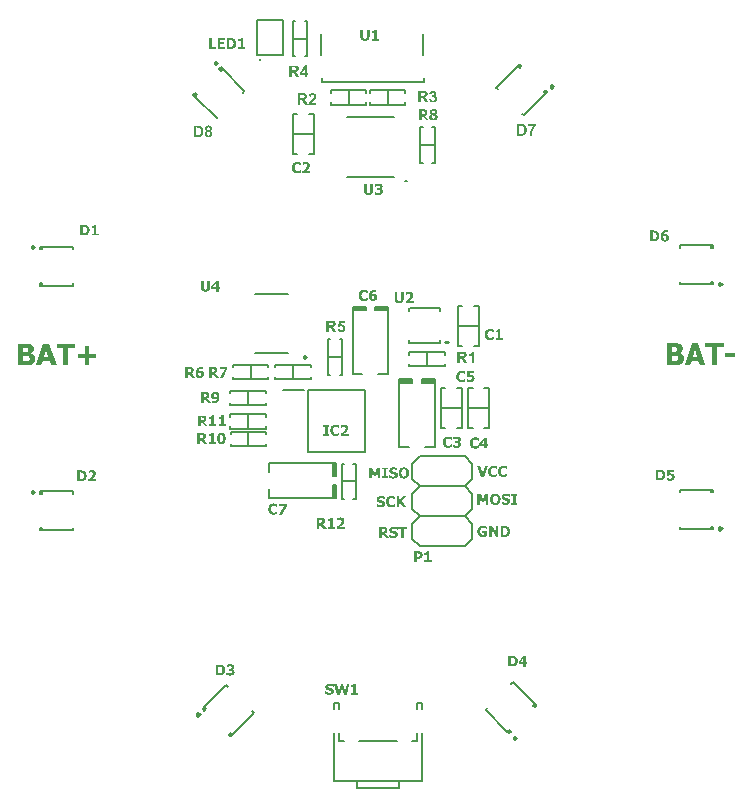
<source format=gto>
G04*
G04 #@! TF.GenerationSoftware,Altium Limited,Altium Designer,19.1.8 (144)*
G04*
G04 Layer_Color=65535*
%FSLAX25Y25*%
%MOIN*%
G70*
G01*
G75*
%ADD10C,0.00787*%
%ADD11C,0.01000*%
%ADD12C,0.00984*%
%ADD13C,0.01000*%
%ADD14C,0.00591*%
%ADD15C,0.00500*%
%ADD16C,0.00800*%
G36*
X37126Y160039D02*
X32795D01*
Y161221D01*
X37126D01*
Y160039D01*
D02*
G37*
G36*
X44530Y160019D02*
X40199D01*
Y161200D01*
X44530D01*
Y160019D01*
D02*
G37*
G36*
X52756Y135903D02*
X48425D01*
Y137084D01*
X52756D01*
Y135903D01*
D02*
G37*
G36*
X60159Y135883D02*
X55829D01*
Y137064D01*
X60159D01*
Y135883D01*
D02*
G37*
G36*
X27402Y104900D02*
X26221D01*
Y109231D01*
X27402D01*
Y104900D01*
D02*
G37*
G36*
X27381Y97497D02*
X26200D01*
Y101827D01*
X27381D01*
Y97497D01*
D02*
G37*
G36*
X30180Y155897D02*
X28795D01*
X28675Y155242D01*
X28680D01*
X28685Y155247D01*
X28700Y155252D01*
X28720Y155262D01*
X28770Y155282D01*
X28830Y155307D01*
X28910Y155327D01*
X28995Y155347D01*
X29085Y155362D01*
X29180Y155367D01*
X29230D01*
X29260Y155362D01*
X29305Y155357D01*
X29355Y155347D01*
X29410Y155337D01*
X29470Y155322D01*
X29530Y155302D01*
X29600Y155277D01*
X29665Y155252D01*
X29735Y155217D01*
X29805Y155172D01*
X29875Y155127D01*
X29945Y155072D01*
X30010Y155007D01*
X30015Y155002D01*
X30025Y154992D01*
X30040Y154972D01*
X30065Y154942D01*
X30090Y154907D01*
X30120Y154862D01*
X30150Y154812D01*
X30180Y154757D01*
X30210Y154692D01*
X30245Y154622D01*
X30270Y154547D01*
X30295Y154462D01*
X30320Y154377D01*
X30335Y154282D01*
X30345Y154182D01*
X30350Y154077D01*
Y154072D01*
Y154057D01*
Y154032D01*
X30345Y153997D01*
X30340Y153957D01*
X30335Y153907D01*
X30325Y153852D01*
X30315Y153792D01*
X30285Y153662D01*
X30235Y153522D01*
X30205Y153447D01*
X30165Y153377D01*
X30125Y153302D01*
X30075Y153232D01*
X30070Y153227D01*
X30060Y153212D01*
X30035Y153187D01*
X30005Y153152D01*
X29970Y153112D01*
X29920Y153072D01*
X29865Y153027D01*
X29805Y152977D01*
X29735Y152932D01*
X29655Y152882D01*
X29570Y152842D01*
X29480Y152802D01*
X29380Y152767D01*
X29270Y152742D01*
X29155Y152727D01*
X29035Y152722D01*
X28985D01*
X28945Y152727D01*
X28900Y152732D01*
X28850Y152737D01*
X28790Y152747D01*
X28730Y152757D01*
X28590Y152792D01*
X28520Y152817D01*
X28445Y152842D01*
X28375Y152877D01*
X28305Y152912D01*
X28235Y152957D01*
X28170Y153007D01*
X28165Y153012D01*
X28155Y153022D01*
X28140Y153037D01*
X28115Y153057D01*
X28090Y153087D01*
X28060Y153122D01*
X28030Y153162D01*
X27995Y153212D01*
X27960Y153262D01*
X27925Y153317D01*
X27890Y153382D01*
X27860Y153452D01*
X27830Y153522D01*
X27805Y153602D01*
X27785Y153682D01*
X27770Y153772D01*
X28505Y153852D01*
Y153847D01*
Y153842D01*
X28510Y153812D01*
X28525Y153767D01*
X28540Y153707D01*
X28560Y153647D01*
X28595Y153582D01*
X28635Y153517D01*
X28685Y153457D01*
X28690Y153452D01*
X28715Y153437D01*
X28745Y153412D01*
X28790Y153387D01*
X28840Y153357D01*
X28900Y153337D01*
X28965Y153317D01*
X29040Y153312D01*
X29050D01*
X29080Y153317D01*
X29120Y153322D01*
X29175Y153337D01*
X29235Y153357D01*
X29300Y153392D01*
X29365Y153437D01*
X29430Y153497D01*
X29435Y153507D01*
X29455Y153532D01*
X29480Y153577D01*
X29510Y153642D01*
X29540Y153722D01*
X29565Y153817D01*
X29585Y153932D01*
X29590Y154067D01*
Y154072D01*
Y154082D01*
Y154102D01*
Y154127D01*
X29585Y154157D01*
X29580Y154187D01*
X29570Y154267D01*
X29550Y154352D01*
X29525Y154442D01*
X29485Y154527D01*
X29430Y154602D01*
X29425Y154612D01*
X29400Y154632D01*
X29365Y154657D01*
X29320Y154692D01*
X29260Y154727D01*
X29190Y154752D01*
X29110Y154772D01*
X29020Y154782D01*
X28990D01*
X28965Y154777D01*
X28940Y154772D01*
X28905Y154767D01*
X28830Y154747D01*
X28745Y154712D01*
X28650Y154662D01*
X28600Y154632D01*
X28550Y154597D01*
X28505Y154552D01*
X28455Y154502D01*
X27860Y154587D01*
X28240Y156587D01*
X30180D01*
Y155897D01*
D02*
G37*
G36*
X25825Y156632D02*
X25885D01*
X25950Y156627D01*
X26020Y156622D01*
X26165Y156612D01*
X26315Y156592D01*
X26385Y156582D01*
X26455Y156567D01*
X26515Y156552D01*
X26570Y156532D01*
X26575D01*
X26585Y156527D01*
X26595Y156522D01*
X26615Y156512D01*
X26670Y156487D01*
X26730Y156447D01*
X26805Y156397D01*
X26880Y156332D01*
X26950Y156252D01*
X27020Y156162D01*
Y156157D01*
X27025Y156152D01*
X27035Y156137D01*
X27045Y156117D01*
X27060Y156092D01*
X27075Y156062D01*
X27105Y155987D01*
X27135Y155897D01*
X27165Y155797D01*
X27185Y155682D01*
X27190Y155557D01*
Y155552D01*
Y155537D01*
Y155517D01*
X27185Y155487D01*
X27180Y155447D01*
X27175Y155407D01*
X27170Y155357D01*
X27160Y155307D01*
X27130Y155192D01*
X27085Y155072D01*
X27055Y155012D01*
X27020Y154952D01*
X26980Y154897D01*
X26935Y154842D01*
X26930Y154837D01*
X26925Y154832D01*
X26910Y154817D01*
X26885Y154797D01*
X26860Y154777D01*
X26830Y154752D01*
X26790Y154722D01*
X26745Y154692D01*
X26695Y154662D01*
X26635Y154632D01*
X26575Y154602D01*
X26505Y154572D01*
X26430Y154547D01*
X26350Y154522D01*
X26265Y154502D01*
X26170Y154487D01*
X26175D01*
X26180Y154482D01*
X26215Y154462D01*
X26260Y154432D01*
X26320Y154392D01*
X26385Y154342D01*
X26455Y154287D01*
X26520Y154227D01*
X26585Y154162D01*
X26595Y154152D01*
X26615Y154127D01*
X26650Y154082D01*
X26675Y154052D01*
X26705Y154017D01*
X26735Y153977D01*
X26765Y153932D01*
X26805Y153882D01*
X26845Y153827D01*
X26885Y153767D01*
X26930Y153697D01*
X26980Y153622D01*
X27030Y153542D01*
X27500Y152792D01*
X26570D01*
X26010Y153627D01*
X26005Y153632D01*
X25995Y153647D01*
X25980Y153667D01*
X25960Y153697D01*
X25935Y153737D01*
X25910Y153777D01*
X25845Y153867D01*
X25780Y153962D01*
X25710Y154057D01*
X25680Y154097D01*
X25650Y154137D01*
X25625Y154167D01*
X25600Y154192D01*
X25595Y154197D01*
X25580Y154212D01*
X25560Y154232D01*
X25530Y154257D01*
X25495Y154282D01*
X25455Y154307D01*
X25410Y154332D01*
X25365Y154352D01*
X25360D01*
X25340Y154357D01*
X25315Y154367D01*
X25270Y154377D01*
X25215Y154382D01*
X25150Y154392D01*
X25070Y154397D01*
X24820D01*
Y152792D01*
X24045D01*
Y156637D01*
X25775D01*
X25825Y156632D01*
D02*
G37*
G36*
X38453Y251305D02*
Y251300D01*
Y251275D01*
Y251240D01*
X38448Y251195D01*
X38443Y251140D01*
X38433Y251075D01*
X38423Y251005D01*
X38403Y250930D01*
X38383Y250845D01*
X38358Y250765D01*
X38328Y250675D01*
X38293Y250590D01*
X38248Y250510D01*
X38193Y250430D01*
X38138Y250350D01*
X38068Y250280D01*
X38063Y250275D01*
X38048Y250265D01*
X38028Y250245D01*
X37998Y250225D01*
X37958Y250200D01*
X37908Y250170D01*
X37853Y250135D01*
X37783Y250105D01*
X37708Y250070D01*
X37623Y250035D01*
X37533Y250005D01*
X37433Y249980D01*
X37323Y249960D01*
X37203Y249940D01*
X37073Y249930D01*
X36938Y249925D01*
X36868D01*
X36818Y249930D01*
X36758Y249935D01*
X36688Y249945D01*
X36613Y249955D01*
X36528Y249970D01*
X36438Y249985D01*
X36348Y250010D01*
X36253Y250040D01*
X36163Y250075D01*
X36073Y250115D01*
X35983Y250160D01*
X35898Y250215D01*
X35823Y250275D01*
X35818Y250280D01*
X35808Y250290D01*
X35788Y250310D01*
X35763Y250340D01*
X35733Y250375D01*
X35698Y250420D01*
X35663Y250475D01*
X35628Y250535D01*
X35593Y250605D01*
X35558Y250680D01*
X35523Y250765D01*
X35493Y250855D01*
X35468Y250960D01*
X35448Y251065D01*
X35438Y251180D01*
X35433Y251305D01*
Y253615D01*
X36343D01*
Y251360D01*
Y251355D01*
Y251345D01*
Y251325D01*
Y251300D01*
X36348Y251265D01*
X36353Y251230D01*
X36363Y251145D01*
X36378Y251055D01*
X36403Y250960D01*
X36438Y250875D01*
X36483Y250795D01*
X36488Y250785D01*
X36508Y250765D01*
X36543Y250740D01*
X36593Y250705D01*
X36658Y250670D01*
X36733Y250645D01*
X36828Y250625D01*
X36938Y250615D01*
X36968D01*
X36988Y250620D01*
X37043Y250625D01*
X37113Y250635D01*
X37183Y250660D01*
X37263Y250690D01*
X37333Y250730D01*
X37393Y250790D01*
X37398Y250800D01*
X37418Y250825D01*
X37443Y250865D01*
X37468Y250925D01*
X37498Y251005D01*
X37518Y251105D01*
X37528Y251160D01*
X37538Y251220D01*
X37543Y251290D01*
Y251360D01*
Y253615D01*
X38453D01*
Y251305D01*
D02*
G37*
G36*
X40893Y250630D02*
X41638D01*
Y250000D01*
X39253D01*
Y250630D01*
X40013D01*
Y252540D01*
X39253D01*
Y253130D01*
X39313D01*
X39358Y253135D01*
X39408D01*
X39463Y253140D01*
X39583Y253150D01*
X39588D01*
X39613Y253155D01*
X39643Y253160D01*
X39678Y253165D01*
X39763Y253190D01*
X39808Y253205D01*
X39848Y253220D01*
X39853Y253225D01*
X39868Y253230D01*
X39888Y253245D01*
X39913Y253260D01*
X39973Y253310D01*
X40028Y253375D01*
X40033Y253380D01*
X40038Y253395D01*
X40048Y253415D01*
X40063Y253445D01*
X40073Y253480D01*
X40083Y253525D01*
X40093Y253570D01*
X40098Y253625D01*
X40893D01*
Y250630D01*
D02*
G37*
G36*
X41595Y202279D02*
X41670D01*
X41760Y202269D01*
X41855Y202259D01*
X41950Y202244D01*
X42040Y202224D01*
X42050D01*
X42080Y202214D01*
X42125Y202199D01*
X42180Y202184D01*
X42240Y202159D01*
X42310Y202134D01*
X42380Y202099D01*
X42445Y202064D01*
X42455Y202059D01*
X42475Y202044D01*
X42510Y202019D01*
X42550Y201984D01*
X42595Y201944D01*
X42640Y201894D01*
X42685Y201839D01*
X42720Y201774D01*
X42725Y201764D01*
X42735Y201744D01*
X42750Y201709D01*
X42770Y201659D01*
X42785Y201599D01*
X42800Y201534D01*
X42810Y201459D01*
X42815Y201379D01*
Y201374D01*
Y201364D01*
Y201349D01*
X42810Y201329D01*
X42805Y201269D01*
X42795Y201194D01*
X42770Y201109D01*
X42740Y201019D01*
X42695Y200929D01*
X42635Y200839D01*
X42625Y200829D01*
X42605Y200804D01*
X42565Y200764D01*
X42510Y200714D01*
X42440Y200664D01*
X42360Y200614D01*
X42270Y200574D01*
X42165Y200539D01*
Y200504D01*
X42170D01*
X42185Y200499D01*
X42215Y200494D01*
X42245Y200489D01*
X42285Y200479D01*
X42325Y200469D01*
X42415Y200439D01*
X42420D01*
X42435Y200429D01*
X42460Y200419D01*
X42490Y200404D01*
X42530Y200384D01*
X42570Y200359D01*
X42610Y200324D01*
X42655Y200289D01*
X42660Y200284D01*
X42675Y200274D01*
X42695Y200249D01*
X42720Y200224D01*
X42745Y200189D01*
X42780Y200144D01*
X42805Y200099D01*
X42835Y200044D01*
X42840Y200039D01*
X42845Y200019D01*
X42860Y199984D01*
X42875Y199944D01*
X42885Y199894D01*
X42900Y199829D01*
X42905Y199764D01*
X42910Y199689D01*
Y199684D01*
Y199679D01*
Y199664D01*
Y199644D01*
X42905Y199594D01*
X42900Y199529D01*
X42885Y199454D01*
X42870Y199374D01*
X42845Y199289D01*
X42810Y199204D01*
X42805Y199194D01*
X42790Y199169D01*
X42770Y199129D01*
X42735Y199074D01*
X42695Y199019D01*
X42645Y198954D01*
X42585Y198894D01*
X42520Y198834D01*
X42510Y198829D01*
X42485Y198809D01*
X42445Y198779D01*
X42395Y198749D01*
X42325Y198709D01*
X42250Y198669D01*
X42165Y198634D01*
X42070Y198599D01*
X42065D01*
X42060Y198594D01*
X42045D01*
X42025Y198589D01*
X42000Y198579D01*
X41970Y198574D01*
X41895Y198559D01*
X41805Y198544D01*
X41700Y198534D01*
X41580Y198524D01*
X41445Y198519D01*
X41335D01*
X41295Y198524D01*
X41245D01*
X41195Y198529D01*
X41080Y198534D01*
X40960Y198549D01*
X40835Y198564D01*
X40715Y198589D01*
X40710D01*
X40700Y198594D01*
X40685D01*
X40665Y198599D01*
X40610Y198614D01*
X40540Y198634D01*
X40465Y198659D01*
X40385Y198684D01*
X40305Y198714D01*
X40230Y198744D01*
Y199529D01*
X40315D01*
X40325Y199524D01*
X40350Y199509D01*
X40390Y199484D01*
X40450Y199454D01*
X40515Y199419D01*
X40595Y199379D01*
X40685Y199339D01*
X40780Y199304D01*
X40785D01*
X40790Y199299D01*
X40805Y199294D01*
X40825Y199289D01*
X40875Y199274D01*
X40945Y199259D01*
X41020Y199244D01*
X41100Y199229D01*
X41185Y199219D01*
X41270Y199214D01*
X41320D01*
X41355Y199219D01*
X41400D01*
X41445Y199224D01*
X41555Y199234D01*
X41560D01*
X41580Y199239D01*
X41610Y199244D01*
X41645Y199259D01*
X41730Y199289D01*
X41775Y199314D01*
X41815Y199339D01*
X41820Y199344D01*
X41830Y199349D01*
X41845Y199364D01*
X41865Y199379D01*
X41910Y199429D01*
X41950Y199489D01*
Y199494D01*
X41960Y199504D01*
X41965Y199524D01*
X41975Y199554D01*
X41985Y199589D01*
X41990Y199634D01*
X42000Y199684D01*
Y199744D01*
Y199749D01*
Y199769D01*
X41995Y199799D01*
X41990Y199834D01*
X41980Y199874D01*
X41970Y199914D01*
X41950Y199954D01*
X41925Y199989D01*
X41920Y199994D01*
X41910Y200004D01*
X41895Y200019D01*
X41875Y200039D01*
X41850Y200059D01*
X41820Y200084D01*
X41740Y200119D01*
X41735D01*
X41720Y200124D01*
X41695Y200134D01*
X41660Y200144D01*
X41620Y200149D01*
X41575Y200159D01*
X41520Y200164D01*
X41460Y200169D01*
X41400D01*
X41365Y200174D01*
X41020D01*
Y200804D01*
X41260D01*
X41305Y200809D01*
X41355D01*
X41460Y200814D01*
X41465D01*
X41485Y200819D01*
X41510D01*
X41540Y200829D01*
X41620Y200844D01*
X41695Y200874D01*
X41700D01*
X41710Y200884D01*
X41730Y200894D01*
X41750Y200909D01*
X41805Y200944D01*
X41850Y200999D01*
X41855Y201004D01*
X41860Y201014D01*
X41870Y201034D01*
X41880Y201059D01*
X41890Y201094D01*
X41895Y201134D01*
X41905Y201179D01*
Y201229D01*
Y201234D01*
Y201249D01*
X41900Y201264D01*
Y201289D01*
X41880Y201349D01*
X41870Y201379D01*
X41850Y201404D01*
Y201409D01*
X41840Y201414D01*
X41815Y201444D01*
X41775Y201479D01*
X41725Y201514D01*
X41720D01*
X41710Y201519D01*
X41690Y201529D01*
X41670Y201539D01*
X41640Y201549D01*
X41605Y201559D01*
X41520Y201574D01*
X41515D01*
X41500Y201579D01*
X41480D01*
X41455Y201584D01*
X41390Y201589D01*
X41275D01*
X41240Y201584D01*
X41200Y201579D01*
X41150Y201574D01*
X41050Y201554D01*
X41045D01*
X41025Y201549D01*
X41000Y201544D01*
X40965Y201534D01*
X40925Y201519D01*
X40880Y201509D01*
X40785Y201474D01*
X40780D01*
X40770Y201469D01*
X40745Y201459D01*
X40720Y201449D01*
X40690Y201434D01*
X40650Y201414D01*
X40570Y201374D01*
X40565D01*
X40550Y201364D01*
X40535Y201354D01*
X40510Y201339D01*
X40455Y201309D01*
X40430Y201299D01*
X40410Y201284D01*
X40335D01*
Y202054D01*
X40345Y202059D01*
X40370Y202069D01*
X40410Y202084D01*
X40465Y202104D01*
X40540Y202129D01*
X40625Y202154D01*
X40725Y202179D01*
X40835Y202209D01*
X40840D01*
X40850Y202214D01*
X40865D01*
X40890Y202219D01*
X40920Y202229D01*
X40950Y202234D01*
X41035Y202249D01*
X41130Y202259D01*
X41240Y202274D01*
X41360Y202279D01*
X41480Y202284D01*
X41565D01*
X41595Y202279D01*
D02*
G37*
G36*
X39655Y199899D02*
Y199894D01*
Y199869D01*
Y199834D01*
X39650Y199789D01*
X39645Y199734D01*
X39635Y199669D01*
X39625Y199599D01*
X39605Y199524D01*
X39585Y199439D01*
X39560Y199359D01*
X39530Y199269D01*
X39495Y199184D01*
X39450Y199104D01*
X39395Y199024D01*
X39340Y198944D01*
X39270Y198874D01*
X39265Y198869D01*
X39250Y198859D01*
X39230Y198839D01*
X39200Y198819D01*
X39160Y198794D01*
X39110Y198764D01*
X39055Y198729D01*
X38985Y198699D01*
X38910Y198664D01*
X38825Y198629D01*
X38735Y198599D01*
X38635Y198574D01*
X38525Y198554D01*
X38405Y198534D01*
X38275Y198524D01*
X38140Y198519D01*
X38070D01*
X38020Y198524D01*
X37960Y198529D01*
X37890Y198539D01*
X37815Y198549D01*
X37730Y198564D01*
X37640Y198579D01*
X37550Y198604D01*
X37455Y198634D01*
X37365Y198669D01*
X37275Y198709D01*
X37185Y198754D01*
X37100Y198809D01*
X37025Y198869D01*
X37020Y198874D01*
X37010Y198884D01*
X36990Y198904D01*
X36965Y198934D01*
X36935Y198969D01*
X36900Y199014D01*
X36865Y199069D01*
X36830Y199129D01*
X36795Y199199D01*
X36760Y199274D01*
X36725Y199359D01*
X36695Y199449D01*
X36670Y199554D01*
X36650Y199659D01*
X36640Y199774D01*
X36635Y199899D01*
Y202209D01*
X37545D01*
Y199954D01*
Y199949D01*
Y199939D01*
Y199919D01*
Y199894D01*
X37550Y199859D01*
X37555Y199824D01*
X37565Y199739D01*
X37580Y199649D01*
X37605Y199554D01*
X37640Y199469D01*
X37685Y199389D01*
X37690Y199379D01*
X37710Y199359D01*
X37745Y199334D01*
X37795Y199299D01*
X37860Y199264D01*
X37935Y199239D01*
X38030Y199219D01*
X38140Y199209D01*
X38170D01*
X38190Y199214D01*
X38245Y199219D01*
X38315Y199229D01*
X38385Y199254D01*
X38465Y199284D01*
X38535Y199324D01*
X38595Y199384D01*
X38600Y199394D01*
X38620Y199419D01*
X38645Y199459D01*
X38670Y199519D01*
X38700Y199599D01*
X38720Y199699D01*
X38730Y199754D01*
X38740Y199814D01*
X38745Y199884D01*
Y199954D01*
Y202209D01*
X39655D01*
Y199899D01*
D02*
G37*
G36*
X27265Y121949D02*
X27325D01*
X27390Y121944D01*
X27520Y121929D01*
X27530D01*
X27550Y121924D01*
X27585Y121919D01*
X27630Y121909D01*
X27680Y121899D01*
X27735Y121889D01*
X27855Y121859D01*
X27860D01*
X27875Y121854D01*
X27900Y121844D01*
X27935Y121834D01*
X27975Y121819D01*
X28020Y121804D01*
X28120Y121759D01*
X28125Y121754D01*
X28145Y121749D01*
X28170Y121739D01*
X28205Y121724D01*
X28285Y121689D01*
X28325Y121669D01*
X28360Y121649D01*
Y120794D01*
X28265D01*
X28260Y120799D01*
X28255Y120804D01*
X28240Y120814D01*
X28220Y120834D01*
X28170Y120874D01*
X28100Y120929D01*
X28095Y120934D01*
X28085Y120944D01*
X28060Y120959D01*
X28035Y120979D01*
X28000Y121004D01*
X27965Y121029D01*
X27875Y121089D01*
X27870Y121094D01*
X27855Y121104D01*
X27825Y121114D01*
X27795Y121134D01*
X27750Y121154D01*
X27705Y121174D01*
X27650Y121199D01*
X27595Y121219D01*
X27590Y121224D01*
X27570Y121229D01*
X27540Y121239D01*
X27500Y121249D01*
X27450Y121259D01*
X27400Y121264D01*
X27340Y121274D01*
X27245D01*
X27210Y121269D01*
X27160Y121264D01*
X27105Y121259D01*
X27045Y121249D01*
X26985Y121229D01*
X26920Y121209D01*
X26915Y121204D01*
X26895Y121199D01*
X26860Y121184D01*
X26820Y121159D01*
X26775Y121129D01*
X26720Y121094D01*
X26665Y121049D01*
X26610Y120994D01*
X26605Y120989D01*
X26590Y120969D01*
X26565Y120939D01*
X26530Y120899D01*
X26495Y120844D01*
X26460Y120779D01*
X26425Y120704D01*
X26390Y120619D01*
Y120614D01*
X26385Y120609D01*
X26380Y120594D01*
X26375Y120579D01*
X26365Y120529D01*
X26350Y120464D01*
X26330Y120379D01*
X26320Y120284D01*
X26310Y120179D01*
X26305Y120064D01*
Y120059D01*
Y120049D01*
Y120034D01*
Y120009D01*
X26310Y119979D01*
Y119944D01*
X26315Y119869D01*
X26325Y119779D01*
X26340Y119684D01*
X26360Y119589D01*
X26390Y119499D01*
X26395Y119489D01*
X26405Y119459D01*
X26425Y119419D01*
X26455Y119369D01*
X26485Y119309D01*
X26525Y119244D01*
X26575Y119184D01*
X26625Y119129D01*
X26630Y119124D01*
X26650Y119109D01*
X26680Y119084D01*
X26720Y119054D01*
X26765Y119024D01*
X26820Y118989D01*
X26880Y118959D01*
X26940Y118934D01*
X26950D01*
X26970Y118924D01*
X27005Y118914D01*
X27050Y118904D01*
X27100Y118894D01*
X27160Y118884D01*
X27220Y118879D01*
X27285Y118874D01*
X27315D01*
X27350Y118879D01*
X27395D01*
X27445Y118889D01*
X27505Y118899D01*
X27565Y118909D01*
X27625Y118929D01*
X27630Y118934D01*
X27655Y118939D01*
X27685Y118954D01*
X27720Y118969D01*
X27765Y118989D01*
X27810Y119009D01*
X27855Y119039D01*
X27900Y119064D01*
X27905Y119069D01*
X27920Y119079D01*
X27945Y119094D01*
X27975Y119109D01*
X28045Y119159D01*
X28115Y119214D01*
X28120Y119219D01*
X28130Y119229D01*
X28145Y119239D01*
X28170Y119259D01*
X28220Y119304D01*
X28275Y119354D01*
X28360D01*
Y118504D01*
X28355D01*
X28340Y118494D01*
X28320Y118484D01*
X28295Y118474D01*
X28260Y118454D01*
X28220Y118439D01*
X28125Y118394D01*
X28120D01*
X28105Y118384D01*
X28075Y118374D01*
X28045Y118359D01*
X28005Y118344D01*
X27960Y118329D01*
X27860Y118294D01*
X27855D01*
X27830Y118289D01*
X27800Y118279D01*
X27755Y118269D01*
X27705Y118259D01*
X27655Y118244D01*
X27540Y118224D01*
X27535D01*
X27515Y118219D01*
X27480Y118214D01*
X27435Y118209D01*
X27380Y118204D01*
X27310Y118199D01*
X27225Y118194D01*
X27100D01*
X27055Y118199D01*
X27000Y118204D01*
X26930Y118209D01*
X26850Y118219D01*
X26765Y118234D01*
X26670Y118254D01*
X26565Y118279D01*
X26460Y118314D01*
X26355Y118354D01*
X26245Y118399D01*
X26140Y118459D01*
X26035Y118524D01*
X25940Y118599D01*
X25845Y118684D01*
X25840Y118689D01*
X25825Y118709D01*
X25800Y118734D01*
X25770Y118774D01*
X25735Y118824D01*
X25695Y118884D01*
X25650Y118959D01*
X25610Y119039D01*
X25565Y119134D01*
X25520Y119239D01*
X25480Y119349D01*
X25445Y119474D01*
X25415Y119609D01*
X25390Y119754D01*
X25375Y119904D01*
X25370Y120069D01*
Y120074D01*
Y120079D01*
Y120109D01*
X25375Y120154D01*
X25380Y120214D01*
X25385Y120284D01*
X25395Y120369D01*
X25410Y120464D01*
X25430Y120564D01*
X25455Y120669D01*
X25485Y120784D01*
X25525Y120894D01*
X25570Y121009D01*
X25625Y121124D01*
X25690Y121234D01*
X25760Y121339D01*
X25845Y121439D01*
X25850Y121444D01*
X25865Y121459D01*
X25895Y121489D01*
X25935Y121519D01*
X25980Y121559D01*
X26040Y121604D01*
X26110Y121649D01*
X26185Y121699D01*
X26275Y121744D01*
X26370Y121789D01*
X26475Y121834D01*
X26590Y121874D01*
X26715Y121909D01*
X26845Y121934D01*
X26985Y121949D01*
X27135Y121954D01*
X27210D01*
X27265Y121949D01*
D02*
G37*
G36*
X30180D02*
X30235Y121944D01*
X30295Y121939D01*
X30365Y121929D01*
X30440Y121919D01*
X30595Y121884D01*
X30680Y121859D01*
X30760Y121834D01*
X30840Y121799D01*
X30915Y121759D01*
X30985Y121714D01*
X31050Y121664D01*
X31055Y121659D01*
X31065Y121649D01*
X31080Y121634D01*
X31105Y121614D01*
X31130Y121584D01*
X31155Y121549D01*
X31185Y121504D01*
X31220Y121459D01*
X31250Y121404D01*
X31280Y121344D01*
X31305Y121274D01*
X31335Y121204D01*
X31355Y121129D01*
X31370Y121044D01*
X31380Y120954D01*
X31385Y120859D01*
Y120854D01*
Y120844D01*
Y120829D01*
Y120804D01*
X31380Y120774D01*
X31375Y120739D01*
X31365Y120659D01*
X31345Y120559D01*
X31320Y120454D01*
X31280Y120339D01*
X31230Y120224D01*
Y120219D01*
X31225Y120209D01*
X31215Y120194D01*
X31200Y120169D01*
X31185Y120144D01*
X31165Y120109D01*
X31110Y120029D01*
X31040Y119929D01*
X30955Y119819D01*
X30850Y119699D01*
X30730Y119569D01*
X30720Y119559D01*
X30695Y119534D01*
X30650Y119489D01*
X30595Y119439D01*
X30530Y119379D01*
X30460Y119314D01*
X30305Y119179D01*
X30295Y119174D01*
X30270Y119154D01*
X30235Y119124D01*
X30190Y119089D01*
X30090Y119009D01*
X30045Y118974D01*
X30005Y118944D01*
X31545D01*
Y118264D01*
X28885D01*
Y118849D01*
X28890Y118854D01*
X28900Y118859D01*
X28920Y118874D01*
X28940Y118894D01*
X28970Y118919D01*
X29005Y118949D01*
X29085Y119014D01*
X29180Y119089D01*
X29280Y119174D01*
X29385Y119264D01*
X29490Y119354D01*
X29495Y119359D01*
X29500Y119364D01*
X29515Y119379D01*
X29535Y119394D01*
X29585Y119439D01*
X29650Y119499D01*
X29725Y119569D01*
X29805Y119649D01*
X29885Y119729D01*
X29965Y119809D01*
X29970Y119814D01*
X29975Y119824D01*
X29990Y119834D01*
X30010Y119854D01*
X30055Y119909D01*
X30115Y119974D01*
X30175Y120054D01*
X30240Y120134D01*
X30300Y120219D01*
X30350Y120299D01*
X30355Y120309D01*
X30370Y120334D01*
X30390Y120379D01*
X30410Y120434D01*
X30430Y120499D01*
X30450Y120569D01*
X30465Y120649D01*
X30470Y120734D01*
Y120739D01*
Y120744D01*
Y120774D01*
X30460Y120824D01*
X30450Y120879D01*
X30430Y120939D01*
X30405Y121004D01*
X30365Y121069D01*
X30315Y121124D01*
X30310Y121129D01*
X30290Y121144D01*
X30255Y121169D01*
X30205Y121194D01*
X30145Y121214D01*
X30075Y121239D01*
X29990Y121254D01*
X29895Y121259D01*
X29845D01*
X29810Y121254D01*
X29770Y121249D01*
X29730Y121244D01*
X29635Y121224D01*
X29630D01*
X29615Y121219D01*
X29590Y121209D01*
X29555Y121199D01*
X29520Y121189D01*
X29475Y121169D01*
X29385Y121134D01*
X29380D01*
X29365Y121124D01*
X29340Y121114D01*
X29310Y121099D01*
X29240Y121064D01*
X29170Y121019D01*
X29165D01*
X29155Y121009D01*
X29125Y120989D01*
X29080Y120964D01*
X29045Y120939D01*
X28975D01*
Y121724D01*
X28980Y121729D01*
X29005Y121739D01*
X29040Y121754D01*
X29090Y121769D01*
X29155Y121794D01*
X29240Y121819D01*
X29335Y121844D01*
X29450Y121874D01*
X29455D01*
X29465Y121879D01*
X29480Y121884D01*
X29505Y121889D01*
X29535Y121894D01*
X29570Y121899D01*
X29650Y121914D01*
X29745Y121929D01*
X29850Y121944D01*
X29960Y121949D01*
X30075Y121954D01*
X30135D01*
X30180Y121949D01*
D02*
G37*
G36*
X24985Y121249D02*
X24465D01*
Y118894D01*
X24985D01*
Y118264D01*
X23035D01*
Y118894D01*
X23555D01*
Y121249D01*
X23035D01*
Y121879D01*
X24985D01*
Y121249D01*
D02*
G37*
G36*
X49808Y163789D02*
Y163784D01*
Y163759D01*
Y163724D01*
X49803Y163679D01*
X49798Y163624D01*
X49788Y163559D01*
X49778Y163489D01*
X49758Y163414D01*
X49738Y163329D01*
X49713Y163249D01*
X49683Y163159D01*
X49648Y163074D01*
X49603Y162994D01*
X49548Y162914D01*
X49493Y162834D01*
X49423Y162764D01*
X49418Y162759D01*
X49403Y162749D01*
X49383Y162729D01*
X49353Y162709D01*
X49313Y162684D01*
X49263Y162654D01*
X49208Y162619D01*
X49138Y162589D01*
X49063Y162554D01*
X48978Y162519D01*
X48888Y162489D01*
X48788Y162464D01*
X48678Y162444D01*
X48558Y162424D01*
X48428Y162414D01*
X48293Y162409D01*
X48223D01*
X48173Y162414D01*
X48113Y162419D01*
X48043Y162429D01*
X47968Y162439D01*
X47883Y162454D01*
X47793Y162469D01*
X47703Y162494D01*
X47608Y162524D01*
X47518Y162559D01*
X47428Y162599D01*
X47338Y162644D01*
X47253Y162699D01*
X47178Y162759D01*
X47173Y162764D01*
X47163Y162774D01*
X47143Y162794D01*
X47118Y162824D01*
X47088Y162859D01*
X47053Y162904D01*
X47018Y162959D01*
X46983Y163019D01*
X46948Y163089D01*
X46913Y163164D01*
X46878Y163249D01*
X46848Y163339D01*
X46823Y163444D01*
X46803Y163549D01*
X46793Y163664D01*
X46788Y163789D01*
Y166099D01*
X47698D01*
Y163844D01*
Y163839D01*
Y163829D01*
Y163809D01*
Y163784D01*
X47703Y163749D01*
X47708Y163714D01*
X47718Y163629D01*
X47733Y163539D01*
X47758Y163444D01*
X47793Y163359D01*
X47838Y163279D01*
X47843Y163269D01*
X47863Y163249D01*
X47898Y163224D01*
X47948Y163189D01*
X48013Y163154D01*
X48088Y163129D01*
X48183Y163109D01*
X48293Y163099D01*
X48323D01*
X48343Y163104D01*
X48398Y163109D01*
X48468Y163119D01*
X48538Y163144D01*
X48618Y163174D01*
X48688Y163214D01*
X48748Y163274D01*
X48753Y163284D01*
X48773Y163309D01*
X48798Y163349D01*
X48823Y163409D01*
X48853Y163489D01*
X48873Y163589D01*
X48883Y163644D01*
X48893Y163704D01*
X48898Y163774D01*
Y163844D01*
Y166099D01*
X49808D01*
Y163789D01*
D02*
G37*
G36*
X51793Y166169D02*
X51848Y166164D01*
X51908Y166159D01*
X51978Y166149D01*
X52053Y166139D01*
X52208Y166104D01*
X52293Y166079D01*
X52373Y166054D01*
X52453Y166019D01*
X52528Y165979D01*
X52598Y165934D01*
X52663Y165884D01*
X52668Y165879D01*
X52678Y165869D01*
X52693Y165854D01*
X52718Y165834D01*
X52743Y165804D01*
X52768Y165769D01*
X52798Y165724D01*
X52833Y165679D01*
X52863Y165624D01*
X52893Y165564D01*
X52918Y165494D01*
X52948Y165424D01*
X52968Y165349D01*
X52983Y165264D01*
X52993Y165174D01*
X52998Y165079D01*
Y165074D01*
Y165064D01*
Y165049D01*
Y165024D01*
X52993Y164994D01*
X52988Y164959D01*
X52978Y164879D01*
X52958Y164779D01*
X52933Y164674D01*
X52893Y164559D01*
X52843Y164444D01*
Y164439D01*
X52838Y164429D01*
X52828Y164414D01*
X52813Y164389D01*
X52798Y164364D01*
X52778Y164329D01*
X52723Y164249D01*
X52653Y164149D01*
X52568Y164039D01*
X52463Y163919D01*
X52343Y163789D01*
X52333Y163779D01*
X52308Y163754D01*
X52263Y163709D01*
X52208Y163659D01*
X52143Y163599D01*
X52073Y163534D01*
X51918Y163399D01*
X51908Y163394D01*
X51883Y163374D01*
X51848Y163344D01*
X51803Y163309D01*
X51703Y163229D01*
X51658Y163194D01*
X51618Y163164D01*
X53158D01*
Y162484D01*
X50498D01*
Y163069D01*
X50503Y163074D01*
X50513Y163079D01*
X50533Y163094D01*
X50553Y163114D01*
X50583Y163139D01*
X50618Y163169D01*
X50698Y163234D01*
X50793Y163309D01*
X50893Y163394D01*
X50998Y163484D01*
X51103Y163574D01*
X51108Y163579D01*
X51113Y163584D01*
X51128Y163599D01*
X51148Y163614D01*
X51198Y163659D01*
X51263Y163719D01*
X51338Y163789D01*
X51418Y163869D01*
X51498Y163949D01*
X51578Y164029D01*
X51583Y164034D01*
X51588Y164044D01*
X51603Y164054D01*
X51623Y164074D01*
X51668Y164129D01*
X51728Y164194D01*
X51788Y164274D01*
X51853Y164354D01*
X51913Y164439D01*
X51963Y164519D01*
X51968Y164529D01*
X51983Y164554D01*
X52003Y164599D01*
X52023Y164654D01*
X52043Y164719D01*
X52063Y164789D01*
X52078Y164869D01*
X52083Y164954D01*
Y164959D01*
Y164964D01*
Y164994D01*
X52073Y165044D01*
X52063Y165099D01*
X52043Y165159D01*
X52018Y165224D01*
X51978Y165289D01*
X51928Y165344D01*
X51923Y165349D01*
X51903Y165364D01*
X51868Y165389D01*
X51818Y165414D01*
X51758Y165434D01*
X51688Y165459D01*
X51603Y165474D01*
X51508Y165479D01*
X51458D01*
X51423Y165474D01*
X51383Y165469D01*
X51343Y165464D01*
X51248Y165444D01*
X51243D01*
X51228Y165439D01*
X51203Y165429D01*
X51168Y165419D01*
X51133Y165409D01*
X51088Y165389D01*
X50998Y165354D01*
X50993D01*
X50978Y165344D01*
X50953Y165334D01*
X50923Y165319D01*
X50853Y165284D01*
X50783Y165239D01*
X50778D01*
X50768Y165229D01*
X50738Y165209D01*
X50693Y165184D01*
X50658Y165159D01*
X50588D01*
Y165944D01*
X50593Y165949D01*
X50618Y165959D01*
X50653Y165974D01*
X50703Y165989D01*
X50768Y166014D01*
X50853Y166039D01*
X50948Y166064D01*
X51063Y166094D01*
X51068D01*
X51078Y166099D01*
X51093Y166104D01*
X51118Y166109D01*
X51148Y166114D01*
X51183Y166119D01*
X51263Y166134D01*
X51358Y166149D01*
X51463Y166164D01*
X51573Y166169D01*
X51688Y166174D01*
X51748D01*
X51793Y166169D01*
D02*
G37*
G36*
X160241Y144372D02*
X157021D01*
Y145712D01*
X160241D01*
Y144372D01*
D02*
G37*
G36*
X156501Y147703D02*
X154361D01*
Y141852D01*
X152541D01*
Y147703D01*
X150401D01*
Y149083D01*
X156501D01*
Y147703D01*
D02*
G37*
G36*
X150431Y141852D02*
X148561D01*
X148111Y143323D01*
X145831D01*
X145381Y141852D01*
X143571D01*
X146011Y149083D01*
X147981D01*
X150431Y141852D01*
D02*
G37*
G36*
X140531Y149073D02*
X140721Y149063D01*
X140921Y149053D01*
X141111Y149032D01*
X141281Y149012D01*
X141301D01*
X141351Y149003D01*
X141431Y148983D01*
X141531Y148962D01*
X141651Y148923D01*
X141781Y148882D01*
X141911Y148832D01*
X142051Y148763D01*
X142071Y148752D01*
X142111Y148723D01*
X142181Y148682D01*
X142271Y148612D01*
X142361Y148532D01*
X142461Y148442D01*
X142551Y148322D01*
X142631Y148203D01*
X142641Y148182D01*
X142661Y148143D01*
X142691Y148073D01*
X142731Y147973D01*
X142771Y147853D01*
X142801Y147713D01*
X142821Y147563D01*
X142831Y147392D01*
Y147382D01*
Y147372D01*
Y147343D01*
Y147302D01*
X142821Y147203D01*
X142801Y147073D01*
X142761Y146932D01*
X142721Y146773D01*
X142651Y146613D01*
X142561Y146452D01*
X142551Y146432D01*
X142511Y146382D01*
X142451Y146312D01*
X142371Y146222D01*
X142271Y146123D01*
X142141Y146022D01*
X142001Y145923D01*
X141831Y145843D01*
Y145802D01*
X141841D01*
X141861Y145792D01*
X141891Y145782D01*
X141941Y145773D01*
X142001Y145753D01*
X142061Y145732D01*
X142221Y145683D01*
X142391Y145603D01*
X142561Y145502D01*
X142741Y145372D01*
X142901Y145222D01*
X142921Y145203D01*
X142961Y145142D01*
X143031Y145053D01*
X143111Y144913D01*
X143181Y144753D01*
X143251Y144553D01*
X143291Y144323D01*
X143311Y144062D01*
Y144053D01*
Y144043D01*
Y144012D01*
Y143973D01*
X143301Y143872D01*
X143281Y143743D01*
X143261Y143593D01*
X143221Y143432D01*
X143171Y143272D01*
X143101Y143113D01*
X143091Y143093D01*
X143061Y143043D01*
X143021Y142973D01*
X142961Y142873D01*
X142881Y142772D01*
X142781Y142652D01*
X142671Y142543D01*
X142551Y142443D01*
X142531Y142432D01*
X142481Y142393D01*
X142401Y142332D01*
X142291Y142262D01*
X142161Y142192D01*
X142011Y142113D01*
X141841Y142043D01*
X141661Y141982D01*
X141651D01*
X141641Y141972D01*
X141611D01*
X141571Y141963D01*
X141521Y141953D01*
X141471Y141943D01*
X141321Y141922D01*
X141141Y141893D01*
X140931Y141873D01*
X140691Y141862D01*
X140421Y141852D01*
X137531D01*
Y149083D01*
X140351D01*
X140531Y149073D01*
D02*
G37*
G36*
X58373Y76714D02*
X59118D01*
Y76084D01*
X56733D01*
Y76714D01*
X57493D01*
Y78624D01*
X56733D01*
Y79214D01*
X56793D01*
X56838Y79219D01*
X56888D01*
X56943Y79224D01*
X57063Y79234D01*
X57068D01*
X57093Y79239D01*
X57123Y79244D01*
X57158Y79249D01*
X57243Y79274D01*
X57288Y79289D01*
X57328Y79304D01*
X57333Y79309D01*
X57348Y79314D01*
X57368Y79329D01*
X57393Y79344D01*
X57453Y79394D01*
X57508Y79459D01*
X57513Y79464D01*
X57518Y79479D01*
X57528Y79499D01*
X57543Y79529D01*
X57553Y79564D01*
X57563Y79609D01*
X57573Y79654D01*
X57578Y79709D01*
X58373D01*
Y76714D01*
D02*
G37*
G36*
X54878Y79694D02*
X54953D01*
X55038Y79684D01*
X55128Y79674D01*
X55218Y79659D01*
X55308Y79639D01*
X55318D01*
X55348Y79629D01*
X55388Y79614D01*
X55443Y79594D01*
X55508Y79569D01*
X55578Y79539D01*
X55648Y79504D01*
X55718Y79459D01*
X55728Y79454D01*
X55753Y79434D01*
X55788Y79404D01*
X55833Y79364D01*
X55883Y79309D01*
X55938Y79249D01*
X55988Y79174D01*
X56033Y79094D01*
X56038Y79084D01*
X56053Y79054D01*
X56068Y79004D01*
X56093Y78944D01*
X56113Y78864D01*
X56128Y78769D01*
X56143Y78669D01*
X56148Y78554D01*
Y78549D01*
Y78544D01*
Y78529D01*
Y78514D01*
X56143Y78464D01*
X56138Y78399D01*
X56128Y78329D01*
X56113Y78244D01*
X56093Y78159D01*
X56068Y78074D01*
X56063Y78064D01*
X56053Y78034D01*
X56033Y77994D01*
X56008Y77939D01*
X55978Y77879D01*
X55933Y77819D01*
X55888Y77754D01*
X55833Y77694D01*
X55828Y77689D01*
X55818Y77679D01*
X55798Y77659D01*
X55773Y77639D01*
X55743Y77609D01*
X55713Y77579D01*
X55633Y77519D01*
X55628Y77514D01*
X55613Y77504D01*
X55593Y77489D01*
X55563Y77474D01*
X55523Y77449D01*
X55483Y77424D01*
X55388Y77379D01*
X55383D01*
X55363Y77369D01*
X55338Y77359D01*
X55303Y77349D01*
X55258Y77334D01*
X55213Y77319D01*
X55158Y77304D01*
X55098Y77294D01*
X55093D01*
X55073Y77289D01*
X55038Y77284D01*
X54998Y77279D01*
X54943Y77274D01*
X54883Y77269D01*
X54818Y77264D01*
X54278D01*
Y76084D01*
X53368D01*
Y79699D01*
X54848D01*
X54878Y79694D01*
D02*
G37*
G36*
X-18617Y221650D02*
X-18567D01*
X-18512Y221645D01*
X-18392Y221635D01*
X-18267Y221625D01*
X-18152Y221605D01*
X-18097Y221595D01*
X-18047Y221580D01*
X-18042D01*
X-18032Y221575D01*
X-18012Y221570D01*
X-17992Y221560D01*
X-17962Y221550D01*
X-17927Y221535D01*
X-17847Y221500D01*
X-17757Y221450D01*
X-17657Y221390D01*
X-17562Y221315D01*
X-17467Y221225D01*
X-17462Y221220D01*
X-17457Y221215D01*
X-17442Y221200D01*
X-17427Y221180D01*
X-17407Y221155D01*
X-17382Y221125D01*
X-17332Y221050D01*
X-17272Y220960D01*
X-17212Y220855D01*
X-17152Y220735D01*
X-17102Y220600D01*
Y220595D01*
X-17097Y220585D01*
X-17092Y220565D01*
X-17082Y220535D01*
X-17072Y220500D01*
X-17062Y220455D01*
X-17047Y220405D01*
X-17037Y220350D01*
X-17027Y220290D01*
X-17012Y220220D01*
X-17002Y220145D01*
X-16992Y220065D01*
X-16982Y219980D01*
X-16977Y219890D01*
X-16972Y219695D01*
Y219690D01*
Y219675D01*
Y219650D01*
Y219615D01*
X-16977Y219575D01*
Y219525D01*
X-16982Y219475D01*
X-16987Y219415D01*
X-17002Y219285D01*
X-17022Y219150D01*
X-17052Y219010D01*
X-17092Y218875D01*
Y218870D01*
X-17097Y218855D01*
X-17107Y218835D01*
X-17117Y218805D01*
X-17132Y218770D01*
X-17152Y218730D01*
X-17197Y218635D01*
X-17257Y218525D01*
X-17327Y218410D01*
X-17412Y218300D01*
X-17507Y218195D01*
X-17517Y218185D01*
X-17542Y218165D01*
X-17587Y218130D01*
X-17652Y218085D01*
X-17727Y218035D01*
X-17822Y217985D01*
X-17927Y217935D01*
X-18052Y217890D01*
X-18057D01*
X-18062Y217885D01*
X-18077D01*
X-18097Y217880D01*
X-18122Y217870D01*
X-18157Y217865D01*
X-18192Y217860D01*
X-18232Y217850D01*
X-18282Y217845D01*
X-18332Y217835D01*
X-18447Y217825D01*
X-18582Y217815D01*
X-18737Y217810D01*
X-20197D01*
Y221655D01*
X-18662D01*
X-18617Y221650D01*
D02*
G37*
G36*
X-15152Y221670D02*
X-15107Y221665D01*
X-15052Y221660D01*
X-14997Y221650D01*
X-14932Y221640D01*
X-14797Y221605D01*
X-14722Y221585D01*
X-14652Y221555D01*
X-14582Y221520D01*
X-14517Y221485D01*
X-14452Y221440D01*
X-14392Y221390D01*
X-14387Y221385D01*
X-14377Y221375D01*
X-14362Y221360D01*
X-14342Y221340D01*
X-14322Y221310D01*
X-14297Y221280D01*
X-14267Y221240D01*
X-14237Y221195D01*
X-14182Y221095D01*
X-14132Y220975D01*
X-14117Y220910D01*
X-14102Y220835D01*
X-14092Y220765D01*
X-14087Y220685D01*
Y220680D01*
Y220675D01*
Y220660D01*
Y220640D01*
X-14092Y220590D01*
X-14102Y220525D01*
X-14122Y220450D01*
X-14147Y220370D01*
X-14182Y220285D01*
X-14227Y220205D01*
X-14232Y220195D01*
X-14252Y220170D01*
X-14282Y220135D01*
X-14327Y220090D01*
X-14382Y220040D01*
X-14452Y219985D01*
X-14527Y219935D01*
X-14617Y219890D01*
X-14612D01*
X-14602Y219885D01*
X-14587Y219875D01*
X-14562Y219865D01*
X-14507Y219835D01*
X-14437Y219795D01*
X-14357Y219740D01*
X-14277Y219675D01*
X-14202Y219600D01*
X-14132Y219510D01*
Y219505D01*
X-14127Y219500D01*
X-14117Y219485D01*
X-14107Y219465D01*
X-14077Y219415D01*
X-14047Y219345D01*
X-14017Y219265D01*
X-13987Y219165D01*
X-13967Y219060D01*
X-13962Y218940D01*
Y218935D01*
Y218915D01*
Y218890D01*
X-13967Y218850D01*
X-13972Y218805D01*
X-13982Y218755D01*
X-13992Y218695D01*
X-14002Y218630D01*
X-14047Y218495D01*
X-14072Y218420D01*
X-14107Y218345D01*
X-14142Y218275D01*
X-14192Y218205D01*
X-14242Y218135D01*
X-14302Y218070D01*
X-14307Y218065D01*
X-14317Y218055D01*
X-14337Y218040D01*
X-14362Y218020D01*
X-14397Y217995D01*
X-14437Y217965D01*
X-14487Y217935D01*
X-14542Y217905D01*
X-14602Y217875D01*
X-14672Y217845D01*
X-14747Y217815D01*
X-14827Y217790D01*
X-14912Y217770D01*
X-15007Y217755D01*
X-15102Y217745D01*
X-15207Y217740D01*
X-15257D01*
X-15292Y217745D01*
X-15337Y217750D01*
X-15392Y217755D01*
X-15452Y217765D01*
X-15512Y217775D01*
X-15652Y217805D01*
X-15797Y217855D01*
X-15872Y217890D01*
X-15942Y217925D01*
X-16012Y217965D01*
X-16082Y218015D01*
X-16087Y218020D01*
X-16097Y218030D01*
X-16122Y218050D01*
X-16147Y218075D01*
X-16177Y218110D01*
X-16212Y218150D01*
X-16247Y218195D01*
X-16287Y218250D01*
X-16327Y218310D01*
X-16362Y218375D01*
X-16397Y218450D01*
X-16427Y218530D01*
X-16452Y218615D01*
X-16472Y218710D01*
X-16487Y218805D01*
X-16492Y218910D01*
Y218915D01*
Y218925D01*
Y218940D01*
X-16487Y218965D01*
Y218990D01*
X-16482Y219025D01*
X-16472Y219100D01*
X-16457Y219190D01*
X-16427Y219285D01*
X-16392Y219385D01*
X-16342Y219485D01*
Y219490D01*
X-16337Y219495D01*
X-16312Y219530D01*
X-16277Y219575D01*
X-16222Y219635D01*
X-16152Y219700D01*
X-16072Y219765D01*
X-15967Y219830D01*
X-15852Y219890D01*
X-15857D01*
X-15867Y219895D01*
X-15877Y219905D01*
X-15897Y219910D01*
X-15952Y219940D01*
X-16012Y219975D01*
X-16082Y220025D01*
X-16152Y220080D01*
X-16217Y220145D01*
X-16272Y220220D01*
X-16277Y220230D01*
X-16292Y220255D01*
X-16312Y220300D01*
X-16332Y220355D01*
X-16357Y220425D01*
X-16377Y220505D01*
X-16392Y220590D01*
X-16397Y220685D01*
Y220690D01*
Y220705D01*
Y220725D01*
X-16392Y220755D01*
X-16387Y220790D01*
X-16382Y220835D01*
X-16357Y220935D01*
X-16322Y221045D01*
X-16297Y221105D01*
X-16272Y221160D01*
X-16237Y221220D01*
X-16197Y221280D01*
X-16152Y221335D01*
X-16097Y221390D01*
X-16092Y221395D01*
X-16082Y221400D01*
X-16067Y221415D01*
X-16042Y221435D01*
X-16012Y221455D01*
X-15972Y221480D01*
X-15927Y221505D01*
X-15877Y221535D01*
X-15822Y221560D01*
X-15757Y221585D01*
X-15687Y221610D01*
X-15612Y221630D01*
X-15527Y221650D01*
X-15437Y221665D01*
X-15342Y221670D01*
X-15242Y221675D01*
X-15192D01*
X-15152Y221670D01*
D02*
G37*
G36*
X-3649Y247874D02*
X-2904D01*
Y247244D01*
X-5289D01*
Y247874D01*
X-4529D01*
Y249784D01*
X-5289D01*
Y250374D01*
X-5229D01*
X-5184Y250379D01*
X-5134D01*
X-5079Y250384D01*
X-4959Y250394D01*
X-4954D01*
X-4929Y250399D01*
X-4899Y250404D01*
X-4864Y250409D01*
X-4779Y250434D01*
X-4734Y250449D01*
X-4694Y250464D01*
X-4689Y250469D01*
X-4674Y250474D01*
X-4654Y250489D01*
X-4629Y250504D01*
X-4569Y250554D01*
X-4514Y250619D01*
X-4509Y250624D01*
X-4504Y250639D01*
X-4494Y250659D01*
X-4479Y250689D01*
X-4469Y250724D01*
X-4459Y250769D01*
X-4449Y250814D01*
X-4444Y250869D01*
X-3649D01*
Y247874D01*
D02*
G37*
G36*
X-7854Y250854D02*
X-7804D01*
X-7694Y250849D01*
X-7574Y250839D01*
X-7449Y250824D01*
X-7324Y250809D01*
X-7309D01*
X-7289Y250804D01*
X-7269Y250799D01*
X-7239Y250794D01*
X-7204Y250784D01*
X-7119Y250759D01*
X-7024Y250729D01*
X-6919Y250689D01*
X-6809Y250639D01*
X-6699Y250574D01*
X-6694Y250569D01*
X-6684Y250564D01*
X-6664Y250549D01*
X-6639Y250534D01*
X-6609Y250509D01*
X-6574Y250479D01*
X-6494Y250409D01*
X-6404Y250324D01*
X-6314Y250214D01*
X-6224Y250094D01*
X-6139Y249954D01*
X-6134Y249949D01*
X-6129Y249939D01*
X-6119Y249914D01*
X-6104Y249884D01*
X-6089Y249849D01*
X-6074Y249804D01*
X-6054Y249754D01*
X-6034Y249694D01*
X-6014Y249634D01*
X-5994Y249564D01*
X-5979Y249489D01*
X-5964Y249409D01*
X-5939Y249234D01*
X-5929Y249044D01*
Y249039D01*
Y249024D01*
Y248994D01*
X-5934Y248959D01*
Y248914D01*
X-5939Y248864D01*
X-5949Y248804D01*
X-5959Y248744D01*
X-5984Y248599D01*
X-6024Y248449D01*
X-6079Y248294D01*
X-6114Y248214D01*
X-6154Y248139D01*
Y248134D01*
X-6164Y248124D01*
X-6174Y248099D01*
X-6194Y248074D01*
X-6214Y248039D01*
X-6239Y248004D01*
X-6304Y247914D01*
X-6384Y247819D01*
X-6479Y247714D01*
X-6589Y247619D01*
X-6709Y247529D01*
X-6714D01*
X-6724Y247519D01*
X-6739Y247514D01*
X-6759Y247499D01*
X-6784Y247484D01*
X-6814Y247469D01*
X-6889Y247429D01*
X-6984Y247389D01*
X-7084Y247354D01*
X-7199Y247319D01*
X-7324Y247294D01*
X-7339D01*
X-7359Y247289D01*
X-7379Y247284D01*
X-7414D01*
X-7449Y247279D01*
X-7489Y247274D01*
X-7534Y247269D01*
X-7639Y247259D01*
X-7759Y247254D01*
X-7889Y247244D01*
X-9154D01*
Y250859D01*
X-7894D01*
X-7854Y250854D01*
D02*
G37*
G36*
X-9769Y250169D02*
X-11309D01*
Y249534D01*
X-9889D01*
Y248844D01*
X-11309D01*
Y247934D01*
X-9769D01*
Y247244D01*
X-12214D01*
Y250859D01*
X-9769D01*
Y250169D01*
D02*
G37*
G36*
X-14149Y247934D02*
X-12649D01*
Y247244D01*
X-15059D01*
Y250859D01*
X-14149D01*
Y247934D01*
D02*
G37*
G36*
X6619Y95689D02*
X6679D01*
X6744Y95684D01*
X6874Y95669D01*
X6884D01*
X6904Y95664D01*
X6939Y95659D01*
X6984Y95649D01*
X7034Y95639D01*
X7089Y95629D01*
X7209Y95599D01*
X7214D01*
X7229Y95594D01*
X7254Y95584D01*
X7289Y95574D01*
X7329Y95559D01*
X7374Y95544D01*
X7474Y95499D01*
X7479Y95494D01*
X7499Y95489D01*
X7524Y95479D01*
X7559Y95464D01*
X7639Y95429D01*
X7679Y95409D01*
X7714Y95389D01*
Y94534D01*
X7619D01*
X7614Y94539D01*
X7609Y94544D01*
X7594Y94554D01*
X7574Y94574D01*
X7524Y94614D01*
X7454Y94669D01*
X7449Y94674D01*
X7439Y94684D01*
X7414Y94699D01*
X7389Y94719D01*
X7354Y94744D01*
X7319Y94769D01*
X7229Y94829D01*
X7224Y94834D01*
X7209Y94844D01*
X7179Y94854D01*
X7149Y94874D01*
X7104Y94894D01*
X7059Y94914D01*
X7004Y94939D01*
X6949Y94959D01*
X6944Y94964D01*
X6924Y94969D01*
X6894Y94979D01*
X6854Y94989D01*
X6804Y94999D01*
X6754Y95004D01*
X6694Y95014D01*
X6599D01*
X6564Y95009D01*
X6514Y95004D01*
X6459Y94999D01*
X6399Y94989D01*
X6339Y94969D01*
X6274Y94949D01*
X6269Y94944D01*
X6249Y94939D01*
X6214Y94924D01*
X6174Y94899D01*
X6129Y94869D01*
X6074Y94834D01*
X6019Y94789D01*
X5964Y94734D01*
X5959Y94729D01*
X5944Y94709D01*
X5919Y94679D01*
X5884Y94639D01*
X5849Y94584D01*
X5814Y94519D01*
X5779Y94444D01*
X5744Y94359D01*
Y94354D01*
X5739Y94349D01*
X5734Y94334D01*
X5729Y94319D01*
X5719Y94269D01*
X5704Y94204D01*
X5684Y94119D01*
X5674Y94024D01*
X5664Y93919D01*
X5659Y93804D01*
Y93799D01*
Y93789D01*
Y93774D01*
Y93749D01*
X5664Y93719D01*
Y93684D01*
X5669Y93609D01*
X5679Y93519D01*
X5694Y93424D01*
X5714Y93329D01*
X5744Y93239D01*
X5749Y93229D01*
X5759Y93199D01*
X5779Y93159D01*
X5809Y93109D01*
X5839Y93049D01*
X5879Y92984D01*
X5929Y92924D01*
X5979Y92869D01*
X5984Y92864D01*
X6004Y92849D01*
X6034Y92824D01*
X6074Y92794D01*
X6119Y92764D01*
X6174Y92729D01*
X6234Y92699D01*
X6294Y92674D01*
X6304D01*
X6324Y92664D01*
X6359Y92654D01*
X6404Y92644D01*
X6454Y92634D01*
X6514Y92624D01*
X6574Y92619D01*
X6639Y92614D01*
X6669D01*
X6704Y92619D01*
X6749D01*
X6799Y92629D01*
X6859Y92639D01*
X6919Y92649D01*
X6979Y92669D01*
X6984Y92674D01*
X7009Y92679D01*
X7039Y92694D01*
X7074Y92709D01*
X7119Y92729D01*
X7164Y92749D01*
X7209Y92779D01*
X7254Y92804D01*
X7259Y92809D01*
X7274Y92819D01*
X7299Y92834D01*
X7329Y92849D01*
X7399Y92899D01*
X7469Y92954D01*
X7474Y92959D01*
X7484Y92969D01*
X7499Y92979D01*
X7524Y92999D01*
X7574Y93044D01*
X7629Y93094D01*
X7714D01*
Y92244D01*
X7709D01*
X7694Y92234D01*
X7674Y92224D01*
X7649Y92214D01*
X7614Y92194D01*
X7574Y92179D01*
X7479Y92134D01*
X7474D01*
X7459Y92124D01*
X7429Y92114D01*
X7399Y92099D01*
X7359Y92084D01*
X7314Y92069D01*
X7214Y92034D01*
X7209D01*
X7184Y92029D01*
X7154Y92019D01*
X7109Y92009D01*
X7059Y91999D01*
X7009Y91984D01*
X6894Y91964D01*
X6889D01*
X6869Y91959D01*
X6834Y91954D01*
X6789Y91949D01*
X6734Y91944D01*
X6664Y91939D01*
X6579Y91934D01*
X6454D01*
X6409Y91939D01*
X6354Y91944D01*
X6284Y91949D01*
X6204Y91959D01*
X6119Y91974D01*
X6024Y91994D01*
X5919Y92019D01*
X5814Y92054D01*
X5709Y92094D01*
X5599Y92139D01*
X5494Y92199D01*
X5389Y92264D01*
X5294Y92339D01*
X5199Y92424D01*
X5194Y92429D01*
X5179Y92449D01*
X5154Y92474D01*
X5124Y92514D01*
X5089Y92564D01*
X5049Y92624D01*
X5004Y92699D01*
X4964Y92779D01*
X4919Y92874D01*
X4874Y92979D01*
X4834Y93089D01*
X4799Y93214D01*
X4769Y93349D01*
X4744Y93494D01*
X4729Y93644D01*
X4724Y93809D01*
Y93814D01*
Y93819D01*
Y93849D01*
X4729Y93894D01*
X4734Y93954D01*
X4739Y94024D01*
X4749Y94109D01*
X4764Y94204D01*
X4784Y94304D01*
X4809Y94409D01*
X4839Y94524D01*
X4879Y94634D01*
X4924Y94749D01*
X4979Y94864D01*
X5044Y94974D01*
X5114Y95079D01*
X5199Y95179D01*
X5204Y95184D01*
X5219Y95199D01*
X5249Y95229D01*
X5289Y95259D01*
X5334Y95299D01*
X5394Y95344D01*
X5464Y95389D01*
X5539Y95439D01*
X5629Y95484D01*
X5724Y95529D01*
X5829Y95574D01*
X5944Y95614D01*
X6069Y95649D01*
X6199Y95674D01*
X6339Y95689D01*
X6489Y95694D01*
X6564D01*
X6619Y95689D01*
D02*
G37*
G36*
X10814Y94899D02*
X9274Y92004D01*
X8269D01*
X9874Y94939D01*
X8159D01*
Y95619D01*
X10814D01*
Y94899D01*
D02*
G37*
G36*
X73751Y117727D02*
X73811D01*
X73876Y117722D01*
X74006Y117707D01*
X74016D01*
X74036Y117702D01*
X74071Y117697D01*
X74116Y117687D01*
X74166Y117677D01*
X74221Y117667D01*
X74341Y117637D01*
X74346D01*
X74361Y117632D01*
X74386Y117622D01*
X74421Y117612D01*
X74461Y117597D01*
X74506Y117582D01*
X74606Y117537D01*
X74611Y117532D01*
X74631Y117527D01*
X74656Y117517D01*
X74691Y117502D01*
X74771Y117467D01*
X74811Y117447D01*
X74846Y117427D01*
Y116572D01*
X74751D01*
X74746Y116577D01*
X74741Y116582D01*
X74726Y116592D01*
X74706Y116612D01*
X74656Y116652D01*
X74586Y116707D01*
X74581Y116712D01*
X74571Y116722D01*
X74546Y116737D01*
X74521Y116757D01*
X74486Y116782D01*
X74451Y116807D01*
X74361Y116867D01*
X74356Y116872D01*
X74341Y116882D01*
X74311Y116892D01*
X74281Y116912D01*
X74236Y116932D01*
X74191Y116952D01*
X74136Y116977D01*
X74081Y116997D01*
X74076Y117002D01*
X74056Y117007D01*
X74026Y117017D01*
X73986Y117027D01*
X73936Y117037D01*
X73886Y117042D01*
X73826Y117052D01*
X73731D01*
X73696Y117047D01*
X73646Y117042D01*
X73591Y117037D01*
X73531Y117027D01*
X73471Y117007D01*
X73406Y116987D01*
X73401Y116982D01*
X73381Y116977D01*
X73346Y116962D01*
X73306Y116937D01*
X73261Y116907D01*
X73206Y116872D01*
X73151Y116827D01*
X73096Y116772D01*
X73091Y116767D01*
X73076Y116747D01*
X73051Y116717D01*
X73016Y116677D01*
X72981Y116622D01*
X72946Y116557D01*
X72911Y116482D01*
X72876Y116397D01*
Y116392D01*
X72871Y116387D01*
X72866Y116372D01*
X72861Y116357D01*
X72851Y116307D01*
X72836Y116242D01*
X72816Y116157D01*
X72806Y116062D01*
X72796Y115957D01*
X72791Y115842D01*
Y115837D01*
Y115827D01*
Y115812D01*
Y115787D01*
X72796Y115757D01*
Y115722D01*
X72801Y115647D01*
X72811Y115557D01*
X72826Y115462D01*
X72846Y115367D01*
X72876Y115277D01*
X72881Y115267D01*
X72891Y115237D01*
X72911Y115197D01*
X72941Y115147D01*
X72971Y115087D01*
X73011Y115022D01*
X73061Y114962D01*
X73111Y114907D01*
X73116Y114902D01*
X73136Y114887D01*
X73166Y114862D01*
X73206Y114832D01*
X73251Y114802D01*
X73306Y114767D01*
X73366Y114737D01*
X73426Y114712D01*
X73436D01*
X73456Y114702D01*
X73491Y114692D01*
X73536Y114682D01*
X73586Y114672D01*
X73646Y114662D01*
X73706Y114657D01*
X73771Y114652D01*
X73801D01*
X73836Y114657D01*
X73881D01*
X73931Y114667D01*
X73991Y114677D01*
X74051Y114687D01*
X74111Y114707D01*
X74116Y114712D01*
X74141Y114717D01*
X74171Y114732D01*
X74206Y114747D01*
X74251Y114767D01*
X74296Y114787D01*
X74341Y114817D01*
X74386Y114842D01*
X74391Y114847D01*
X74406Y114857D01*
X74431Y114872D01*
X74461Y114887D01*
X74531Y114937D01*
X74601Y114992D01*
X74606Y114997D01*
X74616Y115007D01*
X74631Y115017D01*
X74656Y115037D01*
X74706Y115082D01*
X74761Y115132D01*
X74846D01*
Y114282D01*
X74841D01*
X74826Y114272D01*
X74806Y114262D01*
X74781Y114252D01*
X74746Y114232D01*
X74706Y114217D01*
X74611Y114172D01*
X74606D01*
X74591Y114162D01*
X74561Y114152D01*
X74531Y114137D01*
X74491Y114122D01*
X74446Y114107D01*
X74346Y114072D01*
X74341D01*
X74316Y114067D01*
X74286Y114057D01*
X74241Y114047D01*
X74191Y114037D01*
X74141Y114022D01*
X74026Y114002D01*
X74021D01*
X74001Y113997D01*
X73966Y113992D01*
X73921Y113987D01*
X73866Y113982D01*
X73796Y113977D01*
X73711Y113972D01*
X73586D01*
X73541Y113977D01*
X73486Y113982D01*
X73416Y113987D01*
X73336Y113997D01*
X73251Y114012D01*
X73156Y114032D01*
X73051Y114057D01*
X72946Y114092D01*
X72841Y114132D01*
X72731Y114177D01*
X72626Y114237D01*
X72521Y114302D01*
X72426Y114377D01*
X72331Y114462D01*
X72326Y114467D01*
X72311Y114487D01*
X72286Y114512D01*
X72256Y114552D01*
X72221Y114602D01*
X72181Y114662D01*
X72136Y114737D01*
X72096Y114817D01*
X72051Y114912D01*
X72006Y115017D01*
X71966Y115127D01*
X71931Y115252D01*
X71901Y115387D01*
X71876Y115532D01*
X71861Y115682D01*
X71856Y115847D01*
Y115852D01*
Y115857D01*
Y115887D01*
X71861Y115932D01*
X71866Y115992D01*
X71871Y116062D01*
X71881Y116147D01*
X71896Y116242D01*
X71916Y116342D01*
X71941Y116447D01*
X71971Y116562D01*
X72011Y116672D01*
X72056Y116787D01*
X72111Y116902D01*
X72176Y117012D01*
X72246Y117117D01*
X72331Y117217D01*
X72336Y117222D01*
X72351Y117237D01*
X72381Y117267D01*
X72421Y117297D01*
X72466Y117337D01*
X72526Y117382D01*
X72596Y117427D01*
X72671Y117477D01*
X72761Y117522D01*
X72856Y117567D01*
X72961Y117612D01*
X73076Y117652D01*
X73201Y117687D01*
X73331Y117712D01*
X73471Y117727D01*
X73621Y117732D01*
X73696D01*
X73751Y117727D01*
D02*
G37*
G36*
X77581Y115532D02*
X78071D01*
Y114882D01*
X77581D01*
Y114032D01*
X76701D01*
Y114882D01*
X75116D01*
Y115552D01*
X76671Y117657D01*
X77581D01*
Y115532D01*
D02*
G37*
G36*
X-14696Y167644D02*
Y167639D01*
Y167614D01*
Y167579D01*
X-14702Y167534D01*
X-14706Y167479D01*
X-14717Y167414D01*
X-14727Y167344D01*
X-14747Y167269D01*
X-14766Y167184D01*
X-14792Y167104D01*
X-14821Y167014D01*
X-14856Y166929D01*
X-14901Y166849D01*
X-14956Y166769D01*
X-15011Y166689D01*
X-15081Y166619D01*
X-15087Y166614D01*
X-15101Y166604D01*
X-15122Y166584D01*
X-15152Y166564D01*
X-15191Y166539D01*
X-15242Y166509D01*
X-15296Y166474D01*
X-15367Y166444D01*
X-15441Y166409D01*
X-15527Y166374D01*
X-15617Y166344D01*
X-15717Y166319D01*
X-15826Y166299D01*
X-15947Y166279D01*
X-16077Y166269D01*
X-16211Y166264D01*
X-16282D01*
X-16331Y166269D01*
X-16391Y166274D01*
X-16462Y166284D01*
X-16536Y166294D01*
X-16622Y166309D01*
X-16712Y166324D01*
X-16802Y166349D01*
X-16896Y166379D01*
X-16986Y166414D01*
X-17076Y166454D01*
X-17166Y166499D01*
X-17252Y166554D01*
X-17326Y166614D01*
X-17332Y166619D01*
X-17342Y166629D01*
X-17361Y166649D01*
X-17387Y166679D01*
X-17416Y166714D01*
X-17451Y166759D01*
X-17487Y166814D01*
X-17522Y166874D01*
X-17557Y166944D01*
X-17592Y167019D01*
X-17627Y167104D01*
X-17657Y167194D01*
X-17682Y167299D01*
X-17702Y167404D01*
X-17711Y167519D01*
X-17717Y167644D01*
Y169954D01*
X-16806D01*
Y167699D01*
Y167694D01*
Y167684D01*
Y167664D01*
Y167639D01*
X-16802Y167604D01*
X-16796Y167569D01*
X-16786Y167484D01*
X-16771Y167394D01*
X-16747Y167299D01*
X-16712Y167214D01*
X-16667Y167134D01*
X-16661Y167124D01*
X-16642Y167104D01*
X-16607Y167079D01*
X-16556Y167044D01*
X-16491Y167009D01*
X-16417Y166984D01*
X-16321Y166964D01*
X-16211Y166954D01*
X-16182D01*
X-16161Y166959D01*
X-16106Y166964D01*
X-16037Y166974D01*
X-15967Y166999D01*
X-15887Y167029D01*
X-15816Y167069D01*
X-15756Y167129D01*
X-15752Y167139D01*
X-15732Y167164D01*
X-15707Y167204D01*
X-15682Y167264D01*
X-15652Y167344D01*
X-15631Y167444D01*
X-15621Y167499D01*
X-15611Y167559D01*
X-15607Y167629D01*
Y167699D01*
Y169954D01*
X-14696D01*
Y167644D01*
D02*
G37*
G36*
X-11796Y167829D02*
X-11306D01*
Y167179D01*
X-11796D01*
Y166329D01*
X-12676D01*
Y167179D01*
X-14262D01*
Y167849D01*
X-12707Y169954D01*
X-11796D01*
Y167829D01*
D02*
G37*
G36*
X25358Y35651D02*
X25438Y35646D01*
X25533Y35641D01*
X25643Y35626D01*
X25758Y35611D01*
X25878Y35586D01*
X25883D01*
X25893Y35581D01*
X25908D01*
X25933Y35576D01*
X25958Y35566D01*
X25993Y35561D01*
X26068Y35541D01*
X26158Y35516D01*
X26258Y35486D01*
X26353Y35451D01*
X26453Y35411D01*
Y34586D01*
X26368D01*
X26358Y34596D01*
X26333Y34616D01*
X26288Y34646D01*
X26233Y34686D01*
X26163Y34731D01*
X26078Y34781D01*
X25983Y34831D01*
X25878Y34876D01*
X25873D01*
X25863Y34881D01*
X25848Y34886D01*
X25828Y34896D01*
X25803Y34906D01*
X25768Y34916D01*
X25693Y34936D01*
X25603Y34956D01*
X25503Y34976D01*
X25398Y34991D01*
X25283Y34996D01*
X25213D01*
X25143Y34986D01*
X25068Y34976D01*
X25063D01*
X25053Y34971D01*
X25033D01*
X25008Y34961D01*
X24943Y34941D01*
X24868Y34911D01*
X24863D01*
X24853Y34906D01*
X24838Y34896D01*
X24818Y34881D01*
X24773Y34846D01*
X24723Y34796D01*
Y34791D01*
X24713Y34781D01*
X24703Y34766D01*
X24693Y34746D01*
X24673Y34691D01*
X24668Y34661D01*
X24663Y34626D01*
Y34621D01*
Y34606D01*
X24668Y34581D01*
X24673Y34546D01*
X24688Y34511D01*
X24703Y34476D01*
X24728Y34441D01*
X24758Y34406D01*
X24763Y34401D01*
X24778Y34391D01*
X24803Y34376D01*
X24843Y34356D01*
X24893Y34336D01*
X24963Y34311D01*
X25043Y34286D01*
X25138Y34261D01*
X25148D01*
X25168Y34256D01*
X25203Y34246D01*
X25253Y34236D01*
X25303Y34226D01*
X25363Y34211D01*
X25488Y34181D01*
X25498D01*
X25518Y34176D01*
X25553Y34166D01*
X25598Y34151D01*
X25653Y34136D01*
X25713Y34121D01*
X25783Y34101D01*
X25853Y34076D01*
X25858D01*
X25868Y34071D01*
X25888Y34061D01*
X25913Y34051D01*
X25948Y34036D01*
X25983Y34021D01*
X26063Y33976D01*
X26153Y33926D01*
X26248Y33861D01*
X26338Y33786D01*
X26413Y33706D01*
X26423Y33696D01*
X26428Y33681D01*
X26443Y33666D01*
X26473Y33616D01*
X26508Y33546D01*
X26538Y33461D01*
X26568Y33356D01*
X26588Y33236D01*
X26598Y33101D01*
Y33096D01*
Y33076D01*
X26593Y33051D01*
Y33011D01*
X26583Y32966D01*
X26578Y32916D01*
X26563Y32856D01*
X26543Y32791D01*
X26523Y32726D01*
X26493Y32656D01*
X26458Y32581D01*
X26418Y32511D01*
X26368Y32441D01*
X26313Y32366D01*
X26248Y32301D01*
X26173Y32236D01*
X26168Y32231D01*
X26153Y32221D01*
X26128Y32206D01*
X26098Y32186D01*
X26053Y32161D01*
X26003Y32131D01*
X25938Y32106D01*
X25873Y32076D01*
X25793Y32041D01*
X25708Y32016D01*
X25613Y31986D01*
X25513Y31961D01*
X25403Y31941D01*
X25283Y31926D01*
X25158Y31916D01*
X25028Y31911D01*
X24958D01*
X24923Y31916D01*
X24833D01*
X24783Y31921D01*
X24668Y31931D01*
X24543Y31946D01*
X24418Y31966D01*
X24298Y31991D01*
X24293D01*
X24283Y31996D01*
X24268Y32001D01*
X24243Y32006D01*
X24218Y32011D01*
X24183Y32021D01*
X24108Y32046D01*
X24018Y32076D01*
X23923Y32106D01*
X23718Y32186D01*
Y33051D01*
X23798D01*
X23803Y33046D01*
X23808Y33041D01*
X23823Y33031D01*
X23848Y33011D01*
X23873Y32991D01*
X23903Y32971D01*
X23973Y32916D01*
X24063Y32861D01*
X24163Y32801D01*
X24278Y32741D01*
X24398Y32691D01*
X24403D01*
X24413Y32686D01*
X24433Y32681D01*
X24453Y32671D01*
X24483Y32661D01*
X24518Y32651D01*
X24603Y32631D01*
X24698Y32611D01*
X24803Y32591D01*
X24918Y32576D01*
X25033Y32571D01*
X25088D01*
X25118Y32576D01*
X25153D01*
X25193Y32581D01*
X25238Y32586D01*
X25243D01*
X25258Y32591D01*
X25283D01*
X25313Y32601D01*
X25378Y32616D01*
X25413Y32626D01*
X25443Y32641D01*
X25448D01*
X25458Y32651D01*
X25478Y32656D01*
X25498Y32671D01*
X25553Y32706D01*
X25603Y32751D01*
X25608Y32756D01*
X25613Y32766D01*
X25623Y32781D01*
X25638Y32806D01*
X25653Y32831D01*
X25663Y32866D01*
X25668Y32906D01*
X25673Y32951D01*
Y32956D01*
Y32976D01*
X25668Y32996D01*
X25658Y33031D01*
X25648Y33066D01*
X25628Y33101D01*
X25598Y33136D01*
X25563Y33171D01*
X25558Y33176D01*
X25543Y33186D01*
X25523Y33201D01*
X25493Y33221D01*
X25453Y33241D01*
X25413Y33261D01*
X25363Y33281D01*
X25308Y33296D01*
X25298D01*
X25278Y33306D01*
X25238Y33311D01*
X25188Y33326D01*
X25128Y33336D01*
X25063Y33351D01*
X24988Y33371D01*
X24913Y33386D01*
X24903D01*
X24878Y33396D01*
X24838Y33406D01*
X24788Y33416D01*
X24728Y33431D01*
X24658Y33451D01*
X24523Y33491D01*
X24518D01*
X24503Y33496D01*
X24483Y33506D01*
X24453Y33521D01*
X24418Y33536D01*
X24378Y33551D01*
X24288Y33596D01*
X24188Y33656D01*
X24088Y33721D01*
X23998Y33801D01*
X23953Y33846D01*
X23918Y33891D01*
Y33896D01*
X23908Y33901D01*
X23903Y33916D01*
X23888Y33936D01*
X23878Y33961D01*
X23863Y33991D01*
X23828Y34061D01*
X23793Y34156D01*
X23768Y34261D01*
X23748Y34381D01*
X23738Y34516D01*
Y34521D01*
Y34541D01*
X23743Y34566D01*
Y34601D01*
X23753Y34646D01*
X23763Y34696D01*
X23773Y34751D01*
X23793Y34811D01*
X23813Y34876D01*
X23843Y34941D01*
X23878Y35011D01*
X23918Y35081D01*
X23968Y35146D01*
X24023Y35216D01*
X24088Y35281D01*
X24163Y35341D01*
X24168Y35346D01*
X24183Y35356D01*
X24208Y35371D01*
X24238Y35391D01*
X24283Y35416D01*
X24333Y35441D01*
X24393Y35471D01*
X24458Y35501D01*
X24533Y35526D01*
X24613Y35556D01*
X24703Y35581D01*
X24798Y35606D01*
X24898Y35626D01*
X25008Y35641D01*
X25118Y35651D01*
X25238Y35656D01*
X25323D01*
X25358Y35651D01*
D02*
G37*
G36*
X30808Y31976D02*
X29813D01*
X29233Y34211D01*
X28673Y31976D01*
X27673D01*
X26763Y35591D01*
X27703D01*
X28203Y33171D01*
X28803Y35591D01*
X29703D01*
X30278Y33166D01*
X30803Y35591D01*
X31723D01*
X30808Y31976D01*
D02*
G37*
G36*
X33913Y32606D02*
X34658D01*
Y31976D01*
X32273D01*
Y32606D01*
X33033D01*
Y34516D01*
X32273D01*
Y35106D01*
X32333D01*
X32378Y35111D01*
X32428D01*
X32483Y35116D01*
X32603Y35126D01*
X32608D01*
X32633Y35131D01*
X32663Y35136D01*
X32698Y35141D01*
X32783Y35166D01*
X32828Y35181D01*
X32868Y35196D01*
X32873Y35201D01*
X32888Y35206D01*
X32908Y35221D01*
X32933Y35236D01*
X32993Y35286D01*
X33048Y35351D01*
X33053Y35356D01*
X33058Y35371D01*
X33068Y35391D01*
X33083Y35421D01*
X33093Y35456D01*
X33103Y35501D01*
X33113Y35546D01*
X33118Y35601D01*
X33913D01*
Y32606D01*
D02*
G37*
G36*
X78727Y153873D02*
X78787D01*
X78852Y153868D01*
X78982Y153853D01*
X78992D01*
X79012Y153848D01*
X79047Y153843D01*
X79092Y153833D01*
X79142Y153823D01*
X79197Y153813D01*
X79317Y153783D01*
X79322D01*
X79337Y153778D01*
X79362Y153768D01*
X79397Y153758D01*
X79437Y153743D01*
X79482Y153728D01*
X79582Y153683D01*
X79587Y153678D01*
X79607Y153673D01*
X79632Y153663D01*
X79667Y153648D01*
X79747Y153613D01*
X79787Y153593D01*
X79822Y153573D01*
Y152718D01*
X79727D01*
X79722Y152723D01*
X79717Y152728D01*
X79702Y152738D01*
X79682Y152758D01*
X79632Y152798D01*
X79562Y152853D01*
X79557Y152858D01*
X79547Y152868D01*
X79522Y152883D01*
X79497Y152903D01*
X79462Y152928D01*
X79427Y152953D01*
X79337Y153013D01*
X79332Y153018D01*
X79317Y153028D01*
X79287Y153038D01*
X79257Y153058D01*
X79212Y153078D01*
X79167Y153098D01*
X79112Y153123D01*
X79057Y153143D01*
X79052Y153148D01*
X79032Y153153D01*
X79002Y153163D01*
X78962Y153173D01*
X78912Y153183D01*
X78862Y153188D01*
X78802Y153198D01*
X78707D01*
X78672Y153193D01*
X78622Y153188D01*
X78567Y153183D01*
X78507Y153173D01*
X78447Y153153D01*
X78382Y153133D01*
X78377Y153128D01*
X78357Y153123D01*
X78322Y153108D01*
X78282Y153083D01*
X78237Y153053D01*
X78182Y153018D01*
X78127Y152973D01*
X78072Y152918D01*
X78067Y152913D01*
X78052Y152893D01*
X78027Y152863D01*
X77992Y152823D01*
X77957Y152768D01*
X77922Y152703D01*
X77887Y152628D01*
X77852Y152543D01*
Y152538D01*
X77847Y152533D01*
X77842Y152518D01*
X77837Y152503D01*
X77827Y152453D01*
X77812Y152388D01*
X77792Y152303D01*
X77782Y152208D01*
X77772Y152103D01*
X77767Y151988D01*
Y151983D01*
Y151973D01*
Y151958D01*
Y151933D01*
X77772Y151903D01*
Y151868D01*
X77777Y151793D01*
X77787Y151703D01*
X77802Y151608D01*
X77822Y151513D01*
X77852Y151423D01*
X77857Y151413D01*
X77867Y151383D01*
X77887Y151343D01*
X77917Y151293D01*
X77947Y151233D01*
X77987Y151168D01*
X78037Y151108D01*
X78087Y151053D01*
X78092Y151048D01*
X78112Y151033D01*
X78142Y151008D01*
X78182Y150978D01*
X78227Y150948D01*
X78282Y150913D01*
X78342Y150883D01*
X78402Y150858D01*
X78412D01*
X78432Y150848D01*
X78467Y150838D01*
X78512Y150828D01*
X78562Y150818D01*
X78622Y150808D01*
X78682Y150803D01*
X78747Y150798D01*
X78777D01*
X78812Y150803D01*
X78857D01*
X78907Y150813D01*
X78967Y150823D01*
X79027Y150833D01*
X79087Y150853D01*
X79092Y150858D01*
X79117Y150863D01*
X79147Y150878D01*
X79182Y150893D01*
X79227Y150913D01*
X79272Y150933D01*
X79317Y150963D01*
X79362Y150988D01*
X79367Y150993D01*
X79382Y151003D01*
X79407Y151018D01*
X79437Y151033D01*
X79507Y151083D01*
X79577Y151138D01*
X79582Y151143D01*
X79592Y151153D01*
X79607Y151163D01*
X79632Y151183D01*
X79682Y151228D01*
X79737Y151278D01*
X79822D01*
Y150428D01*
X79817D01*
X79802Y150418D01*
X79782Y150408D01*
X79757Y150398D01*
X79722Y150378D01*
X79682Y150363D01*
X79587Y150318D01*
X79582D01*
X79567Y150308D01*
X79537Y150298D01*
X79507Y150283D01*
X79467Y150268D01*
X79422Y150253D01*
X79322Y150218D01*
X79317D01*
X79292Y150213D01*
X79262Y150203D01*
X79217Y150193D01*
X79167Y150183D01*
X79117Y150168D01*
X79002Y150148D01*
X78997D01*
X78977Y150143D01*
X78942Y150138D01*
X78897Y150133D01*
X78842Y150128D01*
X78772Y150123D01*
X78687Y150118D01*
X78562D01*
X78517Y150123D01*
X78462Y150128D01*
X78392Y150133D01*
X78312Y150143D01*
X78227Y150158D01*
X78132Y150178D01*
X78027Y150203D01*
X77922Y150238D01*
X77817Y150278D01*
X77707Y150323D01*
X77602Y150383D01*
X77497Y150448D01*
X77402Y150523D01*
X77307Y150608D01*
X77302Y150613D01*
X77287Y150633D01*
X77262Y150658D01*
X77232Y150698D01*
X77197Y150748D01*
X77157Y150808D01*
X77112Y150883D01*
X77072Y150963D01*
X77027Y151058D01*
X76982Y151163D01*
X76942Y151273D01*
X76907Y151398D01*
X76877Y151533D01*
X76852Y151678D01*
X76837Y151828D01*
X76832Y151993D01*
Y151998D01*
Y152003D01*
Y152033D01*
X76837Y152078D01*
X76842Y152138D01*
X76847Y152208D01*
X76857Y152293D01*
X76872Y152388D01*
X76892Y152488D01*
X76917Y152593D01*
X76947Y152708D01*
X76987Y152818D01*
X77032Y152933D01*
X77087Y153048D01*
X77152Y153158D01*
X77222Y153263D01*
X77307Y153363D01*
X77312Y153368D01*
X77327Y153383D01*
X77357Y153413D01*
X77397Y153443D01*
X77442Y153483D01*
X77502Y153528D01*
X77572Y153573D01*
X77647Y153623D01*
X77737Y153668D01*
X77832Y153713D01*
X77937Y153758D01*
X78052Y153798D01*
X78177Y153833D01*
X78307Y153858D01*
X78447Y153873D01*
X78597Y153878D01*
X78672D01*
X78727Y153873D01*
D02*
G37*
G36*
X82097Y150818D02*
X82842D01*
Y150188D01*
X80457D01*
Y150818D01*
X81217D01*
Y152728D01*
X80457D01*
Y153318D01*
X80517D01*
X80562Y153323D01*
X80612D01*
X80667Y153328D01*
X80787Y153338D01*
X80792D01*
X80817Y153343D01*
X80847Y153348D01*
X80882Y153353D01*
X80967Y153378D01*
X81012Y153393D01*
X81052Y153408D01*
X81057Y153413D01*
X81072Y153418D01*
X81092Y153433D01*
X81117Y153448D01*
X81177Y153498D01*
X81232Y153563D01*
X81237Y153568D01*
X81242Y153583D01*
X81252Y153603D01*
X81267Y153633D01*
X81277Y153668D01*
X81287Y153713D01*
X81297Y153758D01*
X81302Y153813D01*
X82097D01*
Y150818D01*
D02*
G37*
G36*
X14475Y209494D02*
X14535D01*
X14600Y209489D01*
X14729Y209474D01*
X14739D01*
X14760Y209469D01*
X14795Y209464D01*
X14840Y209454D01*
X14889Y209444D01*
X14944Y209434D01*
X15065Y209404D01*
X15069D01*
X15085Y209399D01*
X15110Y209389D01*
X15145Y209379D01*
X15184Y209364D01*
X15229Y209349D01*
X15329Y209304D01*
X15335Y209299D01*
X15355Y209294D01*
X15380Y209284D01*
X15415Y209269D01*
X15495Y209234D01*
X15534Y209214D01*
X15570Y209194D01*
Y208339D01*
X15474D01*
X15470Y208344D01*
X15464Y208349D01*
X15450Y208359D01*
X15429Y208379D01*
X15380Y208419D01*
X15310Y208474D01*
X15304Y208479D01*
X15294Y208489D01*
X15270Y208504D01*
X15245Y208524D01*
X15210Y208549D01*
X15175Y208574D01*
X15085Y208634D01*
X15079Y208639D01*
X15065Y208649D01*
X15034Y208659D01*
X15004Y208679D01*
X14960Y208699D01*
X14915Y208719D01*
X14860Y208744D01*
X14805Y208764D01*
X14799Y208769D01*
X14780Y208774D01*
X14750Y208784D01*
X14709Y208794D01*
X14660Y208804D01*
X14609Y208809D01*
X14549Y208819D01*
X14455D01*
X14420Y208814D01*
X14369Y208809D01*
X14314Y208804D01*
X14254Y208794D01*
X14195Y208774D01*
X14130Y208754D01*
X14124Y208749D01*
X14105Y208744D01*
X14070Y208729D01*
X14029Y208704D01*
X13984Y208674D01*
X13929Y208639D01*
X13874Y208594D01*
X13819Y208539D01*
X13814Y208534D01*
X13800Y208514D01*
X13774Y208484D01*
X13739Y208444D01*
X13704Y208389D01*
X13669Y208324D01*
X13634Y208249D01*
X13600Y208164D01*
Y208159D01*
X13595Y208154D01*
X13589Y208139D01*
X13585Y208124D01*
X13575Y208074D01*
X13559Y208009D01*
X13540Y207924D01*
X13530Y207829D01*
X13520Y207724D01*
X13514Y207609D01*
Y207604D01*
Y207594D01*
Y207579D01*
Y207554D01*
X13520Y207524D01*
Y207489D01*
X13524Y207414D01*
X13534Y207324D01*
X13550Y207229D01*
X13569Y207134D01*
X13600Y207044D01*
X13604Y207034D01*
X13614Y207004D01*
X13634Y206964D01*
X13665Y206914D01*
X13694Y206854D01*
X13735Y206789D01*
X13784Y206729D01*
X13835Y206674D01*
X13839Y206669D01*
X13859Y206654D01*
X13890Y206629D01*
X13929Y206599D01*
X13974Y206569D01*
X14029Y206534D01*
X14089Y206504D01*
X14150Y206479D01*
X14160D01*
X14179Y206469D01*
X14214Y206459D01*
X14259Y206449D01*
X14310Y206439D01*
X14369Y206429D01*
X14430Y206424D01*
X14494Y206419D01*
X14525D01*
X14559Y206424D01*
X14604D01*
X14654Y206434D01*
X14715Y206444D01*
X14774Y206454D01*
X14834Y206474D01*
X14840Y206479D01*
X14864Y206484D01*
X14895Y206499D01*
X14930Y206514D01*
X14975Y206534D01*
X15020Y206554D01*
X15065Y206584D01*
X15110Y206609D01*
X15114Y206614D01*
X15130Y206624D01*
X15155Y206639D01*
X15184Y206654D01*
X15255Y206704D01*
X15325Y206759D01*
X15329Y206764D01*
X15339Y206774D01*
X15355Y206784D01*
X15380Y206804D01*
X15429Y206849D01*
X15484Y206899D01*
X15570D01*
Y206049D01*
X15564D01*
X15550Y206039D01*
X15529Y206029D01*
X15505Y206019D01*
X15470Y205999D01*
X15429Y205984D01*
X15335Y205939D01*
X15329D01*
X15315Y205929D01*
X15284Y205919D01*
X15255Y205904D01*
X15214Y205889D01*
X15169Y205874D01*
X15069Y205839D01*
X15065D01*
X15040Y205834D01*
X15010Y205824D01*
X14965Y205814D01*
X14915Y205804D01*
X14864Y205789D01*
X14750Y205769D01*
X14744D01*
X14725Y205764D01*
X14690Y205759D01*
X14645Y205754D01*
X14590Y205749D01*
X14520Y205744D01*
X14435Y205739D01*
X14310D01*
X14265Y205744D01*
X14209Y205749D01*
X14140Y205754D01*
X14060Y205764D01*
X13974Y205779D01*
X13880Y205799D01*
X13774Y205824D01*
X13669Y205859D01*
X13565Y205899D01*
X13454Y205944D01*
X13350Y206004D01*
X13244Y206069D01*
X13149Y206144D01*
X13055Y206229D01*
X13049Y206234D01*
X13035Y206254D01*
X13010Y206279D01*
X12979Y206319D01*
X12945Y206369D01*
X12904Y206429D01*
X12859Y206504D01*
X12820Y206584D01*
X12775Y206679D01*
X12730Y206784D01*
X12689Y206894D01*
X12654Y207019D01*
X12625Y207154D01*
X12599Y207299D01*
X12585Y207449D01*
X12580Y207614D01*
Y207619D01*
Y207624D01*
Y207654D01*
X12585Y207699D01*
X12589Y207759D01*
X12595Y207829D01*
X12605Y207914D01*
X12619Y208009D01*
X12640Y208109D01*
X12664Y208214D01*
X12695Y208329D01*
X12734Y208439D01*
X12779Y208554D01*
X12834Y208669D01*
X12900Y208779D01*
X12969Y208884D01*
X13055Y208984D01*
X13059Y208989D01*
X13074Y209004D01*
X13104Y209034D01*
X13145Y209064D01*
X13190Y209104D01*
X13250Y209149D01*
X13319Y209194D01*
X13395Y209244D01*
X13485Y209289D01*
X13579Y209334D01*
X13684Y209379D01*
X13800Y209419D01*
X13925Y209454D01*
X14054Y209479D01*
X14195Y209494D01*
X14345Y209499D01*
X14420D01*
X14475Y209494D01*
D02*
G37*
G36*
X17390D02*
X17445Y209489D01*
X17504Y209484D01*
X17574Y209474D01*
X17650Y209464D01*
X17805Y209429D01*
X17889Y209404D01*
X17969Y209379D01*
X18049Y209344D01*
X18124Y209304D01*
X18194Y209259D01*
X18259Y209209D01*
X18264Y209204D01*
X18274Y209194D01*
X18290Y209179D01*
X18315Y209159D01*
X18339Y209129D01*
X18364Y209094D01*
X18395Y209049D01*
X18429Y209004D01*
X18460Y208949D01*
X18489Y208889D01*
X18515Y208819D01*
X18544Y208749D01*
X18564Y208674D01*
X18579Y208589D01*
X18589Y208499D01*
X18595Y208404D01*
Y208399D01*
Y208389D01*
Y208374D01*
Y208349D01*
X18589Y208319D01*
X18585Y208284D01*
X18575Y208204D01*
X18554Y208104D01*
X18530Y207999D01*
X18489Y207884D01*
X18440Y207769D01*
Y207764D01*
X18435Y207754D01*
X18425Y207739D01*
X18409Y207714D01*
X18395Y207689D01*
X18374Y207654D01*
X18319Y207574D01*
X18249Y207474D01*
X18165Y207364D01*
X18059Y207244D01*
X17940Y207114D01*
X17930Y207104D01*
X17905Y207079D01*
X17860Y207034D01*
X17805Y206984D01*
X17740Y206924D01*
X17670Y206859D01*
X17515Y206724D01*
X17504Y206719D01*
X17480Y206699D01*
X17445Y206669D01*
X17400Y206634D01*
X17300Y206554D01*
X17255Y206519D01*
X17214Y206489D01*
X18755D01*
Y205809D01*
X16094D01*
Y206394D01*
X16100Y206399D01*
X16109Y206404D01*
X16129Y206419D01*
X16150Y206439D01*
X16180Y206464D01*
X16215Y206494D01*
X16295Y206559D01*
X16389Y206634D01*
X16489Y206719D01*
X16594Y206809D01*
X16700Y206899D01*
X16704Y206904D01*
X16710Y206909D01*
X16725Y206924D01*
X16745Y206939D01*
X16794Y206984D01*
X16860Y207044D01*
X16935Y207114D01*
X17015Y207194D01*
X17095Y207274D01*
X17175Y207354D01*
X17179Y207359D01*
X17185Y207369D01*
X17199Y207379D01*
X17220Y207399D01*
X17265Y207454D01*
X17324Y207519D01*
X17384Y207599D01*
X17449Y207679D01*
X17510Y207764D01*
X17560Y207844D01*
X17564Y207854D01*
X17580Y207879D01*
X17600Y207924D01*
X17619Y207979D01*
X17639Y208044D01*
X17660Y208114D01*
X17674Y208194D01*
X17680Y208279D01*
Y208284D01*
Y208289D01*
Y208319D01*
X17670Y208369D01*
X17660Y208424D01*
X17639Y208484D01*
X17615Y208549D01*
X17574Y208614D01*
X17525Y208669D01*
X17519Y208674D01*
X17500Y208689D01*
X17465Y208714D01*
X17414Y208739D01*
X17355Y208759D01*
X17285Y208784D01*
X17199Y208799D01*
X17105Y208804D01*
X17054D01*
X17019Y208799D01*
X16980Y208794D01*
X16939Y208789D01*
X16845Y208769D01*
X16839D01*
X16825Y208764D01*
X16800Y208754D01*
X16765Y208744D01*
X16729Y208734D01*
X16684Y208714D01*
X16594Y208679D01*
X16590D01*
X16575Y208669D01*
X16549Y208659D01*
X16520Y208644D01*
X16450Y208609D01*
X16379Y208564D01*
X16375D01*
X16364Y208554D01*
X16334Y208534D01*
X16289Y208509D01*
X16254Y208484D01*
X16184D01*
Y209269D01*
X16190Y209274D01*
X16215Y209284D01*
X16250Y209299D01*
X16299Y209314D01*
X16364Y209339D01*
X16450Y209364D01*
X16544Y209389D01*
X16659Y209419D01*
X16665D01*
X16675Y209424D01*
X16690Y209429D01*
X16714Y209434D01*
X16745Y209439D01*
X16780Y209444D01*
X16860Y209459D01*
X16954Y209474D01*
X17060Y209489D01*
X17169Y209494D01*
X17285Y209499D01*
X17345D01*
X17390Y209494D01*
D02*
G37*
G36*
X64790Y118001D02*
X64850D01*
X64915Y117996D01*
X65045Y117981D01*
X65055D01*
X65075Y117976D01*
X65110Y117971D01*
X65155Y117961D01*
X65205Y117951D01*
X65260Y117941D01*
X65380Y117911D01*
X65385D01*
X65400Y117906D01*
X65425Y117896D01*
X65460Y117886D01*
X65500Y117871D01*
X65545Y117856D01*
X65645Y117811D01*
X65650Y117806D01*
X65670Y117801D01*
X65695Y117791D01*
X65730Y117776D01*
X65810Y117741D01*
X65850Y117721D01*
X65885Y117701D01*
Y116846D01*
X65790D01*
X65785Y116851D01*
X65780Y116856D01*
X65765Y116866D01*
X65745Y116886D01*
X65695Y116926D01*
X65625Y116981D01*
X65620Y116986D01*
X65610Y116996D01*
X65585Y117011D01*
X65560Y117031D01*
X65525Y117056D01*
X65490Y117081D01*
X65400Y117141D01*
X65395Y117146D01*
X65380Y117156D01*
X65350Y117166D01*
X65320Y117186D01*
X65275Y117206D01*
X65230Y117226D01*
X65175Y117251D01*
X65120Y117271D01*
X65115Y117276D01*
X65095Y117281D01*
X65065Y117291D01*
X65025Y117301D01*
X64975Y117311D01*
X64925Y117316D01*
X64865Y117326D01*
X64770D01*
X64735Y117321D01*
X64685Y117316D01*
X64630Y117311D01*
X64570Y117301D01*
X64510Y117281D01*
X64445Y117261D01*
X64440Y117256D01*
X64420Y117251D01*
X64385Y117236D01*
X64345Y117211D01*
X64300Y117181D01*
X64245Y117146D01*
X64190Y117101D01*
X64135Y117046D01*
X64130Y117041D01*
X64115Y117021D01*
X64090Y116991D01*
X64055Y116951D01*
X64020Y116896D01*
X63985Y116831D01*
X63950Y116756D01*
X63915Y116671D01*
Y116666D01*
X63910Y116661D01*
X63905Y116646D01*
X63900Y116631D01*
X63890Y116581D01*
X63875Y116516D01*
X63855Y116431D01*
X63845Y116336D01*
X63835Y116231D01*
X63830Y116116D01*
Y116111D01*
Y116101D01*
Y116086D01*
Y116061D01*
X63835Y116031D01*
Y115996D01*
X63840Y115921D01*
X63850Y115831D01*
X63865Y115736D01*
X63885Y115641D01*
X63915Y115551D01*
X63920Y115541D01*
X63930Y115511D01*
X63950Y115471D01*
X63980Y115421D01*
X64010Y115361D01*
X64050Y115296D01*
X64100Y115236D01*
X64150Y115181D01*
X64155Y115176D01*
X64175Y115161D01*
X64205Y115136D01*
X64245Y115106D01*
X64290Y115076D01*
X64345Y115041D01*
X64405Y115011D01*
X64465Y114986D01*
X64475D01*
X64495Y114976D01*
X64530Y114966D01*
X64575Y114956D01*
X64625Y114946D01*
X64685Y114936D01*
X64745Y114931D01*
X64810Y114926D01*
X64840D01*
X64875Y114931D01*
X64920D01*
X64970Y114941D01*
X65030Y114951D01*
X65090Y114961D01*
X65150Y114981D01*
X65155Y114986D01*
X65180Y114991D01*
X65210Y115006D01*
X65245Y115021D01*
X65290Y115041D01*
X65335Y115061D01*
X65380Y115091D01*
X65425Y115116D01*
X65430Y115121D01*
X65445Y115131D01*
X65470Y115146D01*
X65500Y115161D01*
X65570Y115211D01*
X65640Y115266D01*
X65645Y115271D01*
X65655Y115281D01*
X65670Y115291D01*
X65695Y115311D01*
X65745Y115356D01*
X65800Y115406D01*
X65885D01*
Y114556D01*
X65880D01*
X65865Y114546D01*
X65845Y114536D01*
X65820Y114526D01*
X65785Y114506D01*
X65745Y114491D01*
X65650Y114446D01*
X65645D01*
X65630Y114436D01*
X65600Y114426D01*
X65570Y114411D01*
X65530Y114396D01*
X65485Y114381D01*
X65385Y114346D01*
X65380D01*
X65355Y114341D01*
X65325Y114331D01*
X65280Y114321D01*
X65230Y114311D01*
X65180Y114296D01*
X65065Y114276D01*
X65060D01*
X65040Y114271D01*
X65005Y114266D01*
X64960Y114261D01*
X64905Y114256D01*
X64835Y114251D01*
X64750Y114246D01*
X64625D01*
X64580Y114251D01*
X64525Y114256D01*
X64455Y114261D01*
X64375Y114271D01*
X64290Y114286D01*
X64195Y114306D01*
X64090Y114331D01*
X63985Y114366D01*
X63880Y114406D01*
X63770Y114451D01*
X63665Y114511D01*
X63560Y114576D01*
X63465Y114651D01*
X63370Y114736D01*
X63365Y114741D01*
X63350Y114761D01*
X63325Y114786D01*
X63295Y114826D01*
X63260Y114876D01*
X63220Y114936D01*
X63175Y115011D01*
X63135Y115091D01*
X63090Y115186D01*
X63045Y115291D01*
X63005Y115401D01*
X62970Y115526D01*
X62940Y115661D01*
X62915Y115806D01*
X62900Y115956D01*
X62895Y116121D01*
Y116126D01*
Y116131D01*
Y116161D01*
X62900Y116206D01*
X62905Y116266D01*
X62910Y116336D01*
X62920Y116421D01*
X62935Y116516D01*
X62955Y116616D01*
X62980Y116721D01*
X63010Y116836D01*
X63050Y116946D01*
X63095Y117061D01*
X63150Y117176D01*
X63215Y117286D01*
X63285Y117391D01*
X63370Y117491D01*
X63375Y117496D01*
X63390Y117511D01*
X63420Y117541D01*
X63460Y117571D01*
X63505Y117611D01*
X63565Y117656D01*
X63635Y117701D01*
X63710Y117751D01*
X63800Y117796D01*
X63895Y117841D01*
X64000Y117886D01*
X64115Y117926D01*
X64240Y117961D01*
X64370Y117986D01*
X64510Y118001D01*
X64660Y118006D01*
X64735D01*
X64790Y118001D01*
D02*
G37*
G36*
X67660D02*
X67735D01*
X67825Y117991D01*
X67920Y117981D01*
X68015Y117966D01*
X68105Y117946D01*
X68115D01*
X68145Y117936D01*
X68190Y117921D01*
X68245Y117906D01*
X68305Y117881D01*
X68375Y117856D01*
X68445Y117821D01*
X68510Y117786D01*
X68520Y117781D01*
X68540Y117766D01*
X68575Y117741D01*
X68615Y117706D01*
X68660Y117666D01*
X68705Y117616D01*
X68750Y117561D01*
X68785Y117496D01*
X68790Y117486D01*
X68800Y117466D01*
X68815Y117431D01*
X68835Y117381D01*
X68850Y117321D01*
X68865Y117256D01*
X68875Y117181D01*
X68880Y117101D01*
Y117096D01*
Y117086D01*
Y117071D01*
X68875Y117051D01*
X68870Y116991D01*
X68860Y116916D01*
X68835Y116831D01*
X68805Y116741D01*
X68760Y116651D01*
X68700Y116561D01*
X68690Y116551D01*
X68670Y116526D01*
X68630Y116486D01*
X68575Y116436D01*
X68505Y116386D01*
X68425Y116336D01*
X68335Y116296D01*
X68230Y116261D01*
Y116226D01*
X68235D01*
X68250Y116221D01*
X68280Y116216D01*
X68310Y116211D01*
X68350Y116201D01*
X68390Y116191D01*
X68480Y116161D01*
X68485D01*
X68500Y116151D01*
X68525Y116141D01*
X68555Y116126D01*
X68595Y116106D01*
X68635Y116081D01*
X68675Y116046D01*
X68720Y116011D01*
X68725Y116006D01*
X68740Y115996D01*
X68760Y115971D01*
X68785Y115946D01*
X68810Y115911D01*
X68845Y115866D01*
X68870Y115821D01*
X68900Y115766D01*
X68905Y115761D01*
X68910Y115741D01*
X68925Y115706D01*
X68940Y115666D01*
X68950Y115616D01*
X68965Y115551D01*
X68970Y115486D01*
X68975Y115411D01*
Y115406D01*
Y115401D01*
Y115386D01*
Y115366D01*
X68970Y115316D01*
X68965Y115251D01*
X68950Y115176D01*
X68935Y115096D01*
X68910Y115011D01*
X68875Y114926D01*
X68870Y114916D01*
X68855Y114891D01*
X68835Y114851D01*
X68800Y114796D01*
X68760Y114741D01*
X68710Y114676D01*
X68650Y114616D01*
X68585Y114556D01*
X68575Y114551D01*
X68550Y114531D01*
X68510Y114501D01*
X68460Y114471D01*
X68390Y114431D01*
X68315Y114391D01*
X68230Y114356D01*
X68135Y114321D01*
X68130D01*
X68125Y114316D01*
X68110D01*
X68090Y114311D01*
X68065Y114301D01*
X68035Y114296D01*
X67960Y114281D01*
X67870Y114266D01*
X67765Y114256D01*
X67645Y114246D01*
X67510Y114241D01*
X67400D01*
X67360Y114246D01*
X67310D01*
X67260Y114251D01*
X67145Y114256D01*
X67025Y114271D01*
X66900Y114286D01*
X66780Y114311D01*
X66775D01*
X66765Y114316D01*
X66750D01*
X66730Y114321D01*
X66675Y114336D01*
X66605Y114356D01*
X66530Y114381D01*
X66450Y114406D01*
X66370Y114436D01*
X66295Y114466D01*
Y115251D01*
X66380D01*
X66390Y115246D01*
X66415Y115231D01*
X66455Y115206D01*
X66515Y115176D01*
X66580Y115141D01*
X66660Y115101D01*
X66750Y115061D01*
X66845Y115026D01*
X66850D01*
X66855Y115021D01*
X66870Y115016D01*
X66890Y115011D01*
X66940Y114996D01*
X67010Y114981D01*
X67085Y114966D01*
X67165Y114951D01*
X67250Y114941D01*
X67335Y114936D01*
X67385D01*
X67420Y114941D01*
X67465D01*
X67510Y114946D01*
X67620Y114956D01*
X67625D01*
X67645Y114961D01*
X67675Y114966D01*
X67710Y114981D01*
X67795Y115011D01*
X67840Y115036D01*
X67880Y115061D01*
X67885Y115066D01*
X67895Y115071D01*
X67910Y115086D01*
X67930Y115101D01*
X67975Y115151D01*
X68015Y115211D01*
Y115216D01*
X68025Y115226D01*
X68030Y115246D01*
X68040Y115276D01*
X68050Y115311D01*
X68055Y115356D01*
X68065Y115406D01*
Y115466D01*
Y115471D01*
Y115491D01*
X68060Y115521D01*
X68055Y115556D01*
X68045Y115596D01*
X68035Y115636D01*
X68015Y115676D01*
X67990Y115711D01*
X67985Y115716D01*
X67975Y115726D01*
X67960Y115741D01*
X67940Y115761D01*
X67915Y115781D01*
X67885Y115806D01*
X67805Y115841D01*
X67800D01*
X67785Y115846D01*
X67760Y115856D01*
X67725Y115866D01*
X67685Y115871D01*
X67640Y115881D01*
X67585Y115886D01*
X67525Y115891D01*
X67465D01*
X67430Y115896D01*
X67085D01*
Y116526D01*
X67325D01*
X67370Y116531D01*
X67420D01*
X67525Y116536D01*
X67530D01*
X67550Y116541D01*
X67575D01*
X67605Y116551D01*
X67685Y116566D01*
X67760Y116596D01*
X67765D01*
X67775Y116606D01*
X67795Y116616D01*
X67815Y116631D01*
X67870Y116666D01*
X67915Y116721D01*
X67920Y116726D01*
X67925Y116736D01*
X67935Y116756D01*
X67945Y116781D01*
X67955Y116816D01*
X67960Y116856D01*
X67970Y116901D01*
Y116951D01*
Y116956D01*
Y116971D01*
X67965Y116986D01*
Y117011D01*
X67945Y117071D01*
X67935Y117101D01*
X67915Y117126D01*
Y117131D01*
X67905Y117136D01*
X67880Y117166D01*
X67840Y117201D01*
X67790Y117236D01*
X67785D01*
X67775Y117241D01*
X67755Y117251D01*
X67735Y117261D01*
X67705Y117271D01*
X67670Y117281D01*
X67585Y117296D01*
X67580D01*
X67565Y117301D01*
X67545D01*
X67520Y117306D01*
X67455Y117311D01*
X67340D01*
X67305Y117306D01*
X67265Y117301D01*
X67215Y117296D01*
X67115Y117276D01*
X67110D01*
X67090Y117271D01*
X67065Y117266D01*
X67030Y117256D01*
X66990Y117241D01*
X66945Y117231D01*
X66850Y117196D01*
X66845D01*
X66835Y117191D01*
X66810Y117181D01*
X66785Y117171D01*
X66755Y117156D01*
X66715Y117136D01*
X66635Y117096D01*
X66630D01*
X66615Y117086D01*
X66600Y117076D01*
X66575Y117061D01*
X66520Y117031D01*
X66495Y117021D01*
X66475Y117006D01*
X66400D01*
Y117776D01*
X66410Y117781D01*
X66435Y117791D01*
X66475Y117806D01*
X66530Y117826D01*
X66605Y117851D01*
X66690Y117876D01*
X66790Y117901D01*
X66900Y117931D01*
X66905D01*
X66915Y117936D01*
X66930D01*
X66955Y117941D01*
X66985Y117951D01*
X67015Y117956D01*
X67100Y117971D01*
X67195Y117981D01*
X67305Y117996D01*
X67425Y118001D01*
X67545Y118006D01*
X67630D01*
X67660Y118001D01*
D02*
G37*
G36*
X69269Y139897D02*
X69329D01*
X69394Y139892D01*
X69524Y139877D01*
X69534D01*
X69554Y139872D01*
X69589Y139867D01*
X69634Y139857D01*
X69684Y139847D01*
X69739Y139837D01*
X69859Y139807D01*
X69864D01*
X69879Y139802D01*
X69904Y139792D01*
X69939Y139782D01*
X69979Y139767D01*
X70024Y139752D01*
X70124Y139707D01*
X70129Y139702D01*
X70149Y139697D01*
X70174Y139687D01*
X70209Y139672D01*
X70289Y139637D01*
X70329Y139617D01*
X70364Y139597D01*
Y138742D01*
X70269D01*
X70264Y138747D01*
X70259Y138752D01*
X70244Y138762D01*
X70224Y138782D01*
X70174Y138822D01*
X70104Y138877D01*
X70099Y138882D01*
X70089Y138892D01*
X70064Y138907D01*
X70039Y138927D01*
X70004Y138952D01*
X69969Y138977D01*
X69879Y139037D01*
X69874Y139042D01*
X69859Y139052D01*
X69829Y139062D01*
X69799Y139082D01*
X69754Y139102D01*
X69709Y139122D01*
X69654Y139147D01*
X69599Y139167D01*
X69594Y139172D01*
X69574Y139177D01*
X69544Y139187D01*
X69504Y139197D01*
X69454Y139207D01*
X69404Y139212D01*
X69344Y139222D01*
X69249D01*
X69214Y139217D01*
X69164Y139212D01*
X69109Y139207D01*
X69049Y139197D01*
X68989Y139177D01*
X68924Y139157D01*
X68919Y139152D01*
X68899Y139147D01*
X68864Y139132D01*
X68824Y139107D01*
X68779Y139077D01*
X68724Y139042D01*
X68669Y138997D01*
X68614Y138942D01*
X68609Y138937D01*
X68594Y138917D01*
X68569Y138887D01*
X68534Y138847D01*
X68499Y138792D01*
X68464Y138727D01*
X68429Y138652D01*
X68394Y138567D01*
Y138562D01*
X68389Y138557D01*
X68384Y138542D01*
X68379Y138527D01*
X68369Y138477D01*
X68354Y138412D01*
X68334Y138327D01*
X68324Y138232D01*
X68314Y138127D01*
X68309Y138012D01*
Y138007D01*
Y137997D01*
Y137982D01*
Y137957D01*
X68314Y137927D01*
Y137892D01*
X68319Y137817D01*
X68329Y137727D01*
X68344Y137632D01*
X68364Y137537D01*
X68394Y137447D01*
X68399Y137437D01*
X68409Y137407D01*
X68429Y137367D01*
X68459Y137317D01*
X68489Y137257D01*
X68529Y137192D01*
X68579Y137132D01*
X68629Y137077D01*
X68634Y137072D01*
X68654Y137057D01*
X68684Y137032D01*
X68724Y137002D01*
X68769Y136972D01*
X68824Y136937D01*
X68884Y136907D01*
X68944Y136882D01*
X68954D01*
X68974Y136872D01*
X69009Y136862D01*
X69054Y136852D01*
X69104Y136842D01*
X69164Y136832D01*
X69224Y136827D01*
X69289Y136822D01*
X69319D01*
X69354Y136827D01*
X69399D01*
X69449Y136837D01*
X69509Y136847D01*
X69569Y136857D01*
X69629Y136877D01*
X69634Y136882D01*
X69659Y136887D01*
X69689Y136902D01*
X69724Y136917D01*
X69769Y136937D01*
X69814Y136957D01*
X69859Y136987D01*
X69904Y137012D01*
X69909Y137017D01*
X69924Y137027D01*
X69949Y137042D01*
X69979Y137057D01*
X70049Y137107D01*
X70119Y137162D01*
X70124Y137167D01*
X70134Y137177D01*
X70149Y137187D01*
X70174Y137207D01*
X70224Y137252D01*
X70279Y137302D01*
X70364D01*
Y136452D01*
X70359D01*
X70344Y136442D01*
X70324Y136432D01*
X70299Y136422D01*
X70264Y136402D01*
X70224Y136387D01*
X70129Y136342D01*
X70124D01*
X70109Y136332D01*
X70079Y136322D01*
X70049Y136307D01*
X70009Y136292D01*
X69964Y136277D01*
X69864Y136242D01*
X69859D01*
X69834Y136237D01*
X69804Y136227D01*
X69759Y136217D01*
X69709Y136207D01*
X69659Y136192D01*
X69544Y136172D01*
X69539D01*
X69519Y136167D01*
X69484Y136162D01*
X69439Y136157D01*
X69384Y136152D01*
X69314Y136147D01*
X69229Y136142D01*
X69104D01*
X69059Y136147D01*
X69004Y136152D01*
X68934Y136157D01*
X68854Y136167D01*
X68769Y136182D01*
X68674Y136202D01*
X68569Y136227D01*
X68464Y136262D01*
X68359Y136302D01*
X68249Y136347D01*
X68144Y136407D01*
X68039Y136472D01*
X67944Y136547D01*
X67849Y136632D01*
X67844Y136637D01*
X67829Y136657D01*
X67804Y136682D01*
X67774Y136722D01*
X67739Y136772D01*
X67699Y136832D01*
X67654Y136907D01*
X67614Y136987D01*
X67569Y137082D01*
X67524Y137187D01*
X67484Y137297D01*
X67449Y137422D01*
X67419Y137557D01*
X67394Y137702D01*
X67379Y137852D01*
X67374Y138017D01*
Y138022D01*
Y138027D01*
Y138057D01*
X67379Y138102D01*
X67384Y138162D01*
X67389Y138232D01*
X67399Y138317D01*
X67414Y138412D01*
X67434Y138512D01*
X67459Y138617D01*
X67489Y138732D01*
X67529Y138842D01*
X67574Y138957D01*
X67629Y139072D01*
X67694Y139182D01*
X67764Y139287D01*
X67849Y139387D01*
X67854Y139392D01*
X67869Y139407D01*
X67899Y139437D01*
X67939Y139467D01*
X67984Y139507D01*
X68044Y139552D01*
X68114Y139597D01*
X68189Y139647D01*
X68279Y139692D01*
X68374Y139737D01*
X68479Y139782D01*
X68594Y139822D01*
X68719Y139857D01*
X68849Y139882D01*
X68989Y139897D01*
X69139Y139902D01*
X69214D01*
X69269Y139897D01*
D02*
G37*
G36*
X73364Y139147D02*
X71824D01*
Y138542D01*
X71854D01*
X71874Y138547D01*
X71924D01*
X71994Y138552D01*
X72029D01*
X72054Y138557D01*
X72199D01*
X72249Y138552D01*
X72314D01*
X72384Y138542D01*
X72464Y138532D01*
X72549Y138522D01*
X72634Y138502D01*
X72644D01*
X72669Y138492D01*
X72714Y138482D01*
X72764Y138462D01*
X72824Y138442D01*
X72894Y138412D01*
X72959Y138382D01*
X73024Y138342D01*
X73034Y138337D01*
X73059Y138317D01*
X73099Y138287D01*
X73144Y138247D01*
X73194Y138197D01*
X73249Y138132D01*
X73304Y138062D01*
X73349Y137982D01*
X73354Y137972D01*
X73369Y137942D01*
X73384Y137892D01*
X73409Y137827D01*
X73429Y137747D01*
X73444Y137657D01*
X73459Y137547D01*
X73464Y137432D01*
Y137427D01*
Y137422D01*
Y137407D01*
Y137387D01*
X73459Y137332D01*
X73454Y137262D01*
X73439Y137182D01*
X73424Y137097D01*
X73399Y137002D01*
X73364Y136912D01*
Y136907D01*
X73359Y136902D01*
X73344Y136872D01*
X73324Y136827D01*
X73294Y136772D01*
X73254Y136707D01*
X73204Y136637D01*
X73144Y136567D01*
X73079Y136497D01*
X73069Y136487D01*
X73044Y136467D01*
X73004Y136437D01*
X72949Y136397D01*
X72884Y136352D01*
X72809Y136307D01*
X72719Y136267D01*
X72624Y136227D01*
X72619D01*
X72614Y136222D01*
X72599Y136217D01*
X72579Y136212D01*
X72554Y136207D01*
X72524Y136197D01*
X72449Y136182D01*
X72354Y136167D01*
X72244Y136152D01*
X72119Y136142D01*
X71984Y136137D01*
X71919D01*
X71884Y136142D01*
X71844D01*
X71749Y136147D01*
X71639Y136157D01*
X71524Y136167D01*
X71404Y136187D01*
X71289Y136207D01*
X71284D01*
X71274Y136212D01*
X71259D01*
X71239Y136217D01*
X71189Y136232D01*
X71119Y136252D01*
X71044Y136272D01*
X70964Y136297D01*
X70889Y136322D01*
X70814Y136352D01*
Y137142D01*
X70899D01*
X70904Y137137D01*
X70919Y137127D01*
X70939Y137117D01*
X70989Y137087D01*
X71049Y137052D01*
X71054D01*
X71064Y137042D01*
X71084Y137032D01*
X71109Y137022D01*
X71139Y137007D01*
X71179Y136987D01*
X71219Y136967D01*
X71269Y136947D01*
X71274D01*
X71294Y136937D01*
X71319Y136927D01*
X71349Y136917D01*
X71389Y136902D01*
X71434Y136892D01*
X71529Y136862D01*
X71534D01*
X71554Y136857D01*
X71579Y136852D01*
X71619Y136847D01*
X71664Y136842D01*
X71714Y136837D01*
X71769Y136832D01*
X71884D01*
X71919Y136837D01*
X71964Y136842D01*
X72014Y136847D01*
X72129Y136867D01*
X72134D01*
X72159Y136872D01*
X72189Y136882D01*
X72224Y136897D01*
X72309Y136937D01*
X72354Y136962D01*
X72394Y136992D01*
X72399Y136997D01*
X72409Y137007D01*
X72419Y137022D01*
X72439Y137042D01*
X72474Y137092D01*
X72509Y137157D01*
Y137162D01*
X72514Y137172D01*
X72524Y137192D01*
X72534Y137222D01*
X72539Y137257D01*
X72549Y137297D01*
X72554Y137342D01*
Y137397D01*
Y137402D01*
Y137417D01*
X72549Y137442D01*
Y137472D01*
X72529Y137547D01*
X72519Y137582D01*
X72499Y137617D01*
Y137622D01*
X72489Y137632D01*
X72479Y137647D01*
X72464Y137672D01*
X72419Y137717D01*
X72364Y137767D01*
X72359Y137772D01*
X72344Y137782D01*
X72314Y137792D01*
X72279Y137812D01*
X72234Y137827D01*
X72184Y137847D01*
X72129Y137862D01*
X72064Y137872D01*
X72054D01*
X72034Y137877D01*
X72004Y137882D01*
X71959Y137887D01*
X71914D01*
X71864Y137892D01*
X71759Y137897D01*
X71684D01*
X71634Y137892D01*
X71574Y137887D01*
X71509Y137882D01*
X71369Y137862D01*
X71359D01*
X71339Y137857D01*
X71304Y137852D01*
X71259Y137842D01*
X71209Y137832D01*
X71154Y137822D01*
X71044Y137797D01*
X70969D01*
Y139827D01*
X73364D01*
Y139147D01*
D02*
G37*
G36*
X40198Y166884D02*
X40253D01*
X40308Y166879D01*
X40437Y166864D01*
X40448D01*
X40468Y166859D01*
X40497Y166854D01*
X40538Y166849D01*
X40617Y166839D01*
X40657Y166829D01*
X40688Y166824D01*
Y166119D01*
X40613D01*
X40608Y166124D01*
X40593Y166129D01*
X40567Y166139D01*
X40543Y166149D01*
X40508Y166159D01*
X40462Y166174D01*
X40413Y166189D01*
X40407D01*
X40387Y166194D01*
X40358Y166204D01*
X40317Y166209D01*
X40268Y166219D01*
X40213Y166224D01*
X40148Y166229D01*
X40038D01*
X40007Y166224D01*
X39972D01*
X39933Y166219D01*
X39838Y166199D01*
X39733Y166174D01*
X39623Y166134D01*
X39518Y166079D01*
X39467Y166044D01*
X39423Y166004D01*
X39413Y165994D01*
X39402Y165979D01*
X39388Y165964D01*
X39367Y165939D01*
X39347Y165909D01*
X39303Y165839D01*
X39252Y165749D01*
X39208Y165639D01*
X39167Y165509D01*
X39138Y165364D01*
X39147Y165369D01*
X39167Y165384D01*
X39202Y165404D01*
X39252Y165429D01*
X39303Y165454D01*
X39367Y165489D01*
X39498Y165544D01*
X39507Y165549D01*
X39533Y165554D01*
X39568Y165564D01*
X39617Y165579D01*
X39682Y165594D01*
X39753Y165604D01*
X39827Y165609D01*
X39913Y165614D01*
X39948D01*
X39983Y165609D01*
X40033D01*
X40088Y165599D01*
X40148Y165589D01*
X40213Y165579D01*
X40277Y165559D01*
X40288D01*
X40308Y165549D01*
X40337Y165539D01*
X40378Y165524D01*
X40428Y165499D01*
X40477Y165474D01*
X40582Y165409D01*
X40593Y165404D01*
X40613Y165384D01*
X40648Y165349D01*
X40688Y165309D01*
X40738Y165254D01*
X40788Y165189D01*
X40832Y165114D01*
X40878Y165029D01*
Y165024D01*
X40883Y165019D01*
X40887Y165004D01*
X40898Y164989D01*
X40913Y164939D01*
X40938Y164869D01*
X40957Y164784D01*
X40973Y164679D01*
X40988Y164564D01*
X40993Y164434D01*
Y164429D01*
Y164409D01*
Y164379D01*
X40988Y164339D01*
X40982Y164289D01*
X40973Y164234D01*
X40962Y164174D01*
X40947Y164104D01*
X40927Y164029D01*
X40903Y163954D01*
X40872Y163879D01*
X40837Y163799D01*
X40797Y163719D01*
X40747Y163644D01*
X40692Y163569D01*
X40628Y163499D01*
X40622Y163494D01*
X40613Y163484D01*
X40593Y163464D01*
X40562Y163444D01*
X40523Y163414D01*
X40483Y163384D01*
X40428Y163349D01*
X40367Y163319D01*
X40303Y163284D01*
X40227Y163249D01*
X40148Y163219D01*
X40058Y163189D01*
X39963Y163169D01*
X39862Y163149D01*
X39753Y163139D01*
X39638Y163134D01*
X39582D01*
X39557Y163139D01*
X39522D01*
X39448Y163144D01*
X39362Y163154D01*
X39268Y163174D01*
X39167Y163194D01*
X39072Y163224D01*
X39068D01*
X39062Y163229D01*
X39033Y163239D01*
X38987Y163264D01*
X38928Y163289D01*
X38862Y163329D01*
X38792Y163374D01*
X38723Y163429D01*
X38653Y163489D01*
X38642Y163499D01*
X38618Y163529D01*
X38583Y163574D01*
X38537Y163634D01*
X38487Y163714D01*
X38432Y163804D01*
X38383Y163909D01*
X38337Y164029D01*
Y164034D01*
X38333Y164044D01*
X38328Y164064D01*
X38322Y164089D01*
X38313Y164119D01*
X38302Y164159D01*
X38293Y164204D01*
X38287Y164254D01*
X38278Y164309D01*
X38267Y164369D01*
X38247Y164504D01*
X38238Y164654D01*
X38232Y164819D01*
Y164824D01*
Y164839D01*
Y164864D01*
Y164899D01*
X38238Y164939D01*
Y164989D01*
X38243Y165044D01*
X38247Y165104D01*
X38258Y165234D01*
X38273Y165374D01*
X38298Y165519D01*
X38333Y165659D01*
Y165664D01*
X38337Y165674D01*
X38342Y165694D01*
X38353Y165719D01*
X38363Y165754D01*
X38377Y165789D01*
X38412Y165879D01*
X38458Y165984D01*
X38513Y166094D01*
X38583Y166204D01*
X38662Y166314D01*
X38668Y166319D01*
X38673Y166324D01*
X38688Y166339D01*
X38702Y166359D01*
X38752Y166409D01*
X38818Y166469D01*
X38903Y166534D01*
X39002Y166604D01*
X39118Y166674D01*
X39243Y166734D01*
X39248D01*
X39257Y166739D01*
X39277Y166749D01*
X39307Y166759D01*
X39338Y166769D01*
X39382Y166784D01*
X39428Y166799D01*
X39483Y166814D01*
X39542Y166824D01*
X39603Y166839D01*
X39672Y166854D01*
X39748Y166864D01*
X39913Y166884D01*
X40088Y166889D01*
X40152D01*
X40198Y166884D01*
D02*
G37*
G36*
X36737Y166894D02*
X36797D01*
X36862Y166889D01*
X36992Y166874D01*
X37003D01*
X37023Y166869D01*
X37058Y166864D01*
X37102Y166854D01*
X37152Y166844D01*
X37207Y166834D01*
X37328Y166804D01*
X37332D01*
X37347Y166799D01*
X37372Y166789D01*
X37407Y166779D01*
X37448Y166764D01*
X37492Y166749D01*
X37593Y166704D01*
X37598Y166699D01*
X37617Y166694D01*
X37642Y166684D01*
X37677Y166669D01*
X37758Y166634D01*
X37797Y166614D01*
X37832Y166594D01*
Y165739D01*
X37738D01*
X37732Y165744D01*
X37727Y165749D01*
X37712Y165759D01*
X37692Y165779D01*
X37642Y165819D01*
X37573Y165874D01*
X37567Y165879D01*
X37558Y165889D01*
X37532Y165904D01*
X37508Y165924D01*
X37473Y165949D01*
X37437Y165974D01*
X37347Y166034D01*
X37343Y166039D01*
X37328Y166049D01*
X37297Y166059D01*
X37268Y166079D01*
X37222Y166099D01*
X37178Y166119D01*
X37122Y166144D01*
X37067Y166164D01*
X37062Y166169D01*
X37042Y166174D01*
X37012Y166184D01*
X36972Y166194D01*
X36922Y166204D01*
X36873Y166209D01*
X36812Y166219D01*
X36718D01*
X36683Y166214D01*
X36632Y166209D01*
X36577Y166204D01*
X36518Y166194D01*
X36457Y166174D01*
X36393Y166154D01*
X36388Y166149D01*
X36367Y166144D01*
X36332Y166129D01*
X36292Y166104D01*
X36248Y166074D01*
X36193Y166039D01*
X36138Y165994D01*
X36083Y165939D01*
X36077Y165934D01*
X36062Y165914D01*
X36037Y165884D01*
X36002Y165844D01*
X35967Y165789D01*
X35932Y165724D01*
X35897Y165649D01*
X35862Y165564D01*
Y165559D01*
X35857Y165554D01*
X35853Y165539D01*
X35847Y165524D01*
X35838Y165474D01*
X35822Y165409D01*
X35803Y165324D01*
X35792Y165229D01*
X35783Y165124D01*
X35778Y165009D01*
Y165004D01*
Y164994D01*
Y164979D01*
Y164954D01*
X35783Y164924D01*
Y164889D01*
X35787Y164814D01*
X35798Y164724D01*
X35813Y164629D01*
X35833Y164534D01*
X35862Y164444D01*
X35868Y164434D01*
X35877Y164404D01*
X35897Y164364D01*
X35928Y164314D01*
X35958Y164254D01*
X35998Y164189D01*
X36048Y164129D01*
X36097Y164074D01*
X36103Y164069D01*
X36123Y164054D01*
X36152Y164029D01*
X36193Y163999D01*
X36237Y163969D01*
X36292Y163934D01*
X36353Y163904D01*
X36413Y163879D01*
X36423D01*
X36443Y163869D01*
X36478Y163859D01*
X36522Y163849D01*
X36573Y163839D01*
X36632Y163829D01*
X36693Y163824D01*
X36757Y163819D01*
X36788D01*
X36823Y163824D01*
X36867D01*
X36917Y163834D01*
X36977Y163844D01*
X37038Y163854D01*
X37097Y163874D01*
X37102Y163879D01*
X37128Y163884D01*
X37157Y163899D01*
X37192Y163914D01*
X37238Y163934D01*
X37282Y163954D01*
X37328Y163984D01*
X37372Y164009D01*
X37378Y164014D01*
X37393Y164024D01*
X37418Y164039D01*
X37448Y164054D01*
X37517Y164104D01*
X37587Y164159D01*
X37593Y164164D01*
X37602Y164174D01*
X37617Y164184D01*
X37642Y164204D01*
X37692Y164249D01*
X37747Y164299D01*
X37832D01*
Y163449D01*
X37828D01*
X37813Y163439D01*
X37793Y163429D01*
X37767Y163419D01*
X37732Y163399D01*
X37692Y163384D01*
X37598Y163339D01*
X37593D01*
X37578Y163329D01*
X37547Y163319D01*
X37517Y163304D01*
X37477Y163289D01*
X37433Y163274D01*
X37332Y163239D01*
X37328D01*
X37303Y163234D01*
X37273Y163224D01*
X37227Y163214D01*
X37178Y163204D01*
X37128Y163189D01*
X37012Y163169D01*
X37007D01*
X36988Y163164D01*
X36952Y163159D01*
X36908Y163154D01*
X36852Y163149D01*
X36783Y163144D01*
X36698Y163139D01*
X36573D01*
X36527Y163144D01*
X36472Y163149D01*
X36402Y163154D01*
X36323Y163164D01*
X36237Y163179D01*
X36143Y163199D01*
X36037Y163224D01*
X35932Y163259D01*
X35827Y163299D01*
X35717Y163344D01*
X35612Y163404D01*
X35508Y163469D01*
X35412Y163544D01*
X35318Y163629D01*
X35313Y163634D01*
X35298Y163654D01*
X35272Y163679D01*
X35243Y163719D01*
X35208Y163769D01*
X35168Y163829D01*
X35122Y163904D01*
X35083Y163984D01*
X35037Y164079D01*
X34993Y164184D01*
X34953Y164294D01*
X34918Y164419D01*
X34887Y164554D01*
X34863Y164699D01*
X34848Y164849D01*
X34843Y165014D01*
Y165019D01*
Y165024D01*
Y165054D01*
X34848Y165099D01*
X34852Y165159D01*
X34857Y165229D01*
X34868Y165314D01*
X34883Y165409D01*
X34903Y165509D01*
X34927Y165614D01*
X34958Y165729D01*
X34997Y165839D01*
X35043Y165954D01*
X35098Y166069D01*
X35162Y166179D01*
X35232Y166284D01*
X35318Y166384D01*
X35322Y166389D01*
X35337Y166404D01*
X35368Y166434D01*
X35408Y166464D01*
X35452Y166504D01*
X35513Y166549D01*
X35583Y166594D01*
X35658Y166644D01*
X35748Y166689D01*
X35842Y166734D01*
X35947Y166779D01*
X36062Y166819D01*
X36187Y166854D01*
X36318Y166879D01*
X36457Y166894D01*
X36608Y166899D01*
X36683D01*
X36737Y166894D01*
D02*
G37*
G36*
X-52566Y185669D02*
X-51821D01*
Y185039D01*
X-54206D01*
Y185669D01*
X-53446D01*
Y187579D01*
X-54206D01*
Y188169D01*
X-54146D01*
X-54101Y188174D01*
X-54051D01*
X-53996Y188179D01*
X-53876Y188189D01*
X-53871D01*
X-53846Y188194D01*
X-53816Y188199D01*
X-53781Y188204D01*
X-53696Y188229D01*
X-53651Y188244D01*
X-53611Y188259D01*
X-53606Y188264D01*
X-53591Y188269D01*
X-53571Y188284D01*
X-53546Y188299D01*
X-53486Y188349D01*
X-53431Y188414D01*
X-53426Y188419D01*
X-53421Y188434D01*
X-53411Y188454D01*
X-53396Y188484D01*
X-53386Y188519D01*
X-53376Y188564D01*
X-53366Y188609D01*
X-53361Y188664D01*
X-52566D01*
Y185669D01*
D02*
G37*
G36*
X-56771Y188649D02*
X-56721D01*
X-56611Y188644D01*
X-56491Y188634D01*
X-56366Y188619D01*
X-56241Y188604D01*
X-56226D01*
X-56206Y188599D01*
X-56186Y188594D01*
X-56156Y188589D01*
X-56121Y188579D01*
X-56036Y188554D01*
X-55941Y188524D01*
X-55836Y188484D01*
X-55726Y188434D01*
X-55616Y188369D01*
X-55611Y188364D01*
X-55601Y188359D01*
X-55581Y188344D01*
X-55556Y188329D01*
X-55526Y188304D01*
X-55491Y188274D01*
X-55411Y188204D01*
X-55321Y188119D01*
X-55231Y188009D01*
X-55141Y187889D01*
X-55056Y187749D01*
X-55051Y187744D01*
X-55046Y187734D01*
X-55036Y187709D01*
X-55021Y187679D01*
X-55006Y187644D01*
X-54991Y187599D01*
X-54971Y187549D01*
X-54951Y187489D01*
X-54931Y187429D01*
X-54911Y187359D01*
X-54896Y187284D01*
X-54881Y187204D01*
X-54856Y187029D01*
X-54846Y186839D01*
Y186834D01*
Y186819D01*
Y186789D01*
X-54851Y186754D01*
Y186709D01*
X-54856Y186659D01*
X-54866Y186599D01*
X-54876Y186539D01*
X-54901Y186394D01*
X-54941Y186244D01*
X-54996Y186089D01*
X-55031Y186009D01*
X-55071Y185934D01*
Y185929D01*
X-55081Y185919D01*
X-55091Y185894D01*
X-55111Y185869D01*
X-55131Y185834D01*
X-55156Y185799D01*
X-55221Y185709D01*
X-55301Y185614D01*
X-55396Y185509D01*
X-55506Y185414D01*
X-55626Y185324D01*
X-55631D01*
X-55641Y185314D01*
X-55656Y185309D01*
X-55676Y185294D01*
X-55701Y185279D01*
X-55731Y185264D01*
X-55806Y185224D01*
X-55901Y185184D01*
X-56001Y185149D01*
X-56116Y185114D01*
X-56241Y185089D01*
X-56256D01*
X-56276Y185084D01*
X-56296Y185079D01*
X-56331D01*
X-56366Y185074D01*
X-56406Y185069D01*
X-56451Y185064D01*
X-56556Y185054D01*
X-56676Y185049D01*
X-56806Y185039D01*
X-58071D01*
Y188654D01*
X-56811D01*
X-56771Y188649D01*
D02*
G37*
G36*
X-54005Y106761D02*
X-53950Y106756D01*
X-53890Y106751D01*
X-53820Y106741D01*
X-53745Y106731D01*
X-53590Y106696D01*
X-53505Y106671D01*
X-53425Y106646D01*
X-53345Y106611D01*
X-53270Y106571D01*
X-53200Y106526D01*
X-53135Y106476D01*
X-53130Y106471D01*
X-53120Y106461D01*
X-53105Y106446D01*
X-53080Y106426D01*
X-53055Y106396D01*
X-53030Y106361D01*
X-53000Y106316D01*
X-52965Y106271D01*
X-52935Y106216D01*
X-52905Y106156D01*
X-52880Y106086D01*
X-52850Y106016D01*
X-52830Y105941D01*
X-52815Y105856D01*
X-52805Y105766D01*
X-52800Y105671D01*
Y105666D01*
Y105656D01*
Y105641D01*
Y105616D01*
X-52805Y105586D01*
X-52810Y105551D01*
X-52820Y105471D01*
X-52840Y105371D01*
X-52865Y105266D01*
X-52905Y105151D01*
X-52955Y105036D01*
Y105031D01*
X-52960Y105021D01*
X-52970Y105006D01*
X-52985Y104981D01*
X-53000Y104956D01*
X-53020Y104921D01*
X-53075Y104841D01*
X-53145Y104741D01*
X-53230Y104631D01*
X-53335Y104511D01*
X-53455Y104381D01*
X-53465Y104371D01*
X-53490Y104346D01*
X-53535Y104301D01*
X-53590Y104251D01*
X-53655Y104191D01*
X-53725Y104126D01*
X-53880Y103991D01*
X-53890Y103986D01*
X-53915Y103966D01*
X-53950Y103936D01*
X-53995Y103901D01*
X-54095Y103821D01*
X-54140Y103786D01*
X-54180Y103756D01*
X-52640D01*
Y103076D01*
X-55300D01*
Y103661D01*
X-55295Y103666D01*
X-55285Y103671D01*
X-55265Y103686D01*
X-55245Y103706D01*
X-55215Y103731D01*
X-55180Y103761D01*
X-55100Y103826D01*
X-55005Y103901D01*
X-54905Y103986D01*
X-54800Y104076D01*
X-54695Y104166D01*
X-54690Y104171D01*
X-54685Y104176D01*
X-54670Y104191D01*
X-54650Y104206D01*
X-54600Y104251D01*
X-54535Y104311D01*
X-54460Y104381D01*
X-54380Y104461D01*
X-54300Y104541D01*
X-54220Y104621D01*
X-54215Y104626D01*
X-54210Y104636D01*
X-54195Y104646D01*
X-54175Y104666D01*
X-54130Y104721D01*
X-54070Y104786D01*
X-54010Y104866D01*
X-53945Y104946D01*
X-53885Y105031D01*
X-53835Y105111D01*
X-53830Y105121D01*
X-53815Y105146D01*
X-53795Y105191D01*
X-53775Y105246D01*
X-53755Y105311D01*
X-53735Y105381D01*
X-53720Y105461D01*
X-53715Y105546D01*
Y105551D01*
Y105556D01*
Y105586D01*
X-53725Y105636D01*
X-53735Y105691D01*
X-53755Y105751D01*
X-53780Y105816D01*
X-53820Y105881D01*
X-53870Y105936D01*
X-53875Y105941D01*
X-53895Y105956D01*
X-53930Y105981D01*
X-53980Y106006D01*
X-54040Y106026D01*
X-54110Y106051D01*
X-54195Y106066D01*
X-54290Y106071D01*
X-54340D01*
X-54375Y106066D01*
X-54415Y106061D01*
X-54455Y106056D01*
X-54550Y106036D01*
X-54555D01*
X-54570Y106031D01*
X-54595Y106021D01*
X-54630Y106011D01*
X-54665Y106001D01*
X-54710Y105981D01*
X-54800Y105946D01*
X-54805D01*
X-54820Y105936D01*
X-54845Y105926D01*
X-54875Y105911D01*
X-54945Y105876D01*
X-55015Y105831D01*
X-55020D01*
X-55030Y105821D01*
X-55060Y105801D01*
X-55105Y105776D01*
X-55140Y105751D01*
X-55210D01*
Y106536D01*
X-55205Y106541D01*
X-55180Y106551D01*
X-55145Y106566D01*
X-55095Y106581D01*
X-55030Y106606D01*
X-54945Y106631D01*
X-54850Y106656D01*
X-54735Y106686D01*
X-54730D01*
X-54720Y106691D01*
X-54705Y106696D01*
X-54680Y106701D01*
X-54650Y106706D01*
X-54615Y106711D01*
X-54535Y106726D01*
X-54440Y106741D01*
X-54335Y106756D01*
X-54225Y106761D01*
X-54110Y106766D01*
X-54050D01*
X-54005Y106761D01*
D02*
G37*
G36*
X-57755Y106686D02*
X-57705D01*
X-57595Y106681D01*
X-57475Y106671D01*
X-57350Y106656D01*
X-57225Y106641D01*
X-57210D01*
X-57190Y106636D01*
X-57170Y106631D01*
X-57140Y106626D01*
X-57105Y106616D01*
X-57020Y106591D01*
X-56925Y106561D01*
X-56820Y106521D01*
X-56710Y106471D01*
X-56600Y106406D01*
X-56595Y106401D01*
X-56585Y106396D01*
X-56565Y106381D01*
X-56540Y106366D01*
X-56510Y106341D01*
X-56475Y106311D01*
X-56395Y106241D01*
X-56305Y106156D01*
X-56215Y106046D01*
X-56125Y105926D01*
X-56040Y105786D01*
X-56035Y105781D01*
X-56030Y105771D01*
X-56020Y105746D01*
X-56005Y105716D01*
X-55990Y105681D01*
X-55975Y105636D01*
X-55955Y105586D01*
X-55935Y105526D01*
X-55915Y105466D01*
X-55895Y105396D01*
X-55880Y105321D01*
X-55865Y105241D01*
X-55840Y105066D01*
X-55830Y104876D01*
Y104871D01*
Y104856D01*
Y104826D01*
X-55835Y104791D01*
Y104746D01*
X-55840Y104696D01*
X-55850Y104636D01*
X-55860Y104576D01*
X-55885Y104431D01*
X-55925Y104281D01*
X-55980Y104126D01*
X-56015Y104046D01*
X-56055Y103971D01*
Y103966D01*
X-56065Y103956D01*
X-56075Y103931D01*
X-56095Y103906D01*
X-56115Y103871D01*
X-56140Y103836D01*
X-56205Y103746D01*
X-56285Y103651D01*
X-56380Y103546D01*
X-56490Y103451D01*
X-56610Y103361D01*
X-56615D01*
X-56625Y103351D01*
X-56640Y103346D01*
X-56660Y103331D01*
X-56685Y103316D01*
X-56715Y103301D01*
X-56790Y103261D01*
X-56885Y103221D01*
X-56985Y103186D01*
X-57100Y103151D01*
X-57225Y103126D01*
X-57240D01*
X-57260Y103121D01*
X-57280Y103116D01*
X-57315D01*
X-57350Y103111D01*
X-57390Y103106D01*
X-57435Y103101D01*
X-57540Y103091D01*
X-57660Y103086D01*
X-57790Y103076D01*
X-59055D01*
Y106691D01*
X-57795D01*
X-57755Y106686D01*
D02*
G37*
G36*
X-7860Y42071D02*
X-7785D01*
X-7695Y42061D01*
X-7600Y42051D01*
X-7505Y42036D01*
X-7415Y42016D01*
X-7405D01*
X-7375Y42006D01*
X-7330Y41991D01*
X-7275Y41976D01*
X-7215Y41951D01*
X-7145Y41926D01*
X-7075Y41891D01*
X-7010Y41856D01*
X-7000Y41851D01*
X-6980Y41836D01*
X-6945Y41811D01*
X-6905Y41776D01*
X-6860Y41736D01*
X-6815Y41686D01*
X-6770Y41631D01*
X-6735Y41566D01*
X-6730Y41556D01*
X-6720Y41536D01*
X-6705Y41501D01*
X-6685Y41451D01*
X-6670Y41391D01*
X-6655Y41326D01*
X-6645Y41251D01*
X-6640Y41171D01*
Y41166D01*
Y41156D01*
Y41141D01*
X-6645Y41121D01*
X-6650Y41061D01*
X-6660Y40986D01*
X-6685Y40901D01*
X-6715Y40811D01*
X-6760Y40721D01*
X-6820Y40631D01*
X-6830Y40621D01*
X-6850Y40596D01*
X-6890Y40556D01*
X-6945Y40506D01*
X-7015Y40456D01*
X-7095Y40406D01*
X-7185Y40366D01*
X-7290Y40331D01*
Y40296D01*
X-7285D01*
X-7270Y40291D01*
X-7240Y40286D01*
X-7210Y40281D01*
X-7170Y40271D01*
X-7130Y40261D01*
X-7040Y40231D01*
X-7035D01*
X-7020Y40221D01*
X-6995Y40211D01*
X-6965Y40196D01*
X-6925Y40176D01*
X-6885Y40151D01*
X-6845Y40116D01*
X-6800Y40081D01*
X-6795Y40076D01*
X-6780Y40066D01*
X-6760Y40041D01*
X-6735Y40016D01*
X-6710Y39981D01*
X-6675Y39936D01*
X-6650Y39891D01*
X-6620Y39836D01*
X-6615Y39831D01*
X-6610Y39811D01*
X-6595Y39776D01*
X-6580Y39736D01*
X-6570Y39686D01*
X-6555Y39621D01*
X-6550Y39556D01*
X-6545Y39481D01*
Y39476D01*
Y39471D01*
Y39456D01*
Y39436D01*
X-6550Y39386D01*
X-6555Y39321D01*
X-6570Y39246D01*
X-6585Y39166D01*
X-6610Y39081D01*
X-6645Y38996D01*
X-6650Y38986D01*
X-6665Y38961D01*
X-6685Y38921D01*
X-6720Y38866D01*
X-6760Y38811D01*
X-6810Y38746D01*
X-6870Y38686D01*
X-6935Y38626D01*
X-6945Y38621D01*
X-6970Y38601D01*
X-7010Y38571D01*
X-7060Y38541D01*
X-7130Y38501D01*
X-7205Y38461D01*
X-7290Y38426D01*
X-7385Y38391D01*
X-7390D01*
X-7395Y38386D01*
X-7410D01*
X-7430Y38381D01*
X-7455Y38371D01*
X-7485Y38366D01*
X-7560Y38351D01*
X-7650Y38336D01*
X-7755Y38326D01*
X-7875Y38316D01*
X-8010Y38311D01*
X-8120D01*
X-8160Y38316D01*
X-8210D01*
X-8260Y38321D01*
X-8375Y38326D01*
X-8495Y38341D01*
X-8620Y38356D01*
X-8740Y38381D01*
X-8745D01*
X-8755Y38386D01*
X-8770D01*
X-8790Y38391D01*
X-8845Y38406D01*
X-8915Y38426D01*
X-8990Y38451D01*
X-9070Y38476D01*
X-9150Y38506D01*
X-9225Y38536D01*
Y39321D01*
X-9140D01*
X-9130Y39316D01*
X-9105Y39301D01*
X-9065Y39276D01*
X-9005Y39246D01*
X-8940Y39211D01*
X-8860Y39171D01*
X-8770Y39131D01*
X-8675Y39096D01*
X-8670D01*
X-8665Y39091D01*
X-8650Y39086D01*
X-8630Y39081D01*
X-8580Y39066D01*
X-8510Y39051D01*
X-8435Y39036D01*
X-8355Y39021D01*
X-8270Y39011D01*
X-8185Y39006D01*
X-8135D01*
X-8100Y39011D01*
X-8055D01*
X-8010Y39016D01*
X-7900Y39026D01*
X-7895D01*
X-7875Y39031D01*
X-7845Y39036D01*
X-7810Y39051D01*
X-7725Y39081D01*
X-7680Y39106D01*
X-7640Y39131D01*
X-7635Y39136D01*
X-7625Y39141D01*
X-7610Y39156D01*
X-7590Y39171D01*
X-7545Y39221D01*
X-7505Y39281D01*
Y39286D01*
X-7495Y39296D01*
X-7490Y39316D01*
X-7480Y39346D01*
X-7470Y39381D01*
X-7465Y39426D01*
X-7455Y39476D01*
Y39536D01*
Y39541D01*
Y39561D01*
X-7460Y39591D01*
X-7465Y39626D01*
X-7475Y39666D01*
X-7485Y39706D01*
X-7505Y39746D01*
X-7530Y39781D01*
X-7535Y39786D01*
X-7545Y39796D01*
X-7560Y39811D01*
X-7580Y39831D01*
X-7605Y39851D01*
X-7635Y39876D01*
X-7715Y39911D01*
X-7720D01*
X-7735Y39916D01*
X-7760Y39926D01*
X-7795Y39936D01*
X-7835Y39941D01*
X-7880Y39951D01*
X-7935Y39956D01*
X-7995Y39961D01*
X-8055D01*
X-8090Y39966D01*
X-8435D01*
Y40596D01*
X-8195D01*
X-8150Y40601D01*
X-8100D01*
X-7995Y40606D01*
X-7990D01*
X-7970Y40611D01*
X-7945D01*
X-7915Y40621D01*
X-7835Y40636D01*
X-7760Y40666D01*
X-7755D01*
X-7745Y40676D01*
X-7725Y40686D01*
X-7705Y40701D01*
X-7650Y40736D01*
X-7605Y40791D01*
X-7600Y40796D01*
X-7595Y40806D01*
X-7585Y40826D01*
X-7575Y40851D01*
X-7565Y40886D01*
X-7560Y40926D01*
X-7550Y40971D01*
Y41021D01*
Y41026D01*
Y41041D01*
X-7555Y41056D01*
Y41081D01*
X-7575Y41141D01*
X-7585Y41171D01*
X-7605Y41196D01*
Y41201D01*
X-7615Y41206D01*
X-7640Y41236D01*
X-7680Y41271D01*
X-7730Y41306D01*
X-7735D01*
X-7745Y41311D01*
X-7765Y41321D01*
X-7785Y41331D01*
X-7815Y41341D01*
X-7850Y41351D01*
X-7935Y41366D01*
X-7940D01*
X-7955Y41371D01*
X-7975D01*
X-8000Y41376D01*
X-8065Y41381D01*
X-8180D01*
X-8215Y41376D01*
X-8255Y41371D01*
X-8305Y41366D01*
X-8405Y41346D01*
X-8410D01*
X-8430Y41341D01*
X-8455Y41336D01*
X-8490Y41326D01*
X-8530Y41311D01*
X-8575Y41301D01*
X-8670Y41266D01*
X-8675D01*
X-8685Y41261D01*
X-8710Y41251D01*
X-8735Y41241D01*
X-8765Y41226D01*
X-8805Y41206D01*
X-8885Y41166D01*
X-8890D01*
X-8905Y41156D01*
X-8920Y41146D01*
X-8945Y41131D01*
X-9000Y41101D01*
X-9025Y41091D01*
X-9045Y41076D01*
X-9120D01*
Y41846D01*
X-9110Y41851D01*
X-9085Y41861D01*
X-9045Y41876D01*
X-8990Y41896D01*
X-8915Y41921D01*
X-8830Y41946D01*
X-8730Y41971D01*
X-8620Y42001D01*
X-8615D01*
X-8605Y42006D01*
X-8590D01*
X-8565Y42011D01*
X-8535Y42021D01*
X-8505Y42026D01*
X-8420Y42041D01*
X-8325Y42051D01*
X-8215Y42066D01*
X-8095Y42071D01*
X-7975Y42076D01*
X-7890D01*
X-7860Y42071D01*
D02*
G37*
G36*
X-11565Y41996D02*
X-11515D01*
X-11405Y41991D01*
X-11285Y41981D01*
X-11160Y41966D01*
X-11035Y41951D01*
X-11020D01*
X-11000Y41946D01*
X-10980Y41941D01*
X-10950Y41936D01*
X-10915Y41926D01*
X-10830Y41901D01*
X-10735Y41871D01*
X-10630Y41831D01*
X-10520Y41781D01*
X-10410Y41716D01*
X-10405Y41711D01*
X-10395Y41706D01*
X-10375Y41691D01*
X-10350Y41676D01*
X-10320Y41651D01*
X-10285Y41621D01*
X-10205Y41551D01*
X-10115Y41466D01*
X-10025Y41356D01*
X-9935Y41236D01*
X-9850Y41096D01*
X-9845Y41091D01*
X-9840Y41081D01*
X-9830Y41056D01*
X-9815Y41026D01*
X-9800Y40991D01*
X-9785Y40946D01*
X-9765Y40896D01*
X-9745Y40836D01*
X-9725Y40776D01*
X-9705Y40706D01*
X-9690Y40631D01*
X-9675Y40551D01*
X-9650Y40376D01*
X-9640Y40186D01*
Y40181D01*
Y40166D01*
Y40136D01*
X-9645Y40101D01*
Y40056D01*
X-9650Y40006D01*
X-9660Y39946D01*
X-9670Y39886D01*
X-9695Y39741D01*
X-9735Y39591D01*
X-9790Y39436D01*
X-9825Y39356D01*
X-9865Y39281D01*
Y39276D01*
X-9875Y39266D01*
X-9885Y39241D01*
X-9905Y39216D01*
X-9925Y39181D01*
X-9950Y39146D01*
X-10015Y39056D01*
X-10095Y38961D01*
X-10190Y38856D01*
X-10300Y38761D01*
X-10420Y38671D01*
X-10425D01*
X-10435Y38661D01*
X-10450Y38656D01*
X-10470Y38641D01*
X-10495Y38626D01*
X-10525Y38611D01*
X-10600Y38571D01*
X-10695Y38531D01*
X-10795Y38496D01*
X-10910Y38461D01*
X-11035Y38436D01*
X-11050D01*
X-11070Y38431D01*
X-11090Y38426D01*
X-11125D01*
X-11160Y38421D01*
X-11200Y38416D01*
X-11245Y38411D01*
X-11350Y38401D01*
X-11470Y38396D01*
X-11600Y38386D01*
X-12865D01*
Y42001D01*
X-11605D01*
X-11565Y41996D01*
D02*
G37*
G36*
X85946Y44949D02*
X85996D01*
X86106Y44944D01*
X86226Y44934D01*
X86351Y44919D01*
X86476Y44904D01*
X86491D01*
X86511Y44899D01*
X86531Y44894D01*
X86561Y44889D01*
X86596Y44879D01*
X86681Y44854D01*
X86776Y44824D01*
X86881Y44784D01*
X86991Y44734D01*
X87101Y44669D01*
X87106Y44664D01*
X87116Y44659D01*
X87136Y44644D01*
X87161Y44629D01*
X87191Y44604D01*
X87226Y44574D01*
X87306Y44504D01*
X87396Y44419D01*
X87486Y44309D01*
X87576Y44189D01*
X87661Y44049D01*
X87666Y44044D01*
X87671Y44034D01*
X87681Y44009D01*
X87696Y43979D01*
X87711Y43944D01*
X87726Y43899D01*
X87746Y43849D01*
X87766Y43789D01*
X87786Y43729D01*
X87806Y43659D01*
X87821Y43584D01*
X87836Y43504D01*
X87861Y43329D01*
X87871Y43139D01*
Y43134D01*
Y43119D01*
Y43089D01*
X87866Y43054D01*
Y43009D01*
X87861Y42959D01*
X87851Y42899D01*
X87841Y42839D01*
X87816Y42694D01*
X87776Y42544D01*
X87721Y42389D01*
X87686Y42309D01*
X87646Y42234D01*
Y42229D01*
X87636Y42219D01*
X87626Y42194D01*
X87606Y42169D01*
X87586Y42134D01*
X87561Y42099D01*
X87496Y42009D01*
X87416Y41914D01*
X87321Y41809D01*
X87211Y41714D01*
X87091Y41624D01*
X87086D01*
X87076Y41614D01*
X87061Y41609D01*
X87041Y41594D01*
X87016Y41579D01*
X86986Y41564D01*
X86911Y41524D01*
X86816Y41484D01*
X86716Y41449D01*
X86601Y41414D01*
X86476Y41389D01*
X86461D01*
X86441Y41384D01*
X86421Y41379D01*
X86386D01*
X86351Y41374D01*
X86311Y41369D01*
X86266Y41364D01*
X86161Y41354D01*
X86041Y41349D01*
X85911Y41339D01*
X84646D01*
Y44954D01*
X85906D01*
X85946Y44949D01*
D02*
G37*
G36*
X90611Y42829D02*
X91101D01*
Y42179D01*
X90611D01*
Y41329D01*
X89731D01*
Y42179D01*
X88146D01*
Y42849D01*
X89701Y44954D01*
X90611D01*
Y42829D01*
D02*
G37*
G36*
X140088Y106281D02*
X138548D01*
Y105676D01*
X138578D01*
X138598Y105682D01*
X138648D01*
X138718Y105686D01*
X138753D01*
X138778Y105692D01*
X138923D01*
X138973Y105686D01*
X139038D01*
X139108Y105676D01*
X139188Y105666D01*
X139273Y105657D01*
X139358Y105637D01*
X139368D01*
X139393Y105626D01*
X139438Y105616D01*
X139488Y105596D01*
X139548Y105577D01*
X139618Y105546D01*
X139683Y105517D01*
X139748Y105476D01*
X139758Y105472D01*
X139783Y105452D01*
X139823Y105421D01*
X139868Y105382D01*
X139918Y105332D01*
X139973Y105266D01*
X140028Y105196D01*
X140073Y105116D01*
X140078Y105106D01*
X140093Y105077D01*
X140108Y105026D01*
X140133Y104962D01*
X140153Y104882D01*
X140168Y104791D01*
X140183Y104682D01*
X140188Y104567D01*
Y104561D01*
Y104557D01*
Y104542D01*
Y104522D01*
X140183Y104466D01*
X140178Y104396D01*
X140163Y104316D01*
X140148Y104232D01*
X140123Y104137D01*
X140088Y104046D01*
Y104042D01*
X140083Y104036D01*
X140068Y104007D01*
X140048Y103962D01*
X140018Y103907D01*
X139978Y103841D01*
X139928Y103771D01*
X139868Y103701D01*
X139803Y103631D01*
X139793Y103621D01*
X139768Y103602D01*
X139728Y103571D01*
X139673Y103532D01*
X139608Y103487D01*
X139533Y103442D01*
X139443Y103402D01*
X139348Y103361D01*
X139343D01*
X139338Y103357D01*
X139323Y103351D01*
X139303Y103347D01*
X139278Y103341D01*
X139248Y103331D01*
X139173Y103316D01*
X139078Y103302D01*
X138968Y103287D01*
X138843Y103277D01*
X138708Y103271D01*
X138643D01*
X138608Y103277D01*
X138568D01*
X138473Y103281D01*
X138363Y103291D01*
X138248Y103302D01*
X138128Y103322D01*
X138013Y103341D01*
X138008D01*
X137998Y103347D01*
X137983D01*
X137963Y103351D01*
X137913Y103366D01*
X137843Y103386D01*
X137768Y103407D01*
X137688Y103431D01*
X137613Y103456D01*
X137538Y103487D01*
Y104277D01*
X137623D01*
X137628Y104271D01*
X137643Y104262D01*
X137663Y104252D01*
X137713Y104221D01*
X137773Y104186D01*
X137778D01*
X137788Y104176D01*
X137808Y104166D01*
X137833Y104156D01*
X137863Y104141D01*
X137903Y104121D01*
X137943Y104102D01*
X137993Y104081D01*
X137998D01*
X138018Y104071D01*
X138043Y104061D01*
X138073Y104051D01*
X138113Y104036D01*
X138158Y104026D01*
X138253Y103997D01*
X138258D01*
X138278Y103991D01*
X138303Y103987D01*
X138343Y103981D01*
X138388Y103977D01*
X138438Y103972D01*
X138493Y103966D01*
X138608D01*
X138643Y103972D01*
X138688Y103977D01*
X138738Y103981D01*
X138853Y104001D01*
X138858D01*
X138883Y104007D01*
X138913Y104016D01*
X138948Y104032D01*
X139033Y104071D01*
X139078Y104096D01*
X139118Y104127D01*
X139123Y104131D01*
X139133Y104141D01*
X139143Y104156D01*
X139163Y104176D01*
X139198Y104227D01*
X139233Y104291D01*
Y104297D01*
X139238Y104306D01*
X139248Y104326D01*
X139258Y104357D01*
X139263Y104392D01*
X139273Y104431D01*
X139278Y104476D01*
Y104532D01*
Y104536D01*
Y104551D01*
X139273Y104577D01*
Y104606D01*
X139253Y104682D01*
X139243Y104717D01*
X139223Y104752D01*
Y104756D01*
X139213Y104766D01*
X139203Y104781D01*
X139188Y104806D01*
X139143Y104851D01*
X139088Y104902D01*
X139083Y104906D01*
X139068Y104917D01*
X139038Y104927D01*
X139003Y104946D01*
X138958Y104962D01*
X138908Y104982D01*
X138853Y104997D01*
X138788Y105007D01*
X138778D01*
X138758Y105011D01*
X138728Y105017D01*
X138683Y105022D01*
X138638D01*
X138588Y105026D01*
X138483Y105032D01*
X138408D01*
X138358Y105026D01*
X138298Y105022D01*
X138233Y105017D01*
X138093Y104997D01*
X138083D01*
X138063Y104991D01*
X138028Y104987D01*
X137983Y104976D01*
X137933Y104966D01*
X137878Y104956D01*
X137768Y104931D01*
X137693D01*
Y106962D01*
X140088D01*
Y106281D01*
D02*
G37*
G36*
X135158Y106957D02*
X135208D01*
X135318Y106951D01*
X135438Y106941D01*
X135563Y106927D01*
X135688Y106912D01*
X135703D01*
X135723Y106906D01*
X135743Y106902D01*
X135773Y106896D01*
X135808Y106886D01*
X135893Y106861D01*
X135988Y106832D01*
X136093Y106791D01*
X136203Y106741D01*
X136313Y106676D01*
X136318Y106672D01*
X136328Y106667D01*
X136348Y106651D01*
X136373Y106637D01*
X136403Y106612D01*
X136438Y106581D01*
X136518Y106511D01*
X136608Y106427D01*
X136698Y106316D01*
X136788Y106196D01*
X136873Y106056D01*
X136878Y106052D01*
X136883Y106042D01*
X136893Y106017D01*
X136908Y105986D01*
X136923Y105951D01*
X136938Y105906D01*
X136958Y105857D01*
X136978Y105797D01*
X136998Y105736D01*
X137018Y105666D01*
X137033Y105591D01*
X137048Y105511D01*
X137073Y105336D01*
X137083Y105147D01*
Y105141D01*
Y105127D01*
Y105096D01*
X137078Y105061D01*
Y105017D01*
X137073Y104966D01*
X137063Y104906D01*
X137053Y104847D01*
X137028Y104701D01*
X136988Y104551D01*
X136933Y104396D01*
X136898Y104316D01*
X136858Y104242D01*
Y104236D01*
X136848Y104227D01*
X136838Y104201D01*
X136818Y104176D01*
X136798Y104141D01*
X136773Y104106D01*
X136708Y104016D01*
X136628Y103921D01*
X136533Y103816D01*
X136423Y103721D01*
X136303Y103631D01*
X136298D01*
X136288Y103621D01*
X136273Y103616D01*
X136253Y103602D01*
X136228Y103586D01*
X136198Y103571D01*
X136123Y103532D01*
X136028Y103491D01*
X135928Y103456D01*
X135813Y103421D01*
X135688Y103396D01*
X135673D01*
X135653Y103392D01*
X135633Y103386D01*
X135598D01*
X135563Y103382D01*
X135523Y103376D01*
X135478Y103372D01*
X135373Y103361D01*
X135253Y103357D01*
X135123Y103347D01*
X133858D01*
Y106962D01*
X135118D01*
X135158Y106957D01*
D02*
G37*
G36*
X137485Y186746D02*
X137540D01*
X137595Y186741D01*
X137725Y186726D01*
X137735D01*
X137755Y186721D01*
X137785Y186716D01*
X137825Y186711D01*
X137905Y186701D01*
X137945Y186691D01*
X137975Y186686D01*
Y185981D01*
X137900D01*
X137895Y185986D01*
X137880Y185991D01*
X137855Y186001D01*
X137830Y186011D01*
X137795Y186021D01*
X137750Y186036D01*
X137700Y186051D01*
X137695D01*
X137675Y186056D01*
X137645Y186066D01*
X137605Y186071D01*
X137555Y186081D01*
X137500Y186086D01*
X137435Y186091D01*
X137325D01*
X137295Y186086D01*
X137260D01*
X137220Y186081D01*
X137125Y186061D01*
X137020Y186036D01*
X136910Y185996D01*
X136805Y185941D01*
X136755Y185906D01*
X136710Y185866D01*
X136700Y185856D01*
X136690Y185841D01*
X136675Y185826D01*
X136655Y185801D01*
X136635Y185771D01*
X136590Y185701D01*
X136540Y185611D01*
X136495Y185501D01*
X136455Y185371D01*
X136425Y185226D01*
X136435Y185231D01*
X136455Y185246D01*
X136490Y185266D01*
X136540Y185291D01*
X136590Y185316D01*
X136655Y185351D01*
X136785Y185406D01*
X136795Y185411D01*
X136820Y185416D01*
X136855Y185426D01*
X136905Y185441D01*
X136970Y185456D01*
X137040Y185466D01*
X137115Y185471D01*
X137200Y185476D01*
X137235D01*
X137270Y185471D01*
X137320D01*
X137375Y185461D01*
X137435Y185451D01*
X137500Y185441D01*
X137565Y185421D01*
X137575D01*
X137595Y185411D01*
X137625Y185401D01*
X137665Y185386D01*
X137715Y185361D01*
X137765Y185336D01*
X137870Y185271D01*
X137880Y185266D01*
X137900Y185246D01*
X137935Y185211D01*
X137975Y185171D01*
X138025Y185116D01*
X138075Y185051D01*
X138120Y184976D01*
X138165Y184891D01*
Y184886D01*
X138170Y184881D01*
X138175Y184866D01*
X138185Y184851D01*
X138200Y184801D01*
X138225Y184731D01*
X138245Y184646D01*
X138260Y184541D01*
X138275Y184426D01*
X138280Y184296D01*
Y184291D01*
Y184271D01*
Y184241D01*
X138275Y184201D01*
X138270Y184151D01*
X138260Y184096D01*
X138250Y184036D01*
X138235Y183966D01*
X138215Y183891D01*
X138190Y183816D01*
X138160Y183741D01*
X138125Y183661D01*
X138085Y183581D01*
X138035Y183506D01*
X137980Y183431D01*
X137915Y183361D01*
X137910Y183356D01*
X137900Y183346D01*
X137880Y183326D01*
X137850Y183306D01*
X137810Y183276D01*
X137770Y183246D01*
X137715Y183211D01*
X137655Y183181D01*
X137590Y183146D01*
X137515Y183111D01*
X137435Y183081D01*
X137345Y183051D01*
X137250Y183031D01*
X137150Y183011D01*
X137040Y183001D01*
X136925Y182996D01*
X136870D01*
X136845Y183001D01*
X136810D01*
X136735Y183006D01*
X136650Y183016D01*
X136555Y183036D01*
X136455Y183056D01*
X136360Y183086D01*
X136355D01*
X136350Y183091D01*
X136320Y183101D01*
X136275Y183126D01*
X136215Y183151D01*
X136150Y183191D01*
X136080Y183236D01*
X136010Y183291D01*
X135940Y183351D01*
X135930Y183361D01*
X135905Y183391D01*
X135870Y183436D01*
X135825Y183496D01*
X135775Y183576D01*
X135720Y183666D01*
X135670Y183771D01*
X135625Y183891D01*
Y183896D01*
X135620Y183906D01*
X135615Y183926D01*
X135610Y183951D01*
X135600Y183981D01*
X135590Y184021D01*
X135580Y184066D01*
X135575Y184116D01*
X135565Y184171D01*
X135555Y184231D01*
X135535Y184366D01*
X135525Y184516D01*
X135520Y184681D01*
Y184686D01*
Y184701D01*
Y184726D01*
Y184761D01*
X135525Y184801D01*
Y184851D01*
X135530Y184906D01*
X135535Y184966D01*
X135545Y185096D01*
X135560Y185236D01*
X135585Y185381D01*
X135620Y185521D01*
Y185526D01*
X135625Y185536D01*
X135630Y185556D01*
X135640Y185581D01*
X135650Y185616D01*
X135665Y185651D01*
X135700Y185741D01*
X135745Y185846D01*
X135800Y185956D01*
X135870Y186066D01*
X135950Y186176D01*
X135955Y186181D01*
X135960Y186186D01*
X135975Y186201D01*
X135990Y186221D01*
X136040Y186271D01*
X136105Y186331D01*
X136190Y186396D01*
X136290Y186466D01*
X136405Y186536D01*
X136530Y186596D01*
X136535D01*
X136545Y186601D01*
X136565Y186611D01*
X136595Y186621D01*
X136625Y186631D01*
X136670Y186646D01*
X136715Y186661D01*
X136770Y186676D01*
X136830Y186686D01*
X136890Y186701D01*
X136960Y186716D01*
X137035Y186726D01*
X137200Y186746D01*
X137375Y186751D01*
X137440D01*
X137485Y186746D01*
D02*
G37*
G36*
X133190Y186681D02*
X133240D01*
X133350Y186676D01*
X133470Y186666D01*
X133595Y186651D01*
X133720Y186636D01*
X133735D01*
X133755Y186631D01*
X133775Y186626D01*
X133805Y186621D01*
X133840Y186611D01*
X133925Y186586D01*
X134020Y186556D01*
X134125Y186516D01*
X134235Y186466D01*
X134345Y186401D01*
X134350Y186396D01*
X134360Y186391D01*
X134380Y186376D01*
X134405Y186361D01*
X134435Y186336D01*
X134470Y186306D01*
X134550Y186236D01*
X134640Y186151D01*
X134730Y186041D01*
X134820Y185921D01*
X134905Y185781D01*
X134910Y185776D01*
X134915Y185766D01*
X134925Y185741D01*
X134940Y185711D01*
X134955Y185676D01*
X134970Y185631D01*
X134990Y185581D01*
X135010Y185521D01*
X135030Y185461D01*
X135050Y185391D01*
X135065Y185316D01*
X135080Y185236D01*
X135105Y185061D01*
X135115Y184871D01*
Y184866D01*
Y184851D01*
Y184821D01*
X135110Y184786D01*
Y184741D01*
X135105Y184691D01*
X135095Y184631D01*
X135085Y184571D01*
X135060Y184426D01*
X135020Y184276D01*
X134965Y184121D01*
X134930Y184041D01*
X134890Y183966D01*
Y183961D01*
X134880Y183951D01*
X134870Y183926D01*
X134850Y183901D01*
X134830Y183866D01*
X134805Y183831D01*
X134740Y183741D01*
X134660Y183646D01*
X134565Y183541D01*
X134455Y183446D01*
X134335Y183356D01*
X134330D01*
X134320Y183346D01*
X134305Y183341D01*
X134285Y183326D01*
X134260Y183311D01*
X134230Y183296D01*
X134155Y183256D01*
X134060Y183216D01*
X133960Y183181D01*
X133845Y183146D01*
X133720Y183121D01*
X133705D01*
X133685Y183116D01*
X133665Y183111D01*
X133630D01*
X133595Y183106D01*
X133555Y183101D01*
X133510Y183096D01*
X133405Y183086D01*
X133285Y183081D01*
X133155Y183071D01*
X131890D01*
Y186686D01*
X133150D01*
X133190Y186681D01*
D02*
G37*
G36*
X-55070Y145542D02*
X-52590D01*
Y144292D01*
X-55070D01*
Y141812D01*
X-56350D01*
Y144292D01*
X-58830D01*
Y145542D01*
X-56350D01*
Y148022D01*
X-55070D01*
Y145542D01*
D02*
G37*
G36*
X-59770Y147582D02*
X-61910D01*
Y141732D01*
X-63730D01*
Y147582D01*
X-65870D01*
Y148962D01*
X-59770D01*
Y147582D01*
D02*
G37*
G36*
X-65840Y141732D02*
X-67710D01*
X-68160Y143202D01*
X-70440D01*
X-70890Y141732D01*
X-72700D01*
X-70260Y148962D01*
X-68290D01*
X-65840Y141732D01*
D02*
G37*
G36*
X-75740Y148952D02*
X-75550Y148942D01*
X-75350Y148932D01*
X-75160Y148912D01*
X-74990Y148892D01*
X-74970D01*
X-74920Y148882D01*
X-74840Y148862D01*
X-74740Y148842D01*
X-74620Y148802D01*
X-74490Y148762D01*
X-74360Y148712D01*
X-74220Y148642D01*
X-74200Y148632D01*
X-74160Y148602D01*
X-74090Y148562D01*
X-74000Y148492D01*
X-73910Y148412D01*
X-73810Y148322D01*
X-73720Y148202D01*
X-73640Y148082D01*
X-73630Y148062D01*
X-73610Y148022D01*
X-73580Y147952D01*
X-73540Y147852D01*
X-73500Y147732D01*
X-73470Y147592D01*
X-73450Y147442D01*
X-73440Y147272D01*
Y147262D01*
Y147252D01*
Y147222D01*
Y147182D01*
X-73450Y147082D01*
X-73470Y146952D01*
X-73510Y146812D01*
X-73550Y146652D01*
X-73620Y146492D01*
X-73710Y146332D01*
X-73720Y146312D01*
X-73760Y146262D01*
X-73820Y146192D01*
X-73900Y146102D01*
X-74000Y146002D01*
X-74130Y145902D01*
X-74270Y145802D01*
X-74440Y145722D01*
Y145682D01*
X-74430D01*
X-74410Y145672D01*
X-74380Y145662D01*
X-74330Y145652D01*
X-74270Y145632D01*
X-74210Y145612D01*
X-74050Y145562D01*
X-73880Y145482D01*
X-73710Y145382D01*
X-73530Y145252D01*
X-73370Y145102D01*
X-73350Y145082D01*
X-73310Y145022D01*
X-73240Y144932D01*
X-73160Y144792D01*
X-73090Y144632D01*
X-73020Y144432D01*
X-72980Y144202D01*
X-72960Y143942D01*
Y143932D01*
Y143922D01*
Y143892D01*
Y143852D01*
X-72970Y143752D01*
X-72990Y143622D01*
X-73010Y143472D01*
X-73050Y143312D01*
X-73100Y143152D01*
X-73170Y142992D01*
X-73180Y142972D01*
X-73210Y142922D01*
X-73250Y142852D01*
X-73310Y142752D01*
X-73390Y142652D01*
X-73490Y142532D01*
X-73600Y142422D01*
X-73720Y142322D01*
X-73740Y142312D01*
X-73790Y142272D01*
X-73870Y142212D01*
X-73980Y142142D01*
X-74110Y142072D01*
X-74260Y141992D01*
X-74430Y141922D01*
X-74610Y141862D01*
X-74620D01*
X-74630Y141852D01*
X-74660D01*
X-74700Y141842D01*
X-74750Y141832D01*
X-74800Y141822D01*
X-74950Y141802D01*
X-75130Y141772D01*
X-75340Y141752D01*
X-75580Y141742D01*
X-75850Y141732D01*
X-78740D01*
Y148962D01*
X-75920D01*
X-75740Y148952D01*
D02*
G37*
G36*
X-17514Y141190D02*
X-17459D01*
X-17404Y141185D01*
X-17274Y141170D01*
X-17264D01*
X-17244Y141165D01*
X-17214Y141160D01*
X-17174Y141155D01*
X-17094Y141145D01*
X-17054Y141135D01*
X-17024Y141130D01*
Y140425D01*
X-17099D01*
X-17104Y140430D01*
X-17119Y140435D01*
X-17144Y140445D01*
X-17169Y140455D01*
X-17204Y140465D01*
X-17249Y140480D01*
X-17299Y140495D01*
X-17304D01*
X-17324Y140500D01*
X-17354Y140510D01*
X-17394Y140515D01*
X-17444Y140525D01*
X-17499Y140530D01*
X-17564Y140535D01*
X-17674D01*
X-17704Y140530D01*
X-17739D01*
X-17779Y140525D01*
X-17874Y140505D01*
X-17979Y140480D01*
X-18089Y140440D01*
X-18194Y140385D01*
X-18244Y140350D01*
X-18289Y140310D01*
X-18299Y140300D01*
X-18309Y140285D01*
X-18324Y140270D01*
X-18344Y140245D01*
X-18364Y140215D01*
X-18409Y140145D01*
X-18459Y140055D01*
X-18504Y139945D01*
X-18544Y139815D01*
X-18574Y139670D01*
X-18564Y139675D01*
X-18544Y139690D01*
X-18509Y139710D01*
X-18459Y139735D01*
X-18409Y139760D01*
X-18344Y139795D01*
X-18214Y139850D01*
X-18204Y139855D01*
X-18179Y139860D01*
X-18144Y139870D01*
X-18094Y139885D01*
X-18029Y139900D01*
X-17959Y139910D01*
X-17884Y139915D01*
X-17799Y139920D01*
X-17764D01*
X-17729Y139915D01*
X-17679D01*
X-17624Y139905D01*
X-17564Y139895D01*
X-17499Y139885D01*
X-17434Y139865D01*
X-17424D01*
X-17404Y139855D01*
X-17374Y139845D01*
X-17334Y139830D01*
X-17284Y139805D01*
X-17234Y139780D01*
X-17129Y139715D01*
X-17119Y139710D01*
X-17099Y139690D01*
X-17064Y139655D01*
X-17024Y139615D01*
X-16974Y139560D01*
X-16924Y139495D01*
X-16879Y139420D01*
X-16834Y139335D01*
Y139330D01*
X-16829Y139325D01*
X-16824Y139310D01*
X-16814Y139295D01*
X-16799Y139245D01*
X-16774Y139175D01*
X-16754Y139090D01*
X-16739Y138985D01*
X-16724Y138870D01*
X-16719Y138740D01*
Y138735D01*
Y138715D01*
Y138685D01*
X-16724Y138645D01*
X-16729Y138595D01*
X-16739Y138540D01*
X-16749Y138480D01*
X-16764Y138410D01*
X-16784Y138335D01*
X-16809Y138260D01*
X-16839Y138185D01*
X-16874Y138105D01*
X-16914Y138025D01*
X-16964Y137950D01*
X-17019Y137875D01*
X-17084Y137805D01*
X-17089Y137800D01*
X-17099Y137790D01*
X-17119Y137770D01*
X-17149Y137750D01*
X-17189Y137720D01*
X-17229Y137690D01*
X-17284Y137655D01*
X-17344Y137625D01*
X-17409Y137590D01*
X-17484Y137555D01*
X-17564Y137525D01*
X-17654Y137495D01*
X-17749Y137475D01*
X-17849Y137455D01*
X-17959Y137445D01*
X-18074Y137440D01*
X-18129D01*
X-18154Y137445D01*
X-18189D01*
X-18264Y137450D01*
X-18349Y137460D01*
X-18444Y137480D01*
X-18544Y137500D01*
X-18639Y137530D01*
X-18644D01*
X-18649Y137535D01*
X-18679Y137545D01*
X-18724Y137570D01*
X-18784Y137595D01*
X-18849Y137635D01*
X-18919Y137680D01*
X-18989Y137735D01*
X-19059Y137795D01*
X-19069Y137805D01*
X-19094Y137835D01*
X-19129Y137880D01*
X-19174Y137940D01*
X-19224Y138020D01*
X-19279Y138110D01*
X-19329Y138215D01*
X-19374Y138335D01*
Y138340D01*
X-19379Y138350D01*
X-19384Y138370D01*
X-19389Y138395D01*
X-19399Y138425D01*
X-19409Y138465D01*
X-19419Y138510D01*
X-19424Y138560D01*
X-19434Y138615D01*
X-19444Y138675D01*
X-19464Y138810D01*
X-19474Y138960D01*
X-19479Y139125D01*
Y139130D01*
Y139145D01*
Y139170D01*
Y139205D01*
X-19474Y139245D01*
Y139295D01*
X-19469Y139350D01*
X-19464Y139410D01*
X-19454Y139540D01*
X-19439Y139680D01*
X-19414Y139825D01*
X-19379Y139965D01*
Y139970D01*
X-19374Y139980D01*
X-19369Y140000D01*
X-19359Y140025D01*
X-19349Y140060D01*
X-19334Y140095D01*
X-19299Y140185D01*
X-19254Y140290D01*
X-19199Y140400D01*
X-19129Y140510D01*
X-19049Y140620D01*
X-19044Y140625D01*
X-19039Y140630D01*
X-19024Y140645D01*
X-19009Y140665D01*
X-18959Y140715D01*
X-18894Y140775D01*
X-18809Y140840D01*
X-18709Y140910D01*
X-18594Y140980D01*
X-18469Y141040D01*
X-18464D01*
X-18454Y141045D01*
X-18434Y141055D01*
X-18404Y141065D01*
X-18374Y141075D01*
X-18329Y141090D01*
X-18284Y141105D01*
X-18229Y141120D01*
X-18169Y141130D01*
X-18109Y141145D01*
X-18039Y141160D01*
X-17964Y141170D01*
X-17799Y141190D01*
X-17624Y141195D01*
X-17559D01*
X-17514Y141190D01*
D02*
G37*
G36*
X-21324Y141125D02*
X-21244Y141120D01*
X-21159Y141115D01*
X-21069Y141105D01*
X-20984Y141090D01*
X-20974D01*
X-20944Y141080D01*
X-20904Y141070D01*
X-20849Y141055D01*
X-20784Y141035D01*
X-20714Y141010D01*
X-20639Y140975D01*
X-20569Y140935D01*
X-20559Y140930D01*
X-20539Y140915D01*
X-20499Y140885D01*
X-20459Y140850D01*
X-20409Y140805D01*
X-20354Y140750D01*
X-20304Y140690D01*
X-20259Y140620D01*
X-20254Y140610D01*
X-20239Y140585D01*
X-20224Y140545D01*
X-20199Y140490D01*
X-20179Y140420D01*
X-20164Y140335D01*
X-20149Y140240D01*
X-20144Y140135D01*
Y140130D01*
Y140115D01*
Y140095D01*
X-20149Y140065D01*
Y140030D01*
X-20154Y139990D01*
X-20169Y139895D01*
X-20189Y139790D01*
X-20224Y139675D01*
X-20269Y139565D01*
X-20334Y139460D01*
Y139455D01*
X-20344Y139450D01*
X-20354Y139435D01*
X-20369Y139415D01*
X-20409Y139370D01*
X-20464Y139310D01*
X-20539Y139245D01*
X-20624Y139180D01*
X-20724Y139110D01*
X-20834Y139050D01*
X-19614Y137515D01*
X-20724D01*
X-21729Y138840D01*
X-22049D01*
Y137515D01*
X-22954D01*
Y141130D01*
X-21399D01*
X-21324Y141125D01*
D02*
G37*
G36*
X-8884Y140506D02*
X-10424Y137610D01*
X-11429D01*
X-9824Y140545D01*
X-11539D01*
Y141226D01*
X-8884D01*
Y140506D01*
D02*
G37*
G36*
X-13429Y141220D02*
X-13349Y141216D01*
X-13264Y141210D01*
X-13174Y141200D01*
X-13089Y141185D01*
X-13079D01*
X-13049Y141175D01*
X-13009Y141165D01*
X-12954Y141150D01*
X-12889Y141130D01*
X-12819Y141105D01*
X-12744Y141070D01*
X-12674Y141031D01*
X-12664Y141025D01*
X-12644Y141010D01*
X-12604Y140981D01*
X-12564Y140945D01*
X-12514Y140901D01*
X-12459Y140846D01*
X-12409Y140786D01*
X-12364Y140716D01*
X-12359Y140706D01*
X-12344Y140681D01*
X-12329Y140640D01*
X-12304Y140585D01*
X-12284Y140515D01*
X-12269Y140430D01*
X-12254Y140336D01*
X-12249Y140231D01*
Y140226D01*
Y140210D01*
Y140190D01*
X-12254Y140161D01*
Y140126D01*
X-12259Y140085D01*
X-12274Y139990D01*
X-12294Y139885D01*
X-12329Y139770D01*
X-12374Y139661D01*
X-12439Y139556D01*
Y139550D01*
X-12449Y139546D01*
X-12459Y139531D01*
X-12474Y139511D01*
X-12514Y139465D01*
X-12569Y139406D01*
X-12644Y139340D01*
X-12729Y139276D01*
X-12829Y139206D01*
X-12939Y139146D01*
X-11719Y137610D01*
X-12829D01*
X-13834Y138935D01*
X-14154D01*
Y137610D01*
X-15059D01*
Y141226D01*
X-13504D01*
X-13429Y141220D01*
D02*
G37*
G36*
X56598Y227055D02*
X56678Y227049D01*
X56763Y227045D01*
X56853Y227034D01*
X56938Y227020D01*
X56948D01*
X56978Y227010D01*
X57018Y226999D01*
X57073Y226985D01*
X57138Y226964D01*
X57208Y226940D01*
X57283Y226905D01*
X57353Y226865D01*
X57363Y226859D01*
X57383Y226845D01*
X57423Y226815D01*
X57463Y226780D01*
X57513Y226734D01*
X57568Y226679D01*
X57618Y226620D01*
X57663Y226550D01*
X57668Y226539D01*
X57683Y226515D01*
X57698Y226474D01*
X57723Y226419D01*
X57743Y226349D01*
X57758Y226265D01*
X57773Y226169D01*
X57778Y226064D01*
Y226060D01*
Y226045D01*
Y226025D01*
X57773Y225994D01*
Y225959D01*
X57768Y225920D01*
X57753Y225824D01*
X57733Y225719D01*
X57698Y225605D01*
X57653Y225495D01*
X57588Y225390D01*
Y225384D01*
X57578Y225379D01*
X57568Y225364D01*
X57553Y225344D01*
X57513Y225300D01*
X57458Y225239D01*
X57383Y225174D01*
X57298Y225110D01*
X57198Y225040D01*
X57088Y224979D01*
X58308Y223445D01*
X57198D01*
X56193Y224769D01*
X55873D01*
Y223445D01*
X54968D01*
Y227060D01*
X56523D01*
X56598Y227055D01*
D02*
G37*
G36*
X59908Y227130D02*
X59988Y227125D01*
X60078Y227115D01*
X60178Y227104D01*
X60278Y227084D01*
X60373Y227060D01*
X60378D01*
X60383Y227055D01*
X60413Y227045D01*
X60463Y227029D01*
X60518Y227010D01*
X60583Y226985D01*
X60653Y226955D01*
X60718Y226915D01*
X60783Y226874D01*
X60788Y226870D01*
X60808Y226854D01*
X60838Y226830D01*
X60878Y226795D01*
X60918Y226749D01*
X60958Y226699D01*
X60998Y226644D01*
X61033Y226585D01*
X61038Y226574D01*
X61048Y226554D01*
X61063Y226519D01*
X61078Y226474D01*
X61093Y226419D01*
X61108Y226360D01*
X61118Y226290D01*
X61123Y226220D01*
Y226215D01*
Y226209D01*
Y226195D01*
Y226174D01*
X61113Y226130D01*
X61103Y226064D01*
X61088Y225994D01*
X61058Y225915D01*
X61023Y225834D01*
X60973Y225754D01*
X60968Y225745D01*
X60943Y225719D01*
X60908Y225684D01*
X60858Y225635D01*
X60793Y225580D01*
X60718Y225524D01*
X60623Y225465D01*
X60513Y225410D01*
Y225395D01*
X60518D01*
X60528Y225390D01*
X60548Y225379D01*
X60573Y225370D01*
X60603Y225355D01*
X60638Y225335D01*
X60713Y225294D01*
X60803Y225235D01*
X60888Y225169D01*
X60973Y225095D01*
X61043Y225009D01*
Y225005D01*
X61048Y224999D01*
X61058Y224985D01*
X61068Y224970D01*
X61098Y224920D01*
X61128Y224850D01*
X61158Y224769D01*
X61188Y224675D01*
X61208Y224565D01*
X61213Y224445D01*
Y224434D01*
Y224405D01*
X61208Y224359D01*
X61203Y224305D01*
X61188Y224239D01*
X61173Y224165D01*
X61148Y224090D01*
X61113Y224014D01*
X61108Y224005D01*
X61093Y223979D01*
X61073Y223944D01*
X61043Y223895D01*
X61003Y223845D01*
X60953Y223784D01*
X60898Y223725D01*
X60833Y223670D01*
X60823Y223664D01*
X60803Y223644D01*
X60763Y223620D01*
X60708Y223585D01*
X60643Y223550D01*
X60568Y223510D01*
X60478Y223475D01*
X60383Y223440D01*
X60378D01*
X60373Y223434D01*
X60358D01*
X60338Y223429D01*
X60313Y223419D01*
X60283Y223414D01*
X60208Y223399D01*
X60118Y223384D01*
X60018Y223375D01*
X59903Y223364D01*
X59778Y223359D01*
X59718D01*
X59683Y223364D01*
X59648D01*
X59563Y223370D01*
X59463Y223379D01*
X59353Y223394D01*
X59243Y223414D01*
X59138Y223445D01*
X59133D01*
X59128Y223449D01*
X59113Y223454D01*
X59093Y223460D01*
X59043Y223480D01*
X58983Y223504D01*
X58913Y223534D01*
X58838Y223574D01*
X58763Y223620D01*
X58693Y223670D01*
X58683Y223675D01*
X58663Y223694D01*
X58633Y223725D01*
X58598Y223764D01*
X58553Y223815D01*
X58513Y223869D01*
X58473Y223935D01*
X58438Y224005D01*
X58433Y224014D01*
X58428Y224040D01*
X58413Y224079D01*
X58398Y224130D01*
X58383Y224189D01*
X58373Y224259D01*
X58363Y224335D01*
X58358Y224414D01*
Y224419D01*
Y224429D01*
Y224445D01*
X58363Y224465D01*
X58368Y224524D01*
X58378Y224594D01*
X58398Y224675D01*
X58428Y224764D01*
X58473Y224850D01*
X58528Y224929D01*
X58538Y224939D01*
X58558Y224964D01*
X58598Y224999D01*
X58653Y225049D01*
X58723Y225104D01*
X58808Y225160D01*
X58908Y225219D01*
X59023Y225274D01*
Y225290D01*
X59018D01*
X59008Y225294D01*
X58993Y225305D01*
X58973Y225320D01*
X58913Y225349D01*
X58848Y225395D01*
X58773Y225449D01*
X58698Y225515D01*
X58633Y225585D01*
X58578Y225664D01*
Y225670D01*
X58573Y225675D01*
X58558Y225705D01*
X58538Y225749D01*
X58518Y225810D01*
X58493Y225885D01*
X58473Y225964D01*
X58458Y226060D01*
X58453Y226160D01*
Y226169D01*
Y226195D01*
X58458Y226230D01*
X58463Y226279D01*
X58473Y226335D01*
X58488Y226399D01*
X58508Y226465D01*
X58538Y226530D01*
X58543Y226539D01*
X58553Y226559D01*
X58573Y226594D01*
X58603Y226635D01*
X58638Y226684D01*
X58683Y226734D01*
X58738Y226789D01*
X58798Y226845D01*
X58808Y226850D01*
X58828Y226865D01*
X58863Y226889D01*
X58913Y226920D01*
X58973Y226955D01*
X59043Y226990D01*
X59128Y227025D01*
X59218Y227055D01*
X59223D01*
X59228Y227060D01*
X59243Y227064D01*
X59263Y227069D01*
X59313Y227080D01*
X59383Y227095D01*
X59468Y227110D01*
X59568Y227125D01*
X59673Y227130D01*
X59788Y227134D01*
X59873D01*
X59908Y227130D01*
D02*
G37*
G36*
X-12871Y132891D02*
X-12836D01*
X-12762Y132886D01*
X-12676Y132876D01*
X-12582Y132856D01*
X-12487Y132836D01*
X-12392Y132806D01*
X-12387D01*
X-12382Y132801D01*
X-12352Y132791D01*
X-12307Y132766D01*
X-12246Y132741D01*
X-12182Y132701D01*
X-12111Y132656D01*
X-12042Y132601D01*
X-11971Y132536D01*
X-11962Y132526D01*
X-11936Y132496D01*
X-11902Y132451D01*
X-11857Y132391D01*
X-11806Y132311D01*
X-11756Y132221D01*
X-11711Y132116D01*
X-11666Y132001D01*
Y131996D01*
X-11661Y131986D01*
X-11656Y131966D01*
X-11652Y131941D01*
X-11642Y131911D01*
X-11631Y131876D01*
X-11621Y131831D01*
X-11611Y131781D01*
X-11602Y131726D01*
X-11592Y131666D01*
X-11571Y131531D01*
X-11562Y131381D01*
X-11557Y131216D01*
Y131211D01*
Y131196D01*
Y131171D01*
Y131136D01*
X-11562Y131096D01*
Y131051D01*
X-11567Y130996D01*
X-11571Y130936D01*
X-11581Y130806D01*
X-11602Y130666D01*
X-11631Y130516D01*
X-11666Y130371D01*
Y130366D01*
X-11671Y130356D01*
X-11676Y130336D01*
X-11687Y130306D01*
X-11697Y130271D01*
X-11711Y130236D01*
X-11746Y130146D01*
X-11791Y130041D01*
X-11851Y129931D01*
X-11917Y129816D01*
X-11997Y129711D01*
X-12002Y129706D01*
X-12007Y129701D01*
X-12021Y129686D01*
X-12037Y129666D01*
X-12087Y129616D01*
X-12156Y129551D01*
X-12241Y129481D01*
X-12342Y129411D01*
X-12451Y129341D01*
X-12576Y129281D01*
X-12582D01*
X-12592Y129276D01*
X-12611Y129266D01*
X-12637Y129261D01*
X-12672Y129246D01*
X-12711Y129236D01*
X-12756Y129221D01*
X-12811Y129211D01*
X-12871Y129196D01*
X-12936Y129181D01*
X-13006Y129171D01*
X-13081Y129161D01*
X-13247Y129141D01*
X-13427Y129136D01*
X-13491D01*
X-13536Y129141D01*
X-13587D01*
X-13646Y129146D01*
X-13712Y129151D01*
X-13781Y129161D01*
X-13792D01*
X-13812Y129166D01*
X-13841Y129171D01*
X-13877Y129176D01*
X-13957Y129186D01*
X-13992Y129196D01*
X-14021Y129201D01*
Y129906D01*
X-13947D01*
X-13941Y129901D01*
X-13927Y129891D01*
X-13902Y129886D01*
X-13877Y129871D01*
X-13841Y129861D01*
X-13806Y129846D01*
X-13761Y129831D01*
X-13757D01*
X-13736Y129826D01*
X-13712Y129821D01*
X-13671Y129816D01*
X-13622Y129806D01*
X-13562Y129801D01*
X-13497Y129796D01*
X-13386D01*
X-13352Y129801D01*
X-13307D01*
X-13257Y129806D01*
X-13202Y129816D01*
X-13077Y129841D01*
X-13071D01*
X-13047Y129851D01*
X-13016Y129861D01*
X-12977Y129876D01*
X-12936Y129896D01*
X-12887Y129921D01*
X-12836Y129956D01*
X-12791Y129991D01*
X-12787Y129996D01*
X-12772Y130011D01*
X-12746Y130031D01*
X-12717Y130066D01*
X-12686Y130101D01*
X-12652Y130146D01*
X-12617Y130201D01*
X-12586Y130256D01*
X-12582Y130266D01*
X-12572Y130286D01*
X-12557Y130321D01*
X-12541Y130366D01*
X-12521Y130426D01*
X-12502Y130496D01*
X-12487Y130571D01*
X-12472Y130661D01*
X-12482Y130656D01*
X-12506Y130641D01*
X-12541Y130616D01*
X-12592Y130591D01*
X-12646Y130561D01*
X-12707Y130526D01*
X-12772Y130496D01*
X-12836Y130471D01*
X-12842D01*
X-12867Y130461D01*
X-12901Y130451D01*
X-12952Y130441D01*
X-13006Y130431D01*
X-13077Y130421D01*
X-13157Y130416D01*
X-13247Y130411D01*
X-13276D01*
X-13317Y130416D01*
X-13362D01*
X-13417Y130421D01*
X-13476Y130431D01*
X-13607Y130456D01*
X-13611Y130461D01*
X-13636Y130466D01*
X-13667Y130476D01*
X-13706Y130496D01*
X-13757Y130516D01*
X-13806Y130541D01*
X-13861Y130576D01*
X-13916Y130611D01*
X-13927Y130616D01*
X-13947Y130636D01*
X-13982Y130671D01*
X-14021Y130711D01*
X-14072Y130766D01*
X-14117Y130831D01*
X-14166Y130906D01*
X-14211Y130986D01*
Y130991D01*
X-14217Y130996D01*
X-14221Y131011D01*
X-14227Y131026D01*
X-14246Y131076D01*
X-14262Y131146D01*
X-14281Y131231D01*
X-14301Y131336D01*
X-14311Y131451D01*
X-14317Y131581D01*
Y131586D01*
Y131596D01*
Y131611D01*
Y131631D01*
X-14311Y131686D01*
X-14307Y131751D01*
X-14291Y131831D01*
X-14277Y131921D01*
X-14252Y132011D01*
X-14221Y132101D01*
Y132106D01*
X-14217Y132111D01*
X-14201Y132141D01*
X-14182Y132186D01*
X-14152Y132246D01*
X-14111Y132311D01*
X-14066Y132381D01*
X-14011Y132451D01*
X-13951Y132521D01*
X-13941Y132531D01*
X-13922Y132551D01*
X-13882Y132581D01*
X-13832Y132621D01*
X-13771Y132666D01*
X-13697Y132711D01*
X-13611Y132756D01*
X-13521Y132796D01*
X-13517D01*
X-13511Y132801D01*
X-13497Y132806D01*
X-13476Y132811D01*
X-13427Y132826D01*
X-13356Y132846D01*
X-13272Y132866D01*
X-13171Y132881D01*
X-13067Y132891D01*
X-12952Y132896D01*
X-12897D01*
X-12871Y132891D01*
D02*
G37*
G36*
X-16086Y132816D02*
X-16006Y132811D01*
X-15922Y132806D01*
X-15832Y132796D01*
X-15746Y132781D01*
X-15736D01*
X-15707Y132771D01*
X-15666Y132761D01*
X-15611Y132746D01*
X-15547Y132726D01*
X-15476Y132701D01*
X-15402Y132666D01*
X-15331Y132626D01*
X-15322Y132621D01*
X-15302Y132606D01*
X-15261Y132576D01*
X-15222Y132541D01*
X-15171Y132496D01*
X-15116Y132441D01*
X-15067Y132381D01*
X-15021Y132311D01*
X-15017Y132301D01*
X-15001Y132276D01*
X-14987Y132236D01*
X-14962Y132181D01*
X-14942Y132111D01*
X-14927Y132026D01*
X-14911Y131931D01*
X-14907Y131826D01*
Y131821D01*
Y131806D01*
Y131786D01*
X-14911Y131756D01*
Y131721D01*
X-14917Y131681D01*
X-14931Y131586D01*
X-14952Y131481D01*
X-14987Y131366D01*
X-15032Y131256D01*
X-15097Y131151D01*
Y131146D01*
X-15107Y131141D01*
X-15116Y131126D01*
X-15132Y131106D01*
X-15171Y131061D01*
X-15226Y131001D01*
X-15302Y130936D01*
X-15386Y130871D01*
X-15486Y130801D01*
X-15597Y130741D01*
X-14377Y129206D01*
X-15486D01*
X-16491Y130531D01*
X-16812D01*
Y129206D01*
X-17717D01*
Y132821D01*
X-16161D01*
X-16086Y132816D01*
D02*
G37*
G36*
X-13548Y116200D02*
X-12803D01*
Y115569D01*
X-15188D01*
Y116200D01*
X-14428D01*
Y118110D01*
X-15188D01*
Y118700D01*
X-15128D01*
X-15083Y118704D01*
X-15033D01*
X-14978Y118710D01*
X-14858Y118719D01*
X-14853D01*
X-14828Y118725D01*
X-14798Y118729D01*
X-14763Y118735D01*
X-14678Y118760D01*
X-14633Y118774D01*
X-14593Y118790D01*
X-14588Y118795D01*
X-14573Y118799D01*
X-14553Y118815D01*
X-14528Y118830D01*
X-14468Y118879D01*
X-14413Y118945D01*
X-14408Y118949D01*
X-14403Y118965D01*
X-14393Y118984D01*
X-14378Y119015D01*
X-14368Y119050D01*
X-14358Y119095D01*
X-14348Y119140D01*
X-14343Y119194D01*
X-13548D01*
Y116200D01*
D02*
G37*
G36*
X-17268Y119179D02*
X-17188Y119175D01*
X-17103Y119169D01*
X-17013Y119159D01*
X-16928Y119144D01*
X-16918D01*
X-16888Y119134D01*
X-16848Y119124D01*
X-16793Y119109D01*
X-16728Y119089D01*
X-16658Y119064D01*
X-16583Y119029D01*
X-16513Y118990D01*
X-16503Y118984D01*
X-16483Y118970D01*
X-16443Y118939D01*
X-16403Y118904D01*
X-16353Y118860D01*
X-16298Y118805D01*
X-16248Y118745D01*
X-16203Y118675D01*
X-16198Y118665D01*
X-16183Y118640D01*
X-16168Y118599D01*
X-16143Y118544D01*
X-16123Y118474D01*
X-16108Y118389D01*
X-16093Y118295D01*
X-16088Y118190D01*
Y118184D01*
Y118169D01*
Y118149D01*
X-16093Y118120D01*
Y118085D01*
X-16098Y118044D01*
X-16113Y117949D01*
X-16133Y117844D01*
X-16168Y117729D01*
X-16213Y117620D01*
X-16278Y117515D01*
Y117509D01*
X-16288Y117505D01*
X-16298Y117490D01*
X-16313Y117470D01*
X-16353Y117424D01*
X-16408Y117365D01*
X-16483Y117299D01*
X-16568Y117235D01*
X-16668Y117165D01*
X-16778Y117104D01*
X-15558Y115569D01*
X-16668D01*
X-17673Y116894D01*
X-17993D01*
Y115569D01*
X-18898D01*
Y119185D01*
X-17343D01*
X-17268Y119179D01*
D02*
G37*
G36*
X-10818Y119255D02*
X-10783D01*
X-10688Y119245D01*
X-10588Y119229D01*
X-10478Y119204D01*
X-10368Y119175D01*
X-10268Y119134D01*
X-10263D01*
X-10258Y119130D01*
X-10243Y119120D01*
X-10223Y119109D01*
X-10178Y119085D01*
X-10118Y119044D01*
X-10048Y118990D01*
X-9978Y118930D01*
X-9903Y118854D01*
X-9838Y118770D01*
Y118764D01*
X-9833Y118760D01*
X-9823Y118745D01*
X-9813Y118725D01*
X-9783Y118675D01*
X-9748Y118605D01*
X-9708Y118519D01*
X-9668Y118420D01*
X-9628Y118305D01*
X-9598Y118180D01*
Y118175D01*
X-9593Y118165D01*
Y118145D01*
X-9588Y118120D01*
X-9578Y118085D01*
X-9573Y118044D01*
X-9568Y117999D01*
X-9558Y117949D01*
X-9553Y117889D01*
X-9548Y117830D01*
X-9533Y117694D01*
X-9528Y117540D01*
X-9523Y117375D01*
Y117369D01*
Y117355D01*
Y117330D01*
Y117295D01*
Y117254D01*
X-9528Y117209D01*
Y117155D01*
X-9533Y117099D01*
X-9543Y116970D01*
X-9558Y116834D01*
X-9578Y116690D01*
X-9603Y116554D01*
Y116550D01*
X-9608Y116540D01*
X-9613Y116519D01*
X-9618Y116495D01*
X-9623Y116464D01*
X-9633Y116429D01*
X-9663Y116349D01*
X-9693Y116260D01*
X-9738Y116159D01*
X-9783Y116065D01*
X-9843Y115970D01*
Y115964D01*
X-9848Y115960D01*
X-9873Y115929D01*
X-9908Y115890D01*
X-9958Y115840D01*
X-10018Y115779D01*
X-10093Y115719D01*
X-10178Y115665D01*
X-10273Y115614D01*
X-10278D01*
X-10283Y115610D01*
X-10298Y115604D01*
X-10318Y115594D01*
X-10343Y115585D01*
X-10373Y115575D01*
X-10453Y115554D01*
X-10543Y115534D01*
X-10653Y115515D01*
X-10778Y115499D01*
X-10918Y115495D01*
X-10983D01*
X-11013Y115499D01*
X-11053D01*
X-11143Y115509D01*
X-11243Y115524D01*
X-11348Y115544D01*
X-11458Y115575D01*
X-11563Y115614D01*
X-11568D01*
X-11573Y115620D01*
X-11588Y115629D01*
X-11608Y115639D01*
X-11653Y115665D01*
X-11718Y115705D01*
X-11783Y115754D01*
X-11858Y115820D01*
X-11928Y115890D01*
X-11993Y115974D01*
Y115980D01*
X-11998Y115984D01*
X-12008Y115999D01*
X-12018Y116015D01*
X-12048Y116069D01*
X-12083Y116135D01*
X-12123Y116219D01*
X-12163Y116320D01*
X-12203Y116435D01*
X-12233Y116560D01*
Y116565D01*
X-12238Y116575D01*
Y116595D01*
X-12243Y116620D01*
X-12248Y116655D01*
X-12258Y116694D01*
X-12263Y116739D01*
X-12268Y116795D01*
X-12278Y116850D01*
X-12283Y116914D01*
X-12298Y117050D01*
X-12303Y117204D01*
X-12308Y117375D01*
Y117379D01*
Y117394D01*
Y117420D01*
Y117455D01*
Y117494D01*
X-12303Y117544D01*
Y117599D01*
X-12298Y117659D01*
X-12293Y117785D01*
X-12278Y117924D01*
X-12263Y118060D01*
X-12238Y118194D01*
Y118200D01*
X-12233Y118210D01*
X-12228Y118229D01*
X-12223Y118249D01*
X-12213Y118280D01*
X-12203Y118315D01*
X-12178Y118394D01*
X-12143Y118484D01*
X-12103Y118585D01*
X-12048Y118684D01*
X-11988Y118780D01*
Y118784D01*
X-11978Y118790D01*
X-11958Y118819D01*
X-11918Y118860D01*
X-11868Y118914D01*
X-11808Y118974D01*
X-11733Y119035D01*
X-11648Y119089D01*
X-11553Y119140D01*
X-11548D01*
X-11543Y119144D01*
X-11528Y119149D01*
X-11508Y119159D01*
X-11478Y119169D01*
X-11448Y119179D01*
X-11373Y119200D01*
X-11283Y119220D01*
X-11173Y119239D01*
X-11053Y119255D01*
X-10918Y119260D01*
X-10853D01*
X-10818Y119255D01*
D02*
G37*
G36*
X-10186Y122013D02*
X-9441D01*
Y121383D01*
X-11826D01*
Y122013D01*
X-11066D01*
Y123923D01*
X-11826D01*
Y124513D01*
X-11766D01*
X-11721Y124518D01*
X-11671D01*
X-11616Y124523D01*
X-11496Y124533D01*
X-11491D01*
X-11466Y124538D01*
X-11436Y124543D01*
X-11401Y124548D01*
X-11316Y124573D01*
X-11271Y124588D01*
X-11231Y124603D01*
X-11226Y124608D01*
X-11211Y124613D01*
X-11191Y124628D01*
X-11166Y124643D01*
X-11106Y124693D01*
X-11051Y124758D01*
X-11046Y124763D01*
X-11041Y124778D01*
X-11031Y124798D01*
X-11016Y124828D01*
X-11006Y124863D01*
X-10996Y124908D01*
X-10986Y124953D01*
X-10981Y125008D01*
X-10186D01*
Y122013D01*
D02*
G37*
G36*
X-13351D02*
X-12606D01*
Y121383D01*
X-14991D01*
Y122013D01*
X-14231D01*
Y123923D01*
X-14991D01*
Y124513D01*
X-14931D01*
X-14886Y124518D01*
X-14836D01*
X-14781Y124523D01*
X-14661Y124533D01*
X-14656D01*
X-14631Y124538D01*
X-14601Y124543D01*
X-14566Y124548D01*
X-14481Y124573D01*
X-14436Y124588D01*
X-14396Y124603D01*
X-14391Y124608D01*
X-14376Y124613D01*
X-14356Y124628D01*
X-14331Y124643D01*
X-14271Y124693D01*
X-14216Y124758D01*
X-14211Y124763D01*
X-14206Y124778D01*
X-14196Y124798D01*
X-14181Y124828D01*
X-14171Y124863D01*
X-14161Y124908D01*
X-14151Y124953D01*
X-14146Y125008D01*
X-13351D01*
Y122013D01*
D02*
G37*
G36*
X-17071Y124993D02*
X-16991Y124988D01*
X-16906Y124983D01*
X-16816Y124973D01*
X-16731Y124958D01*
X-16721D01*
X-16691Y124948D01*
X-16651Y124938D01*
X-16596Y124923D01*
X-16531Y124903D01*
X-16461Y124878D01*
X-16386Y124843D01*
X-16316Y124803D01*
X-16306Y124798D01*
X-16286Y124783D01*
X-16246Y124753D01*
X-16206Y124718D01*
X-16156Y124673D01*
X-16101Y124618D01*
X-16051Y124558D01*
X-16006Y124488D01*
X-16001Y124478D01*
X-15986Y124453D01*
X-15971Y124413D01*
X-15946Y124358D01*
X-15926Y124288D01*
X-15911Y124203D01*
X-15896Y124108D01*
X-15891Y124003D01*
Y123998D01*
Y123983D01*
Y123963D01*
X-15896Y123933D01*
Y123898D01*
X-15901Y123858D01*
X-15916Y123763D01*
X-15936Y123658D01*
X-15971Y123543D01*
X-16016Y123433D01*
X-16081Y123328D01*
Y123323D01*
X-16091Y123318D01*
X-16101Y123303D01*
X-16116Y123283D01*
X-16156Y123238D01*
X-16211Y123178D01*
X-16286Y123113D01*
X-16371Y123048D01*
X-16471Y122978D01*
X-16581Y122918D01*
X-15361Y121383D01*
X-16471D01*
X-17476Y122708D01*
X-17796D01*
Y121383D01*
X-18701D01*
Y124998D01*
X-17146D01*
X-17071Y124993D01*
D02*
G37*
G36*
X28859Y91009D02*
X28914Y91004D01*
X28974Y90999D01*
X29044Y90989D01*
X29119Y90979D01*
X29274Y90944D01*
X29359Y90919D01*
X29439Y90894D01*
X29519Y90859D01*
X29594Y90819D01*
X29664Y90774D01*
X29729Y90724D01*
X29734Y90719D01*
X29744Y90709D01*
X29759Y90694D01*
X29784Y90674D01*
X29809Y90644D01*
X29834Y90609D01*
X29864Y90564D01*
X29899Y90519D01*
X29929Y90464D01*
X29959Y90404D01*
X29984Y90334D01*
X30014Y90264D01*
X30034Y90189D01*
X30049Y90104D01*
X30059Y90014D01*
X30064Y89919D01*
Y89914D01*
Y89904D01*
Y89889D01*
Y89864D01*
X30059Y89834D01*
X30054Y89799D01*
X30044Y89719D01*
X30024Y89619D01*
X29999Y89514D01*
X29959Y89399D01*
X29909Y89284D01*
Y89279D01*
X29904Y89269D01*
X29894Y89254D01*
X29879Y89229D01*
X29864Y89204D01*
X29844Y89169D01*
X29789Y89089D01*
X29719Y88989D01*
X29634Y88879D01*
X29529Y88759D01*
X29409Y88629D01*
X29399Y88619D01*
X29374Y88594D01*
X29329Y88549D01*
X29274Y88499D01*
X29209Y88439D01*
X29139Y88374D01*
X28984Y88239D01*
X28974Y88234D01*
X28949Y88214D01*
X28914Y88184D01*
X28869Y88149D01*
X28769Y88069D01*
X28724Y88034D01*
X28684Y88004D01*
X30224D01*
Y87324D01*
X27564D01*
Y87909D01*
X27569Y87914D01*
X27579Y87919D01*
X27599Y87934D01*
X27619Y87954D01*
X27649Y87979D01*
X27684Y88009D01*
X27764Y88074D01*
X27859Y88149D01*
X27959Y88234D01*
X28064Y88324D01*
X28169Y88414D01*
X28174Y88419D01*
X28179Y88424D01*
X28194Y88439D01*
X28214Y88454D01*
X28264Y88499D01*
X28329Y88559D01*
X28404Y88629D01*
X28484Y88709D01*
X28564Y88789D01*
X28644Y88869D01*
X28649Y88874D01*
X28654Y88884D01*
X28669Y88894D01*
X28689Y88914D01*
X28734Y88969D01*
X28794Y89034D01*
X28854Y89114D01*
X28919Y89194D01*
X28979Y89279D01*
X29029Y89359D01*
X29034Y89369D01*
X29049Y89394D01*
X29069Y89439D01*
X29089Y89494D01*
X29109Y89559D01*
X29129Y89629D01*
X29144Y89709D01*
X29149Y89794D01*
Y89799D01*
Y89804D01*
Y89834D01*
X29139Y89884D01*
X29129Y89939D01*
X29109Y89999D01*
X29084Y90064D01*
X29044Y90129D01*
X28994Y90184D01*
X28989Y90189D01*
X28969Y90204D01*
X28934Y90229D01*
X28884Y90254D01*
X28824Y90274D01*
X28754Y90299D01*
X28669Y90314D01*
X28574Y90319D01*
X28524D01*
X28489Y90314D01*
X28449Y90309D01*
X28409Y90304D01*
X28314Y90284D01*
X28309D01*
X28294Y90279D01*
X28269Y90269D01*
X28234Y90259D01*
X28199Y90249D01*
X28154Y90229D01*
X28064Y90194D01*
X28059D01*
X28044Y90184D01*
X28019Y90174D01*
X27989Y90159D01*
X27919Y90124D01*
X27849Y90079D01*
X27844D01*
X27834Y90069D01*
X27804Y90049D01*
X27759Y90024D01*
X27724Y89999D01*
X27654D01*
Y90784D01*
X27659Y90789D01*
X27684Y90799D01*
X27719Y90814D01*
X27769Y90829D01*
X27834Y90854D01*
X27919Y90879D01*
X28014Y90904D01*
X28129Y90934D01*
X28134D01*
X28144Y90939D01*
X28159Y90944D01*
X28184Y90949D01*
X28214Y90954D01*
X28249Y90959D01*
X28329Y90974D01*
X28424Y90989D01*
X28529Y91004D01*
X28639Y91009D01*
X28754Y91014D01*
X28814D01*
X28859Y91009D01*
D02*
G37*
G36*
X26149Y87954D02*
X26894D01*
Y87324D01*
X24509D01*
Y87954D01*
X25269D01*
Y89864D01*
X24509D01*
Y90454D01*
X24569D01*
X24614Y90459D01*
X24664D01*
X24719Y90464D01*
X24839Y90474D01*
X24844D01*
X24869Y90479D01*
X24899Y90484D01*
X24934Y90489D01*
X25019Y90514D01*
X25064Y90529D01*
X25104Y90544D01*
X25109Y90549D01*
X25124Y90554D01*
X25144Y90569D01*
X25169Y90584D01*
X25229Y90634D01*
X25284Y90699D01*
X25289Y90704D01*
X25294Y90719D01*
X25304Y90739D01*
X25319Y90769D01*
X25329Y90804D01*
X25339Y90849D01*
X25349Y90894D01*
X25354Y90949D01*
X26149D01*
Y87954D01*
D02*
G37*
G36*
X22429Y90934D02*
X22509Y90929D01*
X22594Y90924D01*
X22684Y90914D01*
X22769Y90899D01*
X22779D01*
X22809Y90889D01*
X22849Y90879D01*
X22904Y90864D01*
X22969Y90844D01*
X23039Y90819D01*
X23114Y90784D01*
X23184Y90744D01*
X23194Y90739D01*
X23214Y90724D01*
X23254Y90694D01*
X23294Y90659D01*
X23344Y90614D01*
X23399Y90559D01*
X23449Y90499D01*
X23494Y90429D01*
X23499Y90419D01*
X23514Y90394D01*
X23529Y90354D01*
X23554Y90299D01*
X23574Y90229D01*
X23589Y90144D01*
X23604Y90049D01*
X23609Y89944D01*
Y89939D01*
Y89924D01*
Y89904D01*
X23604Y89874D01*
Y89839D01*
X23599Y89799D01*
X23584Y89704D01*
X23564Y89599D01*
X23529Y89484D01*
X23484Y89374D01*
X23419Y89269D01*
Y89264D01*
X23409Y89259D01*
X23399Y89244D01*
X23384Y89224D01*
X23344Y89179D01*
X23289Y89119D01*
X23214Y89054D01*
X23129Y88989D01*
X23029Y88919D01*
X22919Y88859D01*
X24139Y87324D01*
X23029D01*
X22024Y88649D01*
X21704D01*
Y87324D01*
X20799D01*
Y90939D01*
X22354D01*
X22429Y90934D01*
D02*
G37*
G36*
X93833Y221551D02*
X93828Y221546D01*
X93818Y221536D01*
X93803Y221521D01*
X93778Y221496D01*
X93748Y221461D01*
X93718Y221421D01*
X93678Y221376D01*
X93633Y221326D01*
X93588Y221266D01*
X93538Y221201D01*
X93488Y221126D01*
X93428Y221046D01*
X93373Y220961D01*
X93313Y220871D01*
X93253Y220771D01*
X93193Y220666D01*
X93188Y220661D01*
X93178Y220641D01*
X93163Y220611D01*
X93143Y220566D01*
X93113Y220511D01*
X93083Y220451D01*
X93048Y220376D01*
X93013Y220296D01*
X92973Y220211D01*
X92933Y220116D01*
X92893Y220011D01*
X92853Y219906D01*
X92773Y219681D01*
X92703Y219441D01*
Y219436D01*
X92698Y219411D01*
X92688Y219376D01*
X92678Y219331D01*
X92663Y219276D01*
X92648Y219211D01*
X92633Y219136D01*
X92618Y219056D01*
X92603Y218971D01*
X92588Y218876D01*
X92563Y218686D01*
X92543Y218486D01*
X92538Y218291D01*
X91828D01*
Y218301D01*
Y218326D01*
X91833Y218371D01*
Y218426D01*
X91843Y218501D01*
X91848Y218586D01*
X91858Y218686D01*
X91873Y218791D01*
X91893Y218911D01*
X91913Y219036D01*
X91938Y219171D01*
X91973Y219311D01*
X92008Y219456D01*
X92048Y219606D01*
X92098Y219761D01*
X92153Y219916D01*
X92158Y219926D01*
X92168Y219951D01*
X92183Y219996D01*
X92208Y220056D01*
X92243Y220131D01*
X92278Y220211D01*
X92323Y220311D01*
X92373Y220411D01*
X92428Y220526D01*
X92493Y220641D01*
X92558Y220766D01*
X92633Y220891D01*
X92713Y221021D01*
X92798Y221151D01*
X92888Y221276D01*
X92983Y221401D01*
X91318D01*
Y222086D01*
X93833D01*
Y221551D01*
D02*
G37*
G36*
X89178Y222131D02*
X89228D01*
X89283Y222126D01*
X89403Y222116D01*
X89528Y222106D01*
X89643Y222086D01*
X89698Y222076D01*
X89748Y222061D01*
X89753D01*
X89763Y222056D01*
X89783Y222051D01*
X89803Y222041D01*
X89833Y222031D01*
X89868Y222016D01*
X89948Y221981D01*
X90038Y221931D01*
X90138Y221871D01*
X90233Y221796D01*
X90328Y221706D01*
X90333Y221701D01*
X90338Y221696D01*
X90353Y221681D01*
X90368Y221661D01*
X90388Y221636D01*
X90413Y221606D01*
X90463Y221531D01*
X90523Y221441D01*
X90583Y221336D01*
X90643Y221216D01*
X90693Y221081D01*
Y221076D01*
X90698Y221066D01*
X90703Y221046D01*
X90713Y221016D01*
X90723Y220981D01*
X90733Y220936D01*
X90748Y220886D01*
X90758Y220831D01*
X90768Y220771D01*
X90783Y220701D01*
X90793Y220626D01*
X90803Y220546D01*
X90813Y220461D01*
X90818Y220371D01*
X90823Y220176D01*
Y220171D01*
Y220156D01*
Y220131D01*
Y220096D01*
X90818Y220056D01*
Y220006D01*
X90813Y219956D01*
X90808Y219896D01*
X90793Y219766D01*
X90773Y219631D01*
X90743Y219491D01*
X90703Y219356D01*
Y219351D01*
X90698Y219336D01*
X90688Y219316D01*
X90678Y219286D01*
X90663Y219251D01*
X90643Y219211D01*
X90598Y219116D01*
X90538Y219006D01*
X90468Y218891D01*
X90383Y218781D01*
X90288Y218676D01*
X90278Y218666D01*
X90253Y218646D01*
X90208Y218611D01*
X90143Y218566D01*
X90068Y218516D01*
X89973Y218466D01*
X89868Y218416D01*
X89743Y218371D01*
X89738D01*
X89733Y218366D01*
X89718D01*
X89698Y218361D01*
X89673Y218351D01*
X89638Y218346D01*
X89603Y218341D01*
X89563Y218331D01*
X89513Y218326D01*
X89463Y218316D01*
X89348Y218306D01*
X89213Y218296D01*
X89058Y218291D01*
X87598D01*
Y222136D01*
X89133D01*
X89178Y222131D01*
D02*
G37*
G36*
X73293Y142452D02*
X72558D01*
Y145227D01*
X72553Y145222D01*
X72538Y145212D01*
X72518Y145193D01*
X72488Y145168D01*
X72448Y145137D01*
X72403Y145097D01*
X72348Y145062D01*
X72288Y145018D01*
X72223Y144973D01*
X72148Y144927D01*
X72068Y144882D01*
X71988Y144837D01*
X71803Y144747D01*
X71608Y144673D01*
Y145343D01*
X71613D01*
X71623Y145347D01*
X71638Y145352D01*
X71658Y145362D01*
X71683Y145372D01*
X71718Y145387D01*
X71793Y145422D01*
X71883Y145467D01*
X71988Y145532D01*
X72103Y145607D01*
X72228Y145697D01*
X72233Y145702D01*
X72243Y145707D01*
X72258Y145722D01*
X72283Y145742D01*
X72313Y145767D01*
X72343Y145802D01*
X72413Y145872D01*
X72493Y145967D01*
X72568Y146072D01*
X72638Y146187D01*
X72668Y146252D01*
X72693Y146318D01*
X73293D01*
Y142452D01*
D02*
G37*
G36*
X69478Y146292D02*
X69538D01*
X69603Y146287D01*
X69673Y146282D01*
X69818Y146273D01*
X69968Y146252D01*
X70038Y146242D01*
X70108Y146227D01*
X70168Y146212D01*
X70223Y146193D01*
X70228D01*
X70238Y146187D01*
X70248Y146182D01*
X70268Y146172D01*
X70323Y146148D01*
X70383Y146107D01*
X70458Y146057D01*
X70533Y145993D01*
X70603Y145912D01*
X70673Y145823D01*
Y145817D01*
X70678Y145812D01*
X70688Y145798D01*
X70698Y145777D01*
X70713Y145752D01*
X70728Y145722D01*
X70758Y145648D01*
X70788Y145557D01*
X70818Y145457D01*
X70838Y145343D01*
X70843Y145218D01*
Y145212D01*
Y145197D01*
Y145177D01*
X70838Y145148D01*
X70833Y145107D01*
X70828Y145068D01*
X70823Y145018D01*
X70813Y144967D01*
X70783Y144852D01*
X70738Y144732D01*
X70708Y144673D01*
X70673Y144612D01*
X70633Y144557D01*
X70588Y144502D01*
X70583Y144498D01*
X70578Y144492D01*
X70563Y144477D01*
X70538Y144457D01*
X70513Y144437D01*
X70483Y144412D01*
X70443Y144382D01*
X70398Y144352D01*
X70348Y144323D01*
X70288Y144292D01*
X70228Y144262D01*
X70158Y144232D01*
X70083Y144207D01*
X70003Y144182D01*
X69918Y144162D01*
X69823Y144148D01*
X69828D01*
X69833Y144142D01*
X69868Y144123D01*
X69913Y144093D01*
X69973Y144052D01*
X70038Y144002D01*
X70108Y143948D01*
X70173Y143887D01*
X70238Y143823D01*
X70248Y143812D01*
X70268Y143787D01*
X70303Y143743D01*
X70328Y143712D01*
X70358Y143677D01*
X70388Y143637D01*
X70418Y143593D01*
X70458Y143543D01*
X70498Y143487D01*
X70538Y143427D01*
X70583Y143357D01*
X70633Y143282D01*
X70683Y143202D01*
X71153Y142452D01*
X70223D01*
X69663Y143287D01*
X69658Y143292D01*
X69648Y143307D01*
X69633Y143327D01*
X69613Y143357D01*
X69588Y143397D01*
X69563Y143437D01*
X69498Y143527D01*
X69433Y143623D01*
X69363Y143718D01*
X69333Y143757D01*
X69303Y143798D01*
X69278Y143827D01*
X69253Y143852D01*
X69248Y143857D01*
X69233Y143872D01*
X69213Y143893D01*
X69183Y143918D01*
X69148Y143942D01*
X69108Y143967D01*
X69063Y143992D01*
X69018Y144012D01*
X69013D01*
X68993Y144018D01*
X68968Y144027D01*
X68923Y144037D01*
X68868Y144043D01*
X68803Y144052D01*
X68723Y144057D01*
X68473D01*
Y142452D01*
X67698D01*
Y146298D01*
X69428D01*
X69478Y146292D01*
D02*
G37*
G36*
X19555Y232483D02*
X19600Y232477D01*
X19660Y232472D01*
X19720Y232463D01*
X19785Y232448D01*
X19930Y232413D01*
X20005Y232387D01*
X20080Y232358D01*
X20150Y232323D01*
X20225Y232277D01*
X20290Y232232D01*
X20355Y232177D01*
X20360Y232172D01*
X20370Y232162D01*
X20385Y232148D01*
X20405Y232122D01*
X20430Y232092D01*
X20460Y232057D01*
X20485Y232017D01*
X20520Y231967D01*
X20550Y231912D01*
X20575Y231857D01*
X20630Y231728D01*
X20650Y231652D01*
X20665Y231577D01*
X20675Y231498D01*
X20680Y231413D01*
Y231407D01*
Y231402D01*
Y231387D01*
Y231367D01*
X20675Y231317D01*
X20670Y231253D01*
X20655Y231177D01*
X20640Y231093D01*
X20615Y231008D01*
X20585Y230918D01*
Y230912D01*
X20580Y230908D01*
X20565Y230877D01*
X20545Y230827D01*
X20515Y230767D01*
X20470Y230693D01*
X20420Y230612D01*
X20360Y230522D01*
X20290Y230428D01*
X20285Y230417D01*
X20265Y230398D01*
X20230Y230358D01*
X20180Y230303D01*
X20110Y230233D01*
X20030Y230148D01*
X19925Y230047D01*
X19870Y229993D01*
X19805Y229932D01*
X19800Y229927D01*
X19790Y229918D01*
X19775Y229903D01*
X19750Y229883D01*
X19690Y229827D01*
X19620Y229757D01*
X19545Y229688D01*
X19475Y229618D01*
X19410Y229557D01*
X19385Y229527D01*
X19365Y229507D01*
X19360Y229503D01*
X19350Y229487D01*
X19330Y229468D01*
X19310Y229443D01*
X19260Y229378D01*
X19215Y229308D01*
X20680D01*
Y228623D01*
X18100D01*
Y228627D01*
Y228638D01*
X18105Y228662D01*
X18110Y228688D01*
X18115Y228723D01*
X18125Y228763D01*
X18135Y228807D01*
X18145Y228857D01*
X18180Y228973D01*
X18225Y229098D01*
X18280Y229227D01*
X18350Y229358D01*
X18355Y229363D01*
X18360Y229373D01*
X18375Y229393D01*
X18395Y229422D01*
X18420Y229457D01*
X18450Y229498D01*
X18485Y229548D01*
X18530Y229603D01*
X18585Y229667D01*
X18645Y229737D01*
X18710Y229813D01*
X18785Y229897D01*
X18870Y229982D01*
X18965Y230078D01*
X19065Y230177D01*
X19175Y230282D01*
X19180Y230288D01*
X19195Y230303D01*
X19220Y230328D01*
X19255Y230358D01*
X19295Y230398D01*
X19340Y230437D01*
X19440Y230538D01*
X19545Y230643D01*
X19645Y230743D01*
X19690Y230792D01*
X19725Y230837D01*
X19760Y230877D01*
X19785Y230912D01*
Y230918D01*
X19790Y230923D01*
X19810Y230953D01*
X19835Y230997D01*
X19865Y231052D01*
X19890Y231122D01*
X19915Y231198D01*
X19935Y231277D01*
X19940Y231363D01*
Y231367D01*
Y231372D01*
Y231402D01*
X19935Y231448D01*
X19925Y231503D01*
X19905Y231562D01*
X19885Y231627D01*
X19850Y231687D01*
X19805Y231743D01*
X19800Y231748D01*
X19780Y231763D01*
X19750Y231787D01*
X19710Y231813D01*
X19660Y231833D01*
X19595Y231857D01*
X19525Y231873D01*
X19440Y231877D01*
X19400D01*
X19360Y231873D01*
X19310Y231862D01*
X19250Y231842D01*
X19190Y231818D01*
X19130Y231783D01*
X19075Y231737D01*
X19070Y231733D01*
X19055Y231713D01*
X19030Y231678D01*
X19005Y231627D01*
X18980Y231562D01*
X18955Y231483D01*
X18935Y231387D01*
X18920Y231277D01*
X18185Y231347D01*
Y231352D01*
X18190Y231372D01*
X18195Y231407D01*
X18200Y231448D01*
X18210Y231498D01*
X18225Y231553D01*
X18240Y231617D01*
X18260Y231687D01*
X18315Y231827D01*
X18345Y231903D01*
X18385Y231973D01*
X18430Y232043D01*
X18480Y232107D01*
X18535Y232168D01*
X18595Y232223D01*
X18600Y232227D01*
X18610Y232232D01*
X18630Y232247D01*
X18655Y232262D01*
X18690Y232282D01*
X18730Y232308D01*
X18780Y232332D01*
X18835Y232358D01*
X18890Y232378D01*
X18960Y232402D01*
X19030Y232428D01*
X19105Y232448D01*
X19185Y232463D01*
X19275Y232477D01*
X19365Y232483D01*
X19460Y232488D01*
X19515D01*
X19555Y232483D01*
D02*
G37*
G36*
X16260Y232463D02*
X16320D01*
X16385Y232457D01*
X16455Y232453D01*
X16600Y232442D01*
X16750Y232422D01*
X16820Y232413D01*
X16890Y232398D01*
X16950Y232382D01*
X17005Y232363D01*
X17010D01*
X17020Y232358D01*
X17030Y232352D01*
X17050Y232343D01*
X17105Y232317D01*
X17165Y232277D01*
X17240Y232227D01*
X17315Y232162D01*
X17385Y232083D01*
X17455Y231993D01*
Y231988D01*
X17460Y231982D01*
X17470Y231967D01*
X17480Y231947D01*
X17495Y231923D01*
X17510Y231892D01*
X17540Y231818D01*
X17570Y231728D01*
X17600Y231627D01*
X17620Y231512D01*
X17625Y231387D01*
Y231382D01*
Y231367D01*
Y231347D01*
X17620Y231317D01*
X17615Y231277D01*
X17610Y231238D01*
X17605Y231188D01*
X17595Y231137D01*
X17565Y231023D01*
X17520Y230903D01*
X17490Y230842D01*
X17455Y230783D01*
X17415Y230728D01*
X17370Y230673D01*
X17365Y230667D01*
X17360Y230662D01*
X17345Y230647D01*
X17320Y230627D01*
X17295Y230608D01*
X17265Y230582D01*
X17225Y230553D01*
X17180Y230522D01*
X17130Y230492D01*
X17070Y230463D01*
X17010Y230433D01*
X16940Y230402D01*
X16865Y230378D01*
X16785Y230352D01*
X16700Y230332D01*
X16605Y230317D01*
X16610D01*
X16615Y230312D01*
X16650Y230293D01*
X16695Y230262D01*
X16755Y230223D01*
X16820Y230172D01*
X16890Y230118D01*
X16955Y230058D01*
X17020Y229993D01*
X17030Y229982D01*
X17050Y229958D01*
X17085Y229912D01*
X17110Y229883D01*
X17140Y229848D01*
X17170Y229807D01*
X17200Y229763D01*
X17240Y229713D01*
X17280Y229658D01*
X17320Y229597D01*
X17365Y229527D01*
X17415Y229452D01*
X17465Y229373D01*
X17935Y228623D01*
X17005D01*
X16445Y229457D01*
X16440Y229463D01*
X16430Y229478D01*
X16415Y229498D01*
X16395Y229527D01*
X16370Y229568D01*
X16345Y229608D01*
X16280Y229697D01*
X16215Y229792D01*
X16145Y229888D01*
X16115Y229927D01*
X16085Y229967D01*
X16060Y229997D01*
X16035Y230023D01*
X16030Y230028D01*
X16015Y230043D01*
X15995Y230063D01*
X15965Y230087D01*
X15930Y230113D01*
X15890Y230137D01*
X15845Y230163D01*
X15800Y230183D01*
X15795D01*
X15775Y230188D01*
X15750Y230198D01*
X15705Y230207D01*
X15650Y230212D01*
X15585Y230223D01*
X15505Y230227D01*
X15255D01*
Y228623D01*
X14480D01*
Y232468D01*
X16210D01*
X16260Y232463D01*
D02*
G37*
G36*
X59696Y233273D02*
X59741Y233267D01*
X59796Y233258D01*
X59856Y233247D01*
X59921Y233232D01*
X59986Y233218D01*
X60056Y233192D01*
X60131Y233162D01*
X60201Y233133D01*
X60276Y233087D01*
X60346Y233043D01*
X60411Y232987D01*
X60476Y232927D01*
X60481Y232923D01*
X60486Y232912D01*
X60501Y232897D01*
X60521Y232877D01*
X60541Y232853D01*
X60561Y232818D01*
X60616Y232743D01*
X60666Y232647D01*
X60706Y232538D01*
X60741Y232417D01*
X60746Y232352D01*
X60751Y232288D01*
Y232282D01*
Y232267D01*
X60746Y232238D01*
X60741Y232203D01*
X60736Y232162D01*
X60721Y232113D01*
X60706Y232057D01*
X60681Y231997D01*
X60651Y231932D01*
X60616Y231868D01*
X60571Y231798D01*
X60516Y231733D01*
X60451Y231663D01*
X60381Y231597D01*
X60296Y231538D01*
X60196Y231477D01*
X60201D01*
X60211Y231472D01*
X60226Y231468D01*
X60251Y231463D01*
X60281Y231452D01*
X60311Y231442D01*
X60386Y231407D01*
X60471Y231367D01*
X60556Y231312D01*
X60641Y231242D01*
X60721Y231157D01*
Y231153D01*
X60731Y231148D01*
X60741Y231133D01*
X60751Y231113D01*
X60786Y231063D01*
X60821Y230993D01*
X60856Y230903D01*
X60891Y230802D01*
X60911Y230687D01*
X60921Y230562D01*
Y230557D01*
Y230542D01*
Y230512D01*
X60916Y230477D01*
X60911Y230433D01*
X60901Y230382D01*
X60891Y230328D01*
X60876Y230262D01*
X60856Y230198D01*
X60831Y230128D01*
X60801Y230058D01*
X60766Y229982D01*
X60721Y229907D01*
X60671Y229837D01*
X60616Y229767D01*
X60551Y229697D01*
X60546Y229693D01*
X60536Y229682D01*
X60511Y229662D01*
X60486Y229643D01*
X60446Y229618D01*
X60406Y229588D01*
X60356Y229553D01*
X60296Y229522D01*
X60231Y229487D01*
X60161Y229452D01*
X60086Y229422D01*
X60006Y229398D01*
X59916Y229378D01*
X59826Y229358D01*
X59726Y229347D01*
X59626Y229343D01*
X59576D01*
X59541Y229347D01*
X59496Y229352D01*
X59441Y229358D01*
X59386Y229367D01*
X59321Y229378D01*
X59186Y229413D01*
X59116Y229437D01*
X59041Y229468D01*
X58971Y229503D01*
X58896Y229542D01*
X58826Y229588D01*
X58761Y229638D01*
X58756Y229643D01*
X58746Y229653D01*
X58731Y229667D01*
X58706Y229693D01*
X58681Y229722D01*
X58651Y229757D01*
X58616Y229802D01*
X58586Y229848D01*
X58551Y229903D01*
X58516Y229962D01*
X58481Y230028D01*
X58451Y230098D01*
X58421Y230172D01*
X58401Y230247D01*
X58381Y230332D01*
X58366Y230422D01*
X59081Y230512D01*
Y230507D01*
Y230503D01*
X59086Y230487D01*
Y230468D01*
X59101Y230417D01*
X59116Y230358D01*
X59136Y230288D01*
X59171Y230218D01*
X59211Y230153D01*
X59261Y230093D01*
X59266Y230087D01*
X59286Y230072D01*
X59321Y230047D01*
X59361Y230023D01*
X59416Y229997D01*
X59476Y229973D01*
X59551Y229958D01*
X59626Y229953D01*
X59636D01*
X59666Y229958D01*
X59706Y229962D01*
X59756Y229973D01*
X59816Y229993D01*
X59881Y230023D01*
X59946Y230067D01*
X60006Y230122D01*
X60011Y230133D01*
X60031Y230153D01*
X60056Y230192D01*
X60086Y230247D01*
X60116Y230312D01*
X60141Y230393D01*
X60161Y230487D01*
X60166Y230592D01*
Y230597D01*
Y230608D01*
Y230617D01*
Y230638D01*
X60156Y230687D01*
X60146Y230752D01*
X60131Y230822D01*
X60101Y230897D01*
X60066Y230973D01*
X60016Y231037D01*
X60011Y231043D01*
X59991Y231063D01*
X59956Y231087D01*
X59916Y231122D01*
X59861Y231153D01*
X59801Y231177D01*
X59731Y231198D01*
X59651Y231203D01*
X59626D01*
X59596Y231198D01*
X59556D01*
X59506Y231188D01*
X59451Y231177D01*
X59386Y231163D01*
X59316Y231142D01*
X59396Y231743D01*
X59446D01*
X59501Y231748D01*
X59566Y231752D01*
X59641Y231768D01*
X59716Y231792D01*
X59786Y231822D01*
X59851Y231868D01*
X59856Y231873D01*
X59876Y231892D01*
X59901Y231923D01*
X59931Y231967D01*
X59961Y232017D01*
X59986Y232083D01*
X60006Y232157D01*
X60011Y232238D01*
Y232247D01*
Y232267D01*
X60006Y232308D01*
X59996Y232347D01*
X59981Y232398D01*
X59961Y232453D01*
X59931Y232503D01*
X59891Y232547D01*
X59886Y232553D01*
X59871Y232568D01*
X59846Y232588D01*
X59811Y232608D01*
X59766Y232628D01*
X59716Y232647D01*
X59656Y232663D01*
X59586Y232667D01*
X59556D01*
X59521Y232663D01*
X59476Y232652D01*
X59421Y232632D01*
X59371Y232612D01*
X59316Y232577D01*
X59261Y232533D01*
X59256Y232527D01*
X59241Y232507D01*
X59216Y232477D01*
X59191Y232437D01*
X59161Y232382D01*
X59136Y232317D01*
X59116Y232242D01*
X59101Y232153D01*
X58421Y232267D01*
Y232273D01*
X58426Y232282D01*
X58431Y232302D01*
X58436Y232328D01*
X58441Y232358D01*
X58451Y232387D01*
X58476Y232468D01*
X58501Y232558D01*
X58541Y232652D01*
X58581Y232743D01*
X58631Y232827D01*
X58636Y232838D01*
X58656Y232862D01*
X58691Y232903D01*
X58736Y232947D01*
X58791Y233002D01*
X58861Y233057D01*
X58941Y233107D01*
X59031Y233157D01*
X59036D01*
X59041Y233162D01*
X59056Y233168D01*
X59076Y233177D01*
X59131Y233197D01*
X59201Y233218D01*
X59286Y233238D01*
X59381Y233258D01*
X59491Y233273D01*
X59606Y233278D01*
X59661D01*
X59696Y233273D01*
D02*
G37*
G36*
X56461Y233253D02*
X56521D01*
X56586Y233247D01*
X56656Y233243D01*
X56801Y233232D01*
X56951Y233212D01*
X57021Y233203D01*
X57091Y233188D01*
X57151Y233172D01*
X57206Y233153D01*
X57211D01*
X57221Y233148D01*
X57231Y233142D01*
X57251Y233133D01*
X57306Y233107D01*
X57366Y233067D01*
X57441Y233017D01*
X57516Y232952D01*
X57586Y232873D01*
X57656Y232783D01*
Y232778D01*
X57661Y232772D01*
X57671Y232757D01*
X57681Y232737D01*
X57696Y232713D01*
X57711Y232682D01*
X57741Y232608D01*
X57771Y232518D01*
X57801Y232417D01*
X57821Y232302D01*
X57826Y232177D01*
Y232172D01*
Y232157D01*
Y232137D01*
X57821Y232107D01*
X57816Y232067D01*
X57811Y232028D01*
X57806Y231978D01*
X57796Y231927D01*
X57766Y231813D01*
X57721Y231693D01*
X57691Y231632D01*
X57656Y231573D01*
X57616Y231518D01*
X57571Y231463D01*
X57566Y231457D01*
X57561Y231452D01*
X57546Y231437D01*
X57521Y231417D01*
X57496Y231398D01*
X57466Y231372D01*
X57426Y231343D01*
X57381Y231312D01*
X57331Y231282D01*
X57271Y231253D01*
X57211Y231223D01*
X57141Y231192D01*
X57066Y231168D01*
X56986Y231142D01*
X56901Y231122D01*
X56806Y231107D01*
X56811D01*
X56816Y231102D01*
X56851Y231083D01*
X56896Y231052D01*
X56956Y231013D01*
X57021Y230962D01*
X57091Y230908D01*
X57156Y230848D01*
X57221Y230783D01*
X57231Y230772D01*
X57251Y230748D01*
X57286Y230702D01*
X57311Y230673D01*
X57341Y230638D01*
X57371Y230597D01*
X57401Y230553D01*
X57441Y230503D01*
X57481Y230448D01*
X57521Y230387D01*
X57566Y230317D01*
X57616Y230242D01*
X57666Y230163D01*
X58136Y229413D01*
X57206D01*
X56646Y230247D01*
X56641Y230253D01*
X56631Y230268D01*
X56616Y230288D01*
X56596Y230317D01*
X56571Y230358D01*
X56546Y230398D01*
X56481Y230487D01*
X56416Y230582D01*
X56346Y230678D01*
X56316Y230717D01*
X56286Y230757D01*
X56261Y230787D01*
X56236Y230813D01*
X56231Y230818D01*
X56216Y230833D01*
X56196Y230853D01*
X56166Y230877D01*
X56131Y230903D01*
X56091Y230927D01*
X56046Y230953D01*
X56001Y230973D01*
X55996D01*
X55976Y230978D01*
X55951Y230988D01*
X55906Y230997D01*
X55851Y231002D01*
X55786Y231013D01*
X55706Y231017D01*
X55456D01*
Y229413D01*
X54681D01*
Y233258D01*
X56411D01*
X56461Y233253D01*
D02*
G37*
G36*
X17613Y239236D02*
X18088D01*
Y238591D01*
X17613D01*
Y237816D01*
X16898D01*
Y238591D01*
X15328D01*
Y239231D01*
X16988Y241676D01*
X17613D01*
Y239236D01*
D02*
G37*
G36*
X13523Y241656D02*
X13583D01*
X13648Y241651D01*
X13718Y241646D01*
X13863Y241636D01*
X14013Y241616D01*
X14083Y241606D01*
X14153Y241591D01*
X14213Y241576D01*
X14268Y241556D01*
X14273D01*
X14283Y241551D01*
X14293Y241546D01*
X14313Y241536D01*
X14368Y241511D01*
X14428Y241471D01*
X14503Y241421D01*
X14578Y241356D01*
X14648Y241276D01*
X14718Y241186D01*
Y241181D01*
X14723Y241176D01*
X14733Y241161D01*
X14743Y241141D01*
X14758Y241116D01*
X14773Y241086D01*
X14803Y241011D01*
X14833Y240921D01*
X14863Y240821D01*
X14883Y240706D01*
X14888Y240581D01*
Y240576D01*
Y240561D01*
Y240541D01*
X14883Y240511D01*
X14878Y240471D01*
X14873Y240431D01*
X14868Y240381D01*
X14858Y240331D01*
X14828Y240216D01*
X14783Y240096D01*
X14753Y240036D01*
X14718Y239976D01*
X14678Y239921D01*
X14633Y239866D01*
X14628Y239861D01*
X14623Y239856D01*
X14608Y239841D01*
X14583Y239821D01*
X14558Y239801D01*
X14528Y239776D01*
X14488Y239746D01*
X14443Y239716D01*
X14393Y239686D01*
X14333Y239656D01*
X14273Y239626D01*
X14203Y239596D01*
X14128Y239571D01*
X14048Y239546D01*
X13963Y239526D01*
X13868Y239511D01*
X13873D01*
X13878Y239506D01*
X13913Y239486D01*
X13958Y239456D01*
X14018Y239416D01*
X14083Y239366D01*
X14153Y239311D01*
X14218Y239251D01*
X14283Y239186D01*
X14293Y239176D01*
X14313Y239151D01*
X14348Y239106D01*
X14373Y239076D01*
X14403Y239041D01*
X14433Y239001D01*
X14463Y238956D01*
X14503Y238906D01*
X14543Y238851D01*
X14583Y238791D01*
X14628Y238721D01*
X14678Y238646D01*
X14728Y238566D01*
X15198Y237816D01*
X14268D01*
X13708Y238651D01*
X13703Y238656D01*
X13693Y238671D01*
X13678Y238691D01*
X13658Y238721D01*
X13633Y238761D01*
X13608Y238801D01*
X13543Y238891D01*
X13478Y238986D01*
X13408Y239081D01*
X13378Y239121D01*
X13348Y239161D01*
X13323Y239191D01*
X13298Y239216D01*
X13293Y239221D01*
X13278Y239236D01*
X13258Y239256D01*
X13228Y239281D01*
X13193Y239306D01*
X13153Y239331D01*
X13108Y239356D01*
X13063Y239376D01*
X13058D01*
X13038Y239381D01*
X13013Y239391D01*
X12968Y239401D01*
X12913Y239406D01*
X12848Y239416D01*
X12768Y239421D01*
X12518D01*
Y237816D01*
X11743D01*
Y241661D01*
X13473D01*
X13523Y241656D01*
D02*
G37*
G36*
X84127Y98967D02*
X84207Y98962D01*
X84302Y98957D01*
X84412Y98942D01*
X84527Y98927D01*
X84647Y98902D01*
X84652D01*
X84662Y98897D01*
X84677D01*
X84702Y98892D01*
X84727Y98882D01*
X84762Y98877D01*
X84837Y98857D01*
X84927Y98832D01*
X85027Y98802D01*
X85122Y98767D01*
X85222Y98727D01*
Y97902D01*
X85137D01*
X85127Y97912D01*
X85102Y97932D01*
X85057Y97962D01*
X85002Y98002D01*
X84932Y98047D01*
X84847Y98097D01*
X84752Y98147D01*
X84647Y98192D01*
X84642D01*
X84632Y98197D01*
X84617Y98202D01*
X84597Y98212D01*
X84572Y98222D01*
X84537Y98232D01*
X84462Y98252D01*
X84372Y98272D01*
X84272Y98292D01*
X84167Y98307D01*
X84052Y98312D01*
X83982D01*
X83912Y98302D01*
X83837Y98292D01*
X83832D01*
X83822Y98287D01*
X83802D01*
X83777Y98277D01*
X83712Y98257D01*
X83637Y98227D01*
X83632D01*
X83622Y98222D01*
X83607Y98212D01*
X83587Y98197D01*
X83542Y98162D01*
X83492Y98112D01*
Y98107D01*
X83482Y98097D01*
X83472Y98082D01*
X83462Y98062D01*
X83442Y98007D01*
X83437Y97977D01*
X83432Y97942D01*
Y97937D01*
Y97922D01*
X83437Y97897D01*
X83442Y97862D01*
X83457Y97827D01*
X83472Y97792D01*
X83497Y97757D01*
X83527Y97722D01*
X83532Y97717D01*
X83547Y97707D01*
X83572Y97692D01*
X83612Y97672D01*
X83662Y97652D01*
X83732Y97627D01*
X83812Y97602D01*
X83907Y97577D01*
X83917D01*
X83937Y97572D01*
X83972Y97562D01*
X84022Y97552D01*
X84072Y97542D01*
X84132Y97527D01*
X84257Y97497D01*
X84267D01*
X84287Y97492D01*
X84322Y97482D01*
X84367Y97467D01*
X84422Y97452D01*
X84482Y97437D01*
X84552Y97417D01*
X84622Y97392D01*
X84627D01*
X84637Y97387D01*
X84657Y97377D01*
X84682Y97367D01*
X84717Y97352D01*
X84752Y97337D01*
X84832Y97292D01*
X84922Y97242D01*
X85017Y97177D01*
X85107Y97102D01*
X85182Y97022D01*
X85192Y97012D01*
X85197Y96997D01*
X85212Y96982D01*
X85242Y96932D01*
X85277Y96862D01*
X85307Y96777D01*
X85337Y96672D01*
X85357Y96552D01*
X85367Y96417D01*
Y96412D01*
Y96392D01*
X85362Y96367D01*
Y96327D01*
X85352Y96282D01*
X85347Y96232D01*
X85332Y96172D01*
X85312Y96107D01*
X85292Y96042D01*
X85262Y95972D01*
X85227Y95897D01*
X85187Y95827D01*
X85137Y95757D01*
X85082Y95682D01*
X85017Y95617D01*
X84942Y95552D01*
X84937Y95547D01*
X84922Y95537D01*
X84897Y95522D01*
X84867Y95502D01*
X84822Y95477D01*
X84772Y95447D01*
X84707Y95422D01*
X84642Y95392D01*
X84562Y95357D01*
X84477Y95332D01*
X84382Y95302D01*
X84282Y95277D01*
X84172Y95257D01*
X84052Y95242D01*
X83927Y95232D01*
X83797Y95227D01*
X83727D01*
X83692Y95232D01*
X83602D01*
X83552Y95237D01*
X83437Y95247D01*
X83312Y95262D01*
X83187Y95282D01*
X83067Y95307D01*
X83062D01*
X83052Y95312D01*
X83037Y95317D01*
X83012Y95322D01*
X82987Y95327D01*
X82952Y95337D01*
X82877Y95362D01*
X82787Y95392D01*
X82692Y95422D01*
X82487Y95502D01*
Y96367D01*
X82567D01*
X82572Y96362D01*
X82577Y96357D01*
X82592Y96347D01*
X82617Y96327D01*
X82642Y96307D01*
X82672Y96287D01*
X82742Y96232D01*
X82832Y96177D01*
X82932Y96117D01*
X83047Y96057D01*
X83167Y96007D01*
X83172D01*
X83182Y96002D01*
X83202Y95997D01*
X83222Y95987D01*
X83252Y95977D01*
X83287Y95967D01*
X83372Y95947D01*
X83467Y95927D01*
X83572Y95907D01*
X83687Y95892D01*
X83802Y95887D01*
X83857D01*
X83887Y95892D01*
X83922D01*
X83962Y95897D01*
X84007Y95902D01*
X84012D01*
X84027Y95907D01*
X84052D01*
X84082Y95917D01*
X84147Y95932D01*
X84182Y95942D01*
X84212Y95957D01*
X84217D01*
X84227Y95967D01*
X84247Y95972D01*
X84267Y95987D01*
X84322Y96022D01*
X84372Y96067D01*
X84377Y96072D01*
X84382Y96082D01*
X84392Y96097D01*
X84407Y96122D01*
X84422Y96147D01*
X84432Y96182D01*
X84437Y96222D01*
X84442Y96267D01*
Y96272D01*
Y96292D01*
X84437Y96312D01*
X84427Y96347D01*
X84417Y96382D01*
X84397Y96417D01*
X84367Y96452D01*
X84332Y96487D01*
X84327Y96492D01*
X84312Y96502D01*
X84292Y96517D01*
X84262Y96537D01*
X84222Y96557D01*
X84182Y96577D01*
X84132Y96597D01*
X84077Y96612D01*
X84067D01*
X84047Y96622D01*
X84007Y96627D01*
X83957Y96642D01*
X83897Y96652D01*
X83832Y96667D01*
X83757Y96687D01*
X83682Y96702D01*
X83672D01*
X83647Y96712D01*
X83607Y96722D01*
X83557Y96732D01*
X83497Y96747D01*
X83427Y96767D01*
X83292Y96807D01*
X83287D01*
X83272Y96812D01*
X83252Y96822D01*
X83222Y96837D01*
X83187Y96852D01*
X83147Y96867D01*
X83057Y96912D01*
X82957Y96972D01*
X82857Y97037D01*
X82767Y97117D01*
X82722Y97162D01*
X82687Y97207D01*
Y97212D01*
X82677Y97217D01*
X82672Y97232D01*
X82657Y97252D01*
X82647Y97277D01*
X82632Y97307D01*
X82597Y97377D01*
X82562Y97472D01*
X82537Y97577D01*
X82517Y97697D01*
X82507Y97832D01*
Y97837D01*
Y97857D01*
X82512Y97882D01*
Y97917D01*
X82522Y97962D01*
X82532Y98012D01*
X82542Y98067D01*
X82562Y98127D01*
X82582Y98192D01*
X82612Y98257D01*
X82647Y98327D01*
X82687Y98397D01*
X82737Y98462D01*
X82792Y98532D01*
X82857Y98597D01*
X82932Y98657D01*
X82937Y98662D01*
X82952Y98672D01*
X82977Y98687D01*
X83007Y98707D01*
X83052Y98732D01*
X83102Y98757D01*
X83162Y98787D01*
X83227Y98817D01*
X83302Y98842D01*
X83382Y98872D01*
X83472Y98897D01*
X83567Y98922D01*
X83667Y98942D01*
X83777Y98957D01*
X83887Y98967D01*
X84007Y98972D01*
X84092D01*
X84127Y98967D01*
D02*
G37*
G36*
X78107Y95292D02*
X77202D01*
Y97687D01*
X76542Y96142D01*
X75927D01*
X75272Y97687D01*
Y95292D01*
X74417D01*
Y98907D01*
X75462D01*
X76262Y97122D01*
X77057Y98907D01*
X78107D01*
Y95292D01*
D02*
G37*
G36*
X87637Y98277D02*
X87117D01*
Y95922D01*
X87637D01*
Y95292D01*
X85687D01*
Y95922D01*
X86207D01*
Y98277D01*
X85687D01*
Y98907D01*
X87637D01*
Y98277D01*
D02*
G37*
G36*
X80472Y98977D02*
X80527Y98972D01*
X80597Y98967D01*
X80677Y98957D01*
X80762Y98942D01*
X80857Y98917D01*
X80957Y98892D01*
X81062Y98857D01*
X81167Y98817D01*
X81277Y98767D01*
X81382Y98712D01*
X81482Y98642D01*
X81582Y98567D01*
X81672Y98477D01*
X81677Y98472D01*
X81692Y98452D01*
X81717Y98427D01*
X81747Y98387D01*
X81782Y98332D01*
X81822Y98272D01*
X81862Y98197D01*
X81907Y98117D01*
X81952Y98022D01*
X81992Y97917D01*
X82032Y97807D01*
X82067Y97682D01*
X82097Y97547D01*
X82122Y97407D01*
X82137Y97257D01*
X82142Y97097D01*
Y97087D01*
Y97057D01*
X82137Y97012D01*
Y96952D01*
X82127Y96877D01*
X82117Y96792D01*
X82102Y96697D01*
X82082Y96597D01*
X82057Y96487D01*
X82027Y96377D01*
X81987Y96262D01*
X81942Y96147D01*
X81892Y96032D01*
X81827Y95922D01*
X81757Y95817D01*
X81672Y95717D01*
X81667Y95712D01*
X81652Y95697D01*
X81622Y95672D01*
X81587Y95637D01*
X81537Y95602D01*
X81482Y95557D01*
X81417Y95512D01*
X81337Y95467D01*
X81252Y95422D01*
X81157Y95377D01*
X81052Y95332D01*
X80937Y95297D01*
X80812Y95262D01*
X80682Y95237D01*
X80542Y95222D01*
X80392Y95217D01*
X80357D01*
X80312Y95222D01*
X80257Y95227D01*
X80187Y95232D01*
X80112Y95242D01*
X80022Y95257D01*
X79927Y95282D01*
X79827Y95307D01*
X79722Y95342D01*
X79617Y95382D01*
X79507Y95432D01*
X79402Y95487D01*
X79302Y95557D01*
X79202Y95632D01*
X79112Y95722D01*
X79107Y95727D01*
X79092Y95747D01*
X79067Y95777D01*
X79042Y95817D01*
X79002Y95867D01*
X78967Y95927D01*
X78922Y96002D01*
X78882Y96087D01*
X78837Y96177D01*
X78792Y96282D01*
X78757Y96397D01*
X78722Y96517D01*
X78692Y96647D01*
X78667Y96792D01*
X78652Y96937D01*
X78647Y97097D01*
Y97102D01*
Y97107D01*
Y97137D01*
X78652Y97182D01*
Y97242D01*
X78662Y97312D01*
X78672Y97397D01*
X78687Y97492D01*
X78707Y97597D01*
X78732Y97702D01*
X78762Y97817D01*
X78797Y97927D01*
X78842Y98042D01*
X78897Y98157D01*
X78957Y98267D01*
X79032Y98372D01*
X79112Y98472D01*
X79117Y98477D01*
X79132Y98492D01*
X79162Y98517D01*
X79197Y98552D01*
X79247Y98592D01*
X79302Y98632D01*
X79372Y98682D01*
X79447Y98727D01*
X79532Y98777D01*
X79627Y98822D01*
X79732Y98862D01*
X79847Y98902D01*
X79972Y98937D01*
X80102Y98962D01*
X80242Y98977D01*
X80392Y98982D01*
X80427D01*
X80472Y98977D01*
D02*
G37*
G36*
X46689Y87935D02*
X46769Y87930D01*
X46864Y87925D01*
X46974Y87910D01*
X47089Y87895D01*
X47209Y87870D01*
X47214D01*
X47224Y87865D01*
X47239D01*
X47264Y87860D01*
X47289Y87850D01*
X47324Y87845D01*
X47399Y87825D01*
X47489Y87800D01*
X47589Y87770D01*
X47684Y87735D01*
X47784Y87695D01*
Y86870D01*
X47699D01*
X47689Y86880D01*
X47664Y86900D01*
X47619Y86930D01*
X47564Y86970D01*
X47494Y87015D01*
X47409Y87065D01*
X47314Y87115D01*
X47209Y87160D01*
X47204D01*
X47194Y87165D01*
X47179Y87170D01*
X47159Y87180D01*
X47134Y87190D01*
X47099Y87200D01*
X47024Y87220D01*
X46934Y87240D01*
X46834Y87260D01*
X46729Y87275D01*
X46614Y87280D01*
X46544D01*
X46474Y87270D01*
X46399Y87260D01*
X46394D01*
X46384Y87255D01*
X46364D01*
X46339Y87245D01*
X46274Y87225D01*
X46199Y87195D01*
X46194D01*
X46184Y87190D01*
X46169Y87180D01*
X46149Y87165D01*
X46104Y87130D01*
X46054Y87080D01*
Y87075D01*
X46044Y87065D01*
X46034Y87050D01*
X46024Y87030D01*
X46004Y86975D01*
X45999Y86945D01*
X45994Y86910D01*
Y86905D01*
Y86890D01*
X45999Y86865D01*
X46004Y86830D01*
X46019Y86795D01*
X46034Y86760D01*
X46059Y86725D01*
X46089Y86690D01*
X46094Y86685D01*
X46109Y86675D01*
X46134Y86660D01*
X46174Y86640D01*
X46224Y86620D01*
X46294Y86595D01*
X46374Y86570D01*
X46469Y86545D01*
X46479D01*
X46499Y86540D01*
X46534Y86530D01*
X46584Y86520D01*
X46634Y86510D01*
X46694Y86495D01*
X46819Y86465D01*
X46829D01*
X46849Y86460D01*
X46884Y86450D01*
X46929Y86435D01*
X46984Y86420D01*
X47044Y86405D01*
X47114Y86385D01*
X47184Y86360D01*
X47189D01*
X47199Y86355D01*
X47219Y86345D01*
X47244Y86335D01*
X47279Y86320D01*
X47314Y86305D01*
X47394Y86260D01*
X47484Y86210D01*
X47579Y86145D01*
X47669Y86070D01*
X47744Y85990D01*
X47754Y85980D01*
X47759Y85965D01*
X47774Y85950D01*
X47804Y85900D01*
X47839Y85830D01*
X47869Y85745D01*
X47899Y85640D01*
X47919Y85520D01*
X47929Y85385D01*
Y85380D01*
Y85360D01*
X47924Y85335D01*
Y85295D01*
X47914Y85250D01*
X47909Y85200D01*
X47894Y85140D01*
X47874Y85075D01*
X47854Y85010D01*
X47824Y84940D01*
X47789Y84865D01*
X47749Y84795D01*
X47699Y84725D01*
X47644Y84650D01*
X47579Y84585D01*
X47504Y84520D01*
X47499Y84515D01*
X47484Y84505D01*
X47459Y84490D01*
X47429Y84470D01*
X47384Y84445D01*
X47334Y84415D01*
X47269Y84390D01*
X47204Y84360D01*
X47124Y84325D01*
X47039Y84300D01*
X46944Y84270D01*
X46844Y84245D01*
X46734Y84225D01*
X46614Y84210D01*
X46489Y84200D01*
X46359Y84195D01*
X46289D01*
X46254Y84200D01*
X46164D01*
X46114Y84205D01*
X45999Y84215D01*
X45874Y84230D01*
X45749Y84250D01*
X45629Y84275D01*
X45624D01*
X45614Y84280D01*
X45599Y84285D01*
X45574Y84290D01*
X45549Y84295D01*
X45514Y84305D01*
X45439Y84330D01*
X45349Y84360D01*
X45254Y84390D01*
X45049Y84470D01*
Y85335D01*
X45129D01*
X45134Y85330D01*
X45139Y85325D01*
X45154Y85315D01*
X45179Y85295D01*
X45204Y85275D01*
X45234Y85255D01*
X45304Y85200D01*
X45394Y85145D01*
X45494Y85085D01*
X45609Y85025D01*
X45729Y84975D01*
X45734D01*
X45744Y84970D01*
X45764Y84965D01*
X45784Y84955D01*
X45814Y84945D01*
X45849Y84935D01*
X45934Y84915D01*
X46029Y84895D01*
X46134Y84875D01*
X46249Y84860D01*
X46364Y84855D01*
X46419D01*
X46449Y84860D01*
X46484D01*
X46524Y84865D01*
X46569Y84870D01*
X46574D01*
X46589Y84875D01*
X46614D01*
X46644Y84885D01*
X46709Y84900D01*
X46744Y84910D01*
X46774Y84925D01*
X46779D01*
X46789Y84935D01*
X46809Y84940D01*
X46829Y84955D01*
X46884Y84990D01*
X46934Y85035D01*
X46939Y85040D01*
X46944Y85050D01*
X46954Y85065D01*
X46969Y85090D01*
X46984Y85115D01*
X46994Y85150D01*
X46999Y85190D01*
X47004Y85235D01*
Y85240D01*
Y85260D01*
X46999Y85280D01*
X46989Y85315D01*
X46979Y85350D01*
X46959Y85385D01*
X46929Y85420D01*
X46894Y85455D01*
X46889Y85460D01*
X46874Y85470D01*
X46854Y85485D01*
X46824Y85505D01*
X46784Y85525D01*
X46744Y85545D01*
X46694Y85565D01*
X46639Y85580D01*
X46629D01*
X46609Y85590D01*
X46569Y85595D01*
X46519Y85610D01*
X46459Y85620D01*
X46394Y85635D01*
X46319Y85655D01*
X46244Y85670D01*
X46234D01*
X46209Y85680D01*
X46169Y85690D01*
X46119Y85700D01*
X46059Y85715D01*
X45989Y85735D01*
X45854Y85775D01*
X45849D01*
X45834Y85780D01*
X45814Y85790D01*
X45784Y85805D01*
X45749Y85820D01*
X45709Y85835D01*
X45619Y85880D01*
X45519Y85940D01*
X45419Y86005D01*
X45329Y86085D01*
X45284Y86130D01*
X45249Y86175D01*
Y86180D01*
X45239Y86185D01*
X45234Y86200D01*
X45219Y86220D01*
X45209Y86245D01*
X45194Y86275D01*
X45159Y86345D01*
X45124Y86440D01*
X45099Y86545D01*
X45079Y86665D01*
X45069Y86800D01*
Y86805D01*
Y86825D01*
X45074Y86850D01*
Y86885D01*
X45084Y86930D01*
X45094Y86980D01*
X45104Y87035D01*
X45124Y87095D01*
X45144Y87160D01*
X45174Y87225D01*
X45209Y87295D01*
X45249Y87365D01*
X45299Y87430D01*
X45354Y87500D01*
X45419Y87565D01*
X45494Y87625D01*
X45499Y87630D01*
X45514Y87640D01*
X45539Y87655D01*
X45569Y87675D01*
X45614Y87700D01*
X45664Y87725D01*
X45724Y87755D01*
X45789Y87785D01*
X45864Y87810D01*
X45944Y87840D01*
X46034Y87865D01*
X46129Y87890D01*
X46229Y87910D01*
X46339Y87925D01*
X46449Y87935D01*
X46569Y87940D01*
X46654D01*
X46689Y87935D01*
D02*
G37*
G36*
X51069Y87185D02*
X49999D01*
Y84260D01*
X49089D01*
Y87185D01*
X48019D01*
Y87875D01*
X51069D01*
Y87185D01*
D02*
G37*
G36*
X43264Y87870D02*
X43344Y87865D01*
X43429Y87860D01*
X43519Y87850D01*
X43604Y87835D01*
X43614D01*
X43644Y87825D01*
X43684Y87815D01*
X43739Y87800D01*
X43804Y87780D01*
X43874Y87755D01*
X43949Y87720D01*
X44019Y87680D01*
X44029Y87675D01*
X44049Y87660D01*
X44089Y87630D01*
X44129Y87595D01*
X44179Y87550D01*
X44234Y87495D01*
X44284Y87435D01*
X44329Y87365D01*
X44334Y87355D01*
X44349Y87330D01*
X44364Y87290D01*
X44389Y87235D01*
X44409Y87165D01*
X44424Y87080D01*
X44439Y86985D01*
X44444Y86880D01*
Y86875D01*
Y86860D01*
Y86840D01*
X44439Y86810D01*
Y86775D01*
X44434Y86735D01*
X44419Y86640D01*
X44399Y86535D01*
X44364Y86420D01*
X44319Y86310D01*
X44254Y86205D01*
Y86200D01*
X44244Y86195D01*
X44234Y86180D01*
X44219Y86160D01*
X44179Y86115D01*
X44124Y86055D01*
X44049Y85990D01*
X43964Y85925D01*
X43864Y85855D01*
X43754Y85795D01*
X44974Y84260D01*
X43864D01*
X42859Y85585D01*
X42539D01*
Y84260D01*
X41634D01*
Y87875D01*
X43189D01*
X43264Y87870D01*
D02*
G37*
G36*
X76422Y88264D02*
X76512D01*
X76567Y88259D01*
X76682Y88249D01*
X76807Y88229D01*
X76927Y88209D01*
X77042Y88179D01*
X77047D01*
X77057Y88174D01*
X77072Y88169D01*
X77092Y88164D01*
X77117Y88154D01*
X77147Y88144D01*
X77222Y88119D01*
X77312Y88084D01*
X77412Y88044D01*
X77517Y87999D01*
X77632Y87949D01*
Y87104D01*
X77542D01*
X77537Y87114D01*
X77522Y87124D01*
X77497Y87139D01*
X77472Y87159D01*
X77442Y87184D01*
X77402Y87214D01*
X77357Y87244D01*
X77352Y87249D01*
X77337Y87259D01*
X77312Y87279D01*
X77282Y87299D01*
X77247Y87324D01*
X77207Y87354D01*
X77122Y87404D01*
X77117Y87409D01*
X77097Y87419D01*
X77067Y87429D01*
X77032Y87449D01*
X76982Y87469D01*
X76927Y87489D01*
X76867Y87514D01*
X76802Y87534D01*
X76792Y87539D01*
X76772Y87544D01*
X76737Y87554D01*
X76692Y87564D01*
X76632Y87574D01*
X76572Y87584D01*
X76502Y87594D01*
X76387D01*
X76342Y87589D01*
X76287Y87584D01*
X76222Y87574D01*
X76152Y87564D01*
X76077Y87544D01*
X76002Y87519D01*
X75992Y87514D01*
X75972Y87504D01*
X75932Y87489D01*
X75887Y87464D01*
X75837Y87429D01*
X75777Y87394D01*
X75722Y87349D01*
X75662Y87294D01*
X75657Y87289D01*
X75637Y87269D01*
X75612Y87234D01*
X75577Y87194D01*
X75542Y87139D01*
X75502Y87079D01*
X75467Y87004D01*
X75432Y86924D01*
X75427Y86914D01*
X75422Y86884D01*
X75407Y86839D01*
X75392Y86774D01*
X75377Y86699D01*
X75367Y86609D01*
X75357Y86509D01*
X75352Y86404D01*
Y86399D01*
Y86374D01*
Y86344D01*
X75357Y86299D01*
X75362Y86249D01*
X75367Y86184D01*
X75377Y86119D01*
X75392Y86049D01*
X75427Y85894D01*
X75457Y85814D01*
X75487Y85739D01*
X75522Y85664D01*
X75562Y85589D01*
X75612Y85524D01*
X75667Y85464D01*
X75672Y85459D01*
X75682Y85449D01*
X75702Y85434D01*
X75727Y85419D01*
X75757Y85394D01*
X75797Y85369D01*
X75842Y85344D01*
X75897Y85314D01*
X75957Y85284D01*
X76022Y85259D01*
X76092Y85234D01*
X76167Y85209D01*
X76252Y85194D01*
X76342Y85179D01*
X76437Y85169D01*
X76537Y85164D01*
X76727D01*
X76767Y85169D01*
Y85889D01*
X76067D01*
Y86569D01*
X77647D01*
Y84784D01*
X77642D01*
X77637Y84779D01*
X77622Y84774D01*
X77602Y84769D01*
X77582Y84759D01*
X77552Y84749D01*
X77482Y84724D01*
X77392Y84694D01*
X77282Y84664D01*
X77162Y84629D01*
X77027Y84594D01*
X77022D01*
X77012Y84589D01*
X76992Y84584D01*
X76962Y84579D01*
X76927Y84574D01*
X76887Y84564D01*
X76842Y84559D01*
X76792Y84549D01*
X76677Y84534D01*
X76552Y84519D01*
X76417Y84509D01*
X76277Y84504D01*
X76242D01*
X76197Y84509D01*
X76137Y84514D01*
X76067Y84519D01*
X75982Y84529D01*
X75887Y84544D01*
X75787Y84564D01*
X75682Y84589D01*
X75572Y84624D01*
X75462Y84664D01*
X75347Y84709D01*
X75237Y84769D01*
X75127Y84834D01*
X75022Y84909D01*
X74922Y84994D01*
X74917Y84999D01*
X74902Y85019D01*
X74877Y85044D01*
X74842Y85084D01*
X74807Y85134D01*
X74762Y85199D01*
X74717Y85269D01*
X74672Y85354D01*
X74622Y85444D01*
X74577Y85549D01*
X74532Y85664D01*
X74497Y85789D01*
X74462Y85924D01*
X74437Y86069D01*
X74422Y86224D01*
X74417Y86389D01*
Y86399D01*
Y86429D01*
X74422Y86469D01*
X74427Y86529D01*
X74432Y86604D01*
X74442Y86684D01*
X74457Y86779D01*
X74482Y86879D01*
X74507Y86984D01*
X74542Y87094D01*
X74582Y87209D01*
X74632Y87324D01*
X74687Y87439D01*
X74757Y87549D01*
X74832Y87654D01*
X74922Y87754D01*
X74927Y87759D01*
X74947Y87774D01*
X74977Y87804D01*
X75017Y87834D01*
X75067Y87874D01*
X75127Y87919D01*
X75202Y87964D01*
X75287Y88014D01*
X75377Y88059D01*
X75482Y88104D01*
X75597Y88149D01*
X75722Y88189D01*
X75852Y88224D01*
X75997Y88249D01*
X76147Y88264D01*
X76307Y88269D01*
X76382D01*
X76422Y88264D01*
D02*
G37*
G36*
X81427Y84579D02*
X80552D01*
X79162Y87099D01*
Y84579D01*
X78332D01*
Y88194D01*
X79442D01*
X80597Y86119D01*
Y88194D01*
X81427D01*
Y84579D01*
D02*
G37*
G36*
X83462Y88189D02*
X83512D01*
X83622Y88184D01*
X83742Y88174D01*
X83867Y88159D01*
X83992Y88144D01*
X84007D01*
X84027Y88139D01*
X84047Y88134D01*
X84077Y88129D01*
X84112Y88119D01*
X84197Y88094D01*
X84292Y88064D01*
X84397Y88024D01*
X84507Y87974D01*
X84617Y87909D01*
X84622Y87904D01*
X84632Y87899D01*
X84652Y87884D01*
X84677Y87869D01*
X84707Y87844D01*
X84742Y87814D01*
X84822Y87744D01*
X84912Y87659D01*
X85002Y87549D01*
X85092Y87429D01*
X85177Y87289D01*
X85182Y87284D01*
X85187Y87274D01*
X85197Y87249D01*
X85212Y87219D01*
X85227Y87184D01*
X85242Y87139D01*
X85262Y87089D01*
X85282Y87029D01*
X85302Y86969D01*
X85322Y86899D01*
X85337Y86824D01*
X85352Y86744D01*
X85377Y86569D01*
X85387Y86379D01*
Y86374D01*
Y86359D01*
Y86329D01*
X85382Y86294D01*
Y86249D01*
X85377Y86199D01*
X85367Y86139D01*
X85357Y86079D01*
X85332Y85934D01*
X85292Y85784D01*
X85237Y85629D01*
X85202Y85549D01*
X85162Y85474D01*
Y85469D01*
X85152Y85459D01*
X85142Y85434D01*
X85122Y85409D01*
X85102Y85374D01*
X85077Y85339D01*
X85012Y85249D01*
X84932Y85154D01*
X84837Y85049D01*
X84727Y84954D01*
X84607Y84864D01*
X84602D01*
X84592Y84854D01*
X84577Y84849D01*
X84557Y84834D01*
X84532Y84819D01*
X84502Y84804D01*
X84427Y84764D01*
X84332Y84724D01*
X84232Y84689D01*
X84117Y84654D01*
X83992Y84629D01*
X83977D01*
X83957Y84624D01*
X83937Y84619D01*
X83902D01*
X83867Y84614D01*
X83827Y84609D01*
X83782Y84604D01*
X83677Y84594D01*
X83557Y84589D01*
X83427Y84579D01*
X82162D01*
Y88194D01*
X83422D01*
X83462Y88189D01*
D02*
G37*
G36*
X83187Y108250D02*
X83247D01*
X83312Y108245D01*
X83442Y108230D01*
X83452D01*
X83472Y108225D01*
X83507Y108220D01*
X83552Y108210D01*
X83602Y108200D01*
X83657Y108190D01*
X83777Y108160D01*
X83782D01*
X83797Y108155D01*
X83822Y108145D01*
X83857Y108135D01*
X83897Y108120D01*
X83942Y108105D01*
X84042Y108060D01*
X84047Y108055D01*
X84067Y108050D01*
X84092Y108040D01*
X84127Y108025D01*
X84207Y107990D01*
X84247Y107970D01*
X84282Y107950D01*
Y107095D01*
X84187D01*
X84182Y107100D01*
X84177Y107105D01*
X84162Y107115D01*
X84142Y107135D01*
X84092Y107175D01*
X84022Y107230D01*
X84017Y107235D01*
X84007Y107245D01*
X83982Y107260D01*
X83957Y107280D01*
X83922Y107305D01*
X83887Y107330D01*
X83797Y107390D01*
X83792Y107395D01*
X83777Y107405D01*
X83747Y107415D01*
X83717Y107435D01*
X83672Y107455D01*
X83627Y107475D01*
X83572Y107500D01*
X83517Y107520D01*
X83512Y107525D01*
X83492Y107530D01*
X83462Y107540D01*
X83422Y107550D01*
X83372Y107560D01*
X83322Y107565D01*
X83262Y107575D01*
X83167D01*
X83132Y107570D01*
X83082Y107565D01*
X83027Y107560D01*
X82967Y107550D01*
X82907Y107530D01*
X82842Y107510D01*
X82837Y107505D01*
X82817Y107500D01*
X82782Y107485D01*
X82742Y107460D01*
X82697Y107430D01*
X82642Y107395D01*
X82587Y107350D01*
X82532Y107295D01*
X82527Y107290D01*
X82512Y107270D01*
X82487Y107240D01*
X82452Y107200D01*
X82417Y107145D01*
X82382Y107080D01*
X82347Y107005D01*
X82312Y106920D01*
Y106915D01*
X82307Y106910D01*
X82302Y106895D01*
X82297Y106880D01*
X82287Y106830D01*
X82272Y106765D01*
X82252Y106680D01*
X82242Y106585D01*
X82232Y106480D01*
X82227Y106365D01*
Y106360D01*
Y106350D01*
Y106335D01*
Y106310D01*
X82232Y106280D01*
Y106245D01*
X82237Y106170D01*
X82247Y106080D01*
X82262Y105985D01*
X82282Y105890D01*
X82312Y105800D01*
X82317Y105790D01*
X82327Y105760D01*
X82347Y105720D01*
X82377Y105670D01*
X82407Y105610D01*
X82447Y105545D01*
X82497Y105485D01*
X82547Y105430D01*
X82552Y105425D01*
X82572Y105410D01*
X82602Y105385D01*
X82642Y105355D01*
X82687Y105325D01*
X82742Y105290D01*
X82802Y105260D01*
X82862Y105235D01*
X82872D01*
X82892Y105225D01*
X82927Y105215D01*
X82972Y105205D01*
X83022Y105195D01*
X83082Y105185D01*
X83142Y105180D01*
X83207Y105175D01*
X83237D01*
X83272Y105180D01*
X83317D01*
X83367Y105190D01*
X83427Y105200D01*
X83487Y105210D01*
X83547Y105230D01*
X83552Y105235D01*
X83577Y105240D01*
X83607Y105255D01*
X83642Y105270D01*
X83687Y105290D01*
X83732Y105310D01*
X83777Y105340D01*
X83822Y105365D01*
X83827Y105370D01*
X83842Y105380D01*
X83867Y105395D01*
X83897Y105410D01*
X83967Y105460D01*
X84037Y105515D01*
X84042Y105520D01*
X84052Y105530D01*
X84067Y105540D01*
X84092Y105560D01*
X84142Y105605D01*
X84197Y105655D01*
X84282D01*
Y104805D01*
X84277D01*
X84262Y104795D01*
X84242Y104785D01*
X84217Y104775D01*
X84182Y104755D01*
X84142Y104740D01*
X84047Y104695D01*
X84042D01*
X84027Y104685D01*
X83997Y104675D01*
X83967Y104660D01*
X83927Y104645D01*
X83882Y104630D01*
X83782Y104595D01*
X83777D01*
X83752Y104590D01*
X83722Y104580D01*
X83677Y104570D01*
X83627Y104560D01*
X83577Y104545D01*
X83462Y104525D01*
X83457D01*
X83437Y104520D01*
X83402Y104515D01*
X83357Y104510D01*
X83302Y104505D01*
X83232Y104500D01*
X83147Y104495D01*
X83022D01*
X82977Y104500D01*
X82922Y104505D01*
X82852Y104510D01*
X82772Y104520D01*
X82687Y104535D01*
X82592Y104555D01*
X82487Y104580D01*
X82382Y104615D01*
X82277Y104655D01*
X82167Y104700D01*
X82062Y104760D01*
X81957Y104825D01*
X81862Y104900D01*
X81767Y104985D01*
X81762Y104990D01*
X81747Y105010D01*
X81722Y105035D01*
X81692Y105075D01*
X81657Y105125D01*
X81617Y105185D01*
X81572Y105260D01*
X81532Y105340D01*
X81487Y105435D01*
X81442Y105540D01*
X81402Y105650D01*
X81367Y105775D01*
X81337Y105910D01*
X81312Y106055D01*
X81297Y106205D01*
X81292Y106370D01*
Y106375D01*
Y106380D01*
Y106410D01*
X81297Y106455D01*
X81302Y106515D01*
X81307Y106585D01*
X81317Y106670D01*
X81332Y106765D01*
X81352Y106865D01*
X81377Y106970D01*
X81407Y107085D01*
X81447Y107195D01*
X81492Y107310D01*
X81547Y107425D01*
X81612Y107535D01*
X81682Y107640D01*
X81767Y107740D01*
X81772Y107745D01*
X81787Y107760D01*
X81817Y107790D01*
X81857Y107820D01*
X81902Y107860D01*
X81962Y107905D01*
X82032Y107950D01*
X82107Y108000D01*
X82197Y108045D01*
X82292Y108090D01*
X82397Y108135D01*
X82512Y108175D01*
X82637Y108210D01*
X82767Y108235D01*
X82907Y108250D01*
X83057Y108255D01*
X83132D01*
X83187Y108250D01*
D02*
G37*
G36*
X79872D02*
X79932D01*
X79997Y108245D01*
X80127Y108230D01*
X80137D01*
X80157Y108225D01*
X80192Y108220D01*
X80237Y108210D01*
X80287Y108200D01*
X80342Y108190D01*
X80462Y108160D01*
X80467D01*
X80482Y108155D01*
X80507Y108145D01*
X80542Y108135D01*
X80582Y108120D01*
X80627Y108105D01*
X80727Y108060D01*
X80732Y108055D01*
X80752Y108050D01*
X80777Y108040D01*
X80812Y108025D01*
X80892Y107990D01*
X80932Y107970D01*
X80967Y107950D01*
Y107095D01*
X80872D01*
X80867Y107100D01*
X80862Y107105D01*
X80847Y107115D01*
X80827Y107135D01*
X80777Y107175D01*
X80707Y107230D01*
X80702Y107235D01*
X80692Y107245D01*
X80667Y107260D01*
X80642Y107280D01*
X80607Y107305D01*
X80572Y107330D01*
X80482Y107390D01*
X80477Y107395D01*
X80462Y107405D01*
X80432Y107415D01*
X80402Y107435D01*
X80357Y107455D01*
X80312Y107475D01*
X80257Y107500D01*
X80202Y107520D01*
X80197Y107525D01*
X80177Y107530D01*
X80147Y107540D01*
X80107Y107550D01*
X80057Y107560D01*
X80007Y107565D01*
X79947Y107575D01*
X79852D01*
X79817Y107570D01*
X79767Y107565D01*
X79712Y107560D01*
X79652Y107550D01*
X79592Y107530D01*
X79527Y107510D01*
X79522Y107505D01*
X79502Y107500D01*
X79467Y107485D01*
X79427Y107460D01*
X79382Y107430D01*
X79327Y107395D01*
X79272Y107350D01*
X79217Y107295D01*
X79212Y107290D01*
X79197Y107270D01*
X79172Y107240D01*
X79137Y107200D01*
X79102Y107145D01*
X79067Y107080D01*
X79032Y107005D01*
X78997Y106920D01*
Y106915D01*
X78992Y106910D01*
X78987Y106895D01*
X78982Y106880D01*
X78972Y106830D01*
X78957Y106765D01*
X78937Y106680D01*
X78927Y106585D01*
X78917Y106480D01*
X78912Y106365D01*
Y106360D01*
Y106350D01*
Y106335D01*
Y106310D01*
X78917Y106280D01*
Y106245D01*
X78922Y106170D01*
X78932Y106080D01*
X78947Y105985D01*
X78967Y105890D01*
X78997Y105800D01*
X79002Y105790D01*
X79012Y105760D01*
X79032Y105720D01*
X79062Y105670D01*
X79092Y105610D01*
X79132Y105545D01*
X79182Y105485D01*
X79232Y105430D01*
X79237Y105425D01*
X79257Y105410D01*
X79287Y105385D01*
X79327Y105355D01*
X79372Y105325D01*
X79427Y105290D01*
X79487Y105260D01*
X79547Y105235D01*
X79557D01*
X79577Y105225D01*
X79612Y105215D01*
X79657Y105205D01*
X79707Y105195D01*
X79767Y105185D01*
X79827Y105180D01*
X79892Y105175D01*
X79922D01*
X79957Y105180D01*
X80002D01*
X80052Y105190D01*
X80112Y105200D01*
X80172Y105210D01*
X80232Y105230D01*
X80237Y105235D01*
X80262Y105240D01*
X80292Y105255D01*
X80327Y105270D01*
X80372Y105290D01*
X80417Y105310D01*
X80462Y105340D01*
X80507Y105365D01*
X80512Y105370D01*
X80527Y105380D01*
X80552Y105395D01*
X80582Y105410D01*
X80652Y105460D01*
X80722Y105515D01*
X80727Y105520D01*
X80737Y105530D01*
X80752Y105540D01*
X80777Y105560D01*
X80827Y105605D01*
X80882Y105655D01*
X80967D01*
Y104805D01*
X80962D01*
X80947Y104795D01*
X80927Y104785D01*
X80902Y104775D01*
X80867Y104755D01*
X80827Y104740D01*
X80732Y104695D01*
X80727D01*
X80712Y104685D01*
X80682Y104675D01*
X80652Y104660D01*
X80612Y104645D01*
X80567Y104630D01*
X80467Y104595D01*
X80462D01*
X80437Y104590D01*
X80407Y104580D01*
X80362Y104570D01*
X80312Y104560D01*
X80262Y104545D01*
X80147Y104525D01*
X80142D01*
X80122Y104520D01*
X80087Y104515D01*
X80042Y104510D01*
X79987Y104505D01*
X79917Y104500D01*
X79832Y104495D01*
X79707D01*
X79662Y104500D01*
X79607Y104505D01*
X79537Y104510D01*
X79457Y104520D01*
X79372Y104535D01*
X79277Y104555D01*
X79172Y104580D01*
X79067Y104615D01*
X78962Y104655D01*
X78852Y104700D01*
X78747Y104760D01*
X78642Y104825D01*
X78547Y104900D01*
X78452Y104985D01*
X78447Y104990D01*
X78432Y105010D01*
X78407Y105035D01*
X78377Y105075D01*
X78342Y105125D01*
X78302Y105185D01*
X78257Y105260D01*
X78217Y105340D01*
X78172Y105435D01*
X78127Y105540D01*
X78087Y105650D01*
X78052Y105775D01*
X78022Y105910D01*
X77997Y106055D01*
X77982Y106205D01*
X77977Y106370D01*
Y106375D01*
Y106380D01*
Y106410D01*
X77982Y106455D01*
X77987Y106515D01*
X77992Y106585D01*
X78002Y106670D01*
X78017Y106765D01*
X78037Y106865D01*
X78062Y106970D01*
X78092Y107085D01*
X78132Y107195D01*
X78177Y107310D01*
X78232Y107425D01*
X78297Y107535D01*
X78367Y107640D01*
X78452Y107740D01*
X78457Y107745D01*
X78472Y107760D01*
X78502Y107790D01*
X78542Y107820D01*
X78587Y107860D01*
X78647Y107905D01*
X78717Y107950D01*
X78792Y108000D01*
X78882Y108045D01*
X78977Y108090D01*
X79082Y108135D01*
X79197Y108175D01*
X79322Y108210D01*
X79452Y108235D01*
X79592Y108250D01*
X79742Y108255D01*
X79817D01*
X79872Y108250D01*
D02*
G37*
G36*
X76607Y104565D02*
X75657D01*
X74417Y108180D01*
X75357D01*
X76147Y105720D01*
X76937Y108180D01*
X77852D01*
X76607Y104565D01*
D02*
G37*
G36*
X42436Y98163D02*
X42516Y98158D01*
X42610Y98153D01*
X42720Y98138D01*
X42836Y98123D01*
X42955Y98098D01*
X42961D01*
X42970Y98093D01*
X42985D01*
X43011Y98088D01*
X43036Y98078D01*
X43071Y98073D01*
X43145Y98053D01*
X43235Y98028D01*
X43336Y97998D01*
X43431Y97963D01*
X43530Y97923D01*
Y97098D01*
X43446D01*
X43435Y97108D01*
X43411Y97128D01*
X43365Y97158D01*
X43310Y97198D01*
X43240Y97243D01*
X43156Y97293D01*
X43060Y97343D01*
X42955Y97388D01*
X42950D01*
X42941Y97393D01*
X42926Y97398D01*
X42906Y97408D01*
X42880Y97418D01*
X42845Y97428D01*
X42770Y97448D01*
X42680Y97468D01*
X42581Y97488D01*
X42476Y97503D01*
X42360Y97508D01*
X42290D01*
X42221Y97498D01*
X42145Y97488D01*
X42140D01*
X42131Y97483D01*
X42110D01*
X42085Y97473D01*
X42020Y97453D01*
X41945Y97423D01*
X41941D01*
X41930Y97418D01*
X41916Y97408D01*
X41895Y97393D01*
X41851Y97358D01*
X41800Y97308D01*
Y97303D01*
X41791Y97293D01*
X41780Y97278D01*
X41770Y97258D01*
X41750Y97203D01*
X41745Y97173D01*
X41741Y97138D01*
Y97133D01*
Y97118D01*
X41745Y97093D01*
X41750Y97058D01*
X41765Y97023D01*
X41780Y96988D01*
X41805Y96953D01*
X41835Y96918D01*
X41840Y96913D01*
X41855Y96903D01*
X41881Y96888D01*
X41921Y96868D01*
X41971Y96848D01*
X42041Y96823D01*
X42121Y96798D01*
X42215Y96773D01*
X42226D01*
X42246Y96768D01*
X42281Y96758D01*
X42331Y96748D01*
X42380Y96738D01*
X42441Y96723D01*
X42566Y96693D01*
X42575D01*
X42595Y96688D01*
X42630Y96678D01*
X42676Y96663D01*
X42731Y96648D01*
X42790Y96633D01*
X42860Y96613D01*
X42930Y96588D01*
X42935D01*
X42946Y96583D01*
X42965Y96573D01*
X42990Y96563D01*
X43025Y96548D01*
X43060Y96533D01*
X43141Y96488D01*
X43231Y96438D01*
X43325Y96373D01*
X43415Y96298D01*
X43490Y96218D01*
X43501Y96208D01*
X43505Y96193D01*
X43521Y96178D01*
X43551Y96128D01*
X43586Y96058D01*
X43615Y95973D01*
X43646Y95868D01*
X43666Y95748D01*
X43676Y95613D01*
Y95608D01*
Y95588D01*
X43670Y95563D01*
Y95523D01*
X43661Y95478D01*
X43655Y95428D01*
X43641Y95368D01*
X43620Y95303D01*
X43600Y95238D01*
X43571Y95168D01*
X43536Y95093D01*
X43496Y95023D01*
X43446Y94953D01*
X43391Y94878D01*
X43325Y94813D01*
X43251Y94748D01*
X43246Y94743D01*
X43231Y94733D01*
X43205Y94718D01*
X43176Y94698D01*
X43130Y94673D01*
X43080Y94643D01*
X43016Y94618D01*
X42950Y94588D01*
X42871Y94553D01*
X42786Y94528D01*
X42691Y94498D01*
X42590Y94473D01*
X42480Y94453D01*
X42360Y94438D01*
X42235Y94428D01*
X42105Y94423D01*
X42035D01*
X42000Y94428D01*
X41910D01*
X41860Y94433D01*
X41745Y94443D01*
X41620Y94458D01*
X41495Y94478D01*
X41375Y94503D01*
X41370D01*
X41361Y94508D01*
X41346Y94513D01*
X41320Y94518D01*
X41295Y94523D01*
X41260Y94533D01*
X41186Y94558D01*
X41096Y94588D01*
X41001Y94618D01*
X40795Y94698D01*
Y95563D01*
X40876D01*
X40881Y95558D01*
X40885Y95553D01*
X40900Y95543D01*
X40925Y95523D01*
X40951Y95503D01*
X40980Y95483D01*
X41050Y95428D01*
X41140Y95373D01*
X41241Y95313D01*
X41355Y95253D01*
X41475Y95203D01*
X41480D01*
X41491Y95198D01*
X41510Y95193D01*
X41530Y95183D01*
X41561Y95173D01*
X41596Y95163D01*
X41680Y95143D01*
X41776Y95123D01*
X41881Y95103D01*
X41995Y95088D01*
X42110Y95083D01*
X42165D01*
X42195Y95088D01*
X42230D01*
X42270Y95093D01*
X42316Y95098D01*
X42320D01*
X42336Y95103D01*
X42360D01*
X42390Y95113D01*
X42456Y95128D01*
X42491Y95138D01*
X42520Y95153D01*
X42526D01*
X42535Y95163D01*
X42555Y95168D01*
X42575Y95183D01*
X42630Y95218D01*
X42680Y95263D01*
X42685Y95268D01*
X42691Y95278D01*
X42700Y95293D01*
X42715Y95318D01*
X42731Y95343D01*
X42740Y95378D01*
X42746Y95418D01*
X42750Y95463D01*
Y95468D01*
Y95488D01*
X42746Y95508D01*
X42735Y95543D01*
X42726Y95578D01*
X42706Y95613D01*
X42676Y95648D01*
X42641Y95683D01*
X42636Y95688D01*
X42621Y95698D01*
X42601Y95713D01*
X42570Y95733D01*
X42531Y95753D01*
X42491Y95773D01*
X42441Y95793D01*
X42386Y95808D01*
X42375D01*
X42355Y95818D01*
X42316Y95823D01*
X42265Y95838D01*
X42206Y95848D01*
X42140Y95863D01*
X42066Y95883D01*
X41991Y95898D01*
X41980D01*
X41956Y95908D01*
X41916Y95918D01*
X41866Y95928D01*
X41805Y95943D01*
X41736Y95963D01*
X41600Y96003D01*
X41596D01*
X41581Y96008D01*
X41561Y96018D01*
X41530Y96033D01*
X41495Y96048D01*
X41456Y96063D01*
X41366Y96108D01*
X41265Y96168D01*
X41166Y96233D01*
X41076Y96313D01*
X41030Y96358D01*
X40995Y96403D01*
Y96408D01*
X40986Y96413D01*
X40980Y96428D01*
X40966Y96448D01*
X40955Y96473D01*
X40940Y96503D01*
X40905Y96573D01*
X40870Y96668D01*
X40846Y96773D01*
X40826Y96893D01*
X40815Y97028D01*
Y97033D01*
Y97053D01*
X40821Y97078D01*
Y97113D01*
X40830Y97158D01*
X40841Y97208D01*
X40850Y97263D01*
X40870Y97323D01*
X40890Y97388D01*
X40920Y97453D01*
X40955Y97523D01*
X40995Y97593D01*
X41045Y97658D01*
X41100Y97728D01*
X41166Y97793D01*
X41241Y97853D01*
X41245Y97858D01*
X41260Y97868D01*
X41285Y97883D01*
X41315Y97903D01*
X41361Y97928D01*
X41410Y97953D01*
X41471Y97983D01*
X41535Y98013D01*
X41611Y98038D01*
X41690Y98068D01*
X41780Y98093D01*
X41875Y98118D01*
X41976Y98138D01*
X42085Y98153D01*
X42195Y98163D01*
X42316Y98168D01*
X42401D01*
X42436Y98163D01*
D02*
G37*
G36*
X45825Y98173D02*
X45886D01*
X45950Y98168D01*
X46080Y98153D01*
X46090D01*
X46110Y98148D01*
X46145Y98143D01*
X46191Y98133D01*
X46240Y98123D01*
X46295Y98113D01*
X46415Y98083D01*
X46420D01*
X46435Y98078D01*
X46461Y98068D01*
X46496Y98058D01*
X46536Y98043D01*
X46580Y98028D01*
X46681Y97983D01*
X46685Y97978D01*
X46705Y97973D01*
X4
... [67312 chars truncated]
</source>
